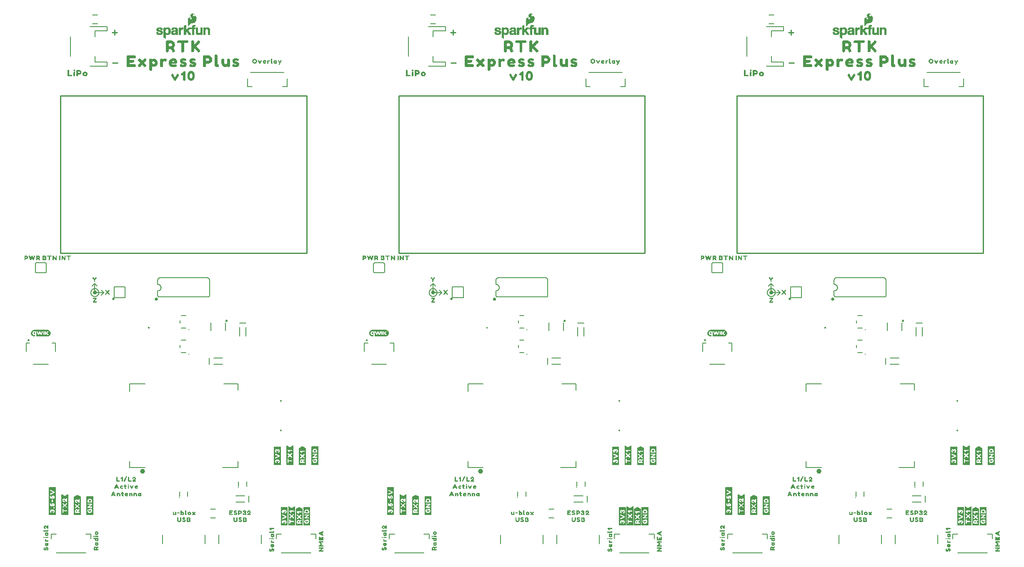
<source format=gto>
G04 EAGLE Gerber RS-274X export*
G75*
%MOMM*%
%FSLAX34Y34*%
%LPD*%
%INSilkscreen Top*%
%IPPOS*%
%AMOC8*
5,1,8,0,0,1.08239X$1,22.5*%
G01*
%ADD10C,0.279400*%
%ADD11C,0.254000*%
%ADD12C,0.203200*%
%ADD13C,0.508000*%
%ADD14C,0.254000*%
%ADD15C,0.300000*%
%ADD16C,0.152400*%
%ADD17C,0.177800*%
%ADD18C,0.508000*%
%ADD19C,0.357769*%
%ADD20C,1.000000*%

G36*
X1455696Y80353D02*
X1455696Y80353D01*
X1455704Y80355D01*
X1455904Y80855D01*
X1455900Y80868D01*
X1455907Y80873D01*
X1455907Y136373D01*
X1455871Y136421D01*
X1455868Y136418D01*
X1455866Y136422D01*
X1455266Y136522D01*
X1455261Y136519D01*
X1455258Y136522D01*
X1442358Y136522D01*
X1442311Y136487D01*
X1442312Y136484D01*
X1442310Y136482D01*
X1442309Y136481D01*
X1442209Y135881D01*
X1442212Y135876D01*
X1442209Y135873D01*
X1442209Y80573D01*
X1442238Y80535D01*
X1442240Y80527D01*
X1442740Y80327D01*
X1442753Y80331D01*
X1442758Y80324D01*
X1455658Y80324D01*
X1455696Y80353D01*
G37*
G36*
X768626Y80353D02*
X768626Y80353D01*
X768634Y80355D01*
X768834Y80855D01*
X768830Y80868D01*
X768837Y80873D01*
X768837Y136373D01*
X768801Y136421D01*
X768798Y136418D01*
X768796Y136422D01*
X768196Y136522D01*
X768191Y136519D01*
X768188Y136522D01*
X755288Y136522D01*
X755241Y136487D01*
X755242Y136484D01*
X755240Y136482D01*
X755239Y136481D01*
X755139Y135881D01*
X755142Y135876D01*
X755139Y135873D01*
X755139Y80573D01*
X755168Y80535D01*
X755170Y80527D01*
X755670Y80327D01*
X755683Y80331D01*
X755688Y80324D01*
X768588Y80324D01*
X768626Y80353D01*
G37*
G36*
X81556Y80353D02*
X81556Y80353D01*
X81564Y80355D01*
X81764Y80855D01*
X81760Y80868D01*
X81767Y80873D01*
X81767Y136373D01*
X81731Y136421D01*
X81728Y136418D01*
X81726Y136422D01*
X81126Y136522D01*
X81121Y136519D01*
X81118Y136522D01*
X68218Y136522D01*
X68171Y136487D01*
X68172Y136484D01*
X68170Y136482D01*
X68169Y136481D01*
X68069Y135881D01*
X68072Y135876D01*
X68069Y135873D01*
X68069Y80573D01*
X68098Y80535D01*
X68100Y80527D01*
X68600Y80327D01*
X68613Y80331D01*
X68618Y80324D01*
X81518Y80324D01*
X81556Y80353D01*
G37*
G36*
X793593Y80328D02*
X793593Y80328D01*
X793596Y80325D01*
X794196Y80425D01*
X794237Y80468D01*
X794234Y80471D01*
X794237Y80473D01*
X794237Y121773D01*
X794228Y121786D01*
X794232Y121795D01*
X794032Y122195D01*
X793979Y122222D01*
X793975Y122213D01*
X793966Y122217D01*
X787970Y119219D01*
X787293Y119026D01*
X780710Y122317D01*
X780709Y122317D01*
X780709Y122318D01*
X780707Y122317D01*
X780652Y122306D01*
X780655Y122289D01*
X780639Y122281D01*
X780539Y121681D01*
X780542Y121676D01*
X780539Y121673D01*
X780539Y80873D01*
X780543Y80867D01*
X780540Y80864D01*
X780640Y80364D01*
X780684Y80324D01*
X780686Y80326D01*
X780688Y80324D01*
X793588Y80324D01*
X793593Y80328D01*
G37*
G36*
X106523Y80328D02*
X106523Y80328D01*
X106526Y80325D01*
X107126Y80425D01*
X107167Y80468D01*
X107164Y80471D01*
X107167Y80473D01*
X107167Y121773D01*
X107158Y121786D01*
X107162Y121795D01*
X106962Y122195D01*
X106909Y122222D01*
X106905Y122213D01*
X106896Y122217D01*
X100900Y119219D01*
X100223Y119026D01*
X93640Y122317D01*
X93639Y122317D01*
X93639Y122318D01*
X93637Y122317D01*
X93582Y122306D01*
X93585Y122289D01*
X93569Y122281D01*
X93469Y121681D01*
X93472Y121676D01*
X93469Y121673D01*
X93469Y80873D01*
X93473Y80867D01*
X93470Y80864D01*
X93570Y80364D01*
X93614Y80324D01*
X93616Y80326D01*
X93618Y80324D01*
X106518Y80324D01*
X106523Y80328D01*
G37*
G36*
X1480663Y80328D02*
X1480663Y80328D01*
X1480666Y80325D01*
X1481266Y80425D01*
X1481307Y80468D01*
X1481304Y80471D01*
X1481307Y80473D01*
X1481307Y121773D01*
X1481298Y121786D01*
X1481302Y121795D01*
X1481102Y122195D01*
X1481049Y122222D01*
X1481045Y122213D01*
X1481036Y122217D01*
X1475040Y119219D01*
X1474363Y119026D01*
X1467780Y122317D01*
X1467779Y122317D01*
X1467779Y122318D01*
X1467777Y122317D01*
X1467722Y122306D01*
X1467725Y122289D01*
X1467709Y122281D01*
X1467609Y121681D01*
X1467612Y121676D01*
X1467609Y121673D01*
X1467609Y80873D01*
X1467613Y80867D01*
X1467610Y80864D01*
X1467710Y80364D01*
X1467754Y80324D01*
X1467756Y80326D01*
X1467758Y80324D01*
X1480658Y80324D01*
X1480663Y80328D01*
G37*
G36*
X1506169Y80332D02*
X1506169Y80332D01*
X1506176Y80327D01*
X1506676Y80527D01*
X1506691Y80551D01*
X1506698Y80557D01*
X1506696Y80560D01*
X1506701Y80568D01*
X1506707Y80573D01*
X1506707Y117173D01*
X1506688Y117198D01*
X1506689Y117212D01*
X1506189Y117612D01*
X1506181Y117612D01*
X1506180Y117617D01*
X1500080Y120617D01*
X1500059Y120613D01*
X1500050Y120622D01*
X1499450Y120522D01*
X1499443Y120514D01*
X1499436Y120517D01*
X1493336Y117517D01*
X1493327Y117500D01*
X1493316Y117499D01*
X1493016Y116999D01*
X1493017Y116984D01*
X1493011Y116979D01*
X1493013Y116976D01*
X1493009Y116973D01*
X1493009Y80873D01*
X1493017Y80863D01*
X1493012Y80855D01*
X1493212Y80355D01*
X1493253Y80330D01*
X1493258Y80324D01*
X1506158Y80324D01*
X1506169Y80332D01*
G37*
G36*
X132029Y80332D02*
X132029Y80332D01*
X132036Y80327D01*
X132536Y80527D01*
X132551Y80551D01*
X132558Y80557D01*
X132556Y80560D01*
X132561Y80568D01*
X132567Y80573D01*
X132567Y117173D01*
X132548Y117198D01*
X132549Y117212D01*
X132049Y117612D01*
X132041Y117612D01*
X132040Y117617D01*
X125940Y120617D01*
X125919Y120613D01*
X125910Y120622D01*
X125310Y120522D01*
X125303Y120514D01*
X125296Y120517D01*
X119196Y117517D01*
X119187Y117500D01*
X119176Y117499D01*
X118876Y116999D01*
X118877Y116984D01*
X118871Y116979D01*
X118873Y116976D01*
X118869Y116973D01*
X118869Y80873D01*
X118877Y80863D01*
X118872Y80855D01*
X119072Y80355D01*
X119113Y80330D01*
X119118Y80324D01*
X132018Y80324D01*
X132029Y80332D01*
G37*
G36*
X819099Y80332D02*
X819099Y80332D01*
X819106Y80327D01*
X819606Y80527D01*
X819621Y80551D01*
X819628Y80557D01*
X819626Y80560D01*
X819631Y80568D01*
X819637Y80573D01*
X819637Y117173D01*
X819618Y117198D01*
X819619Y117212D01*
X819119Y117612D01*
X819111Y117612D01*
X819110Y117617D01*
X813010Y120617D01*
X812989Y120613D01*
X812980Y120622D01*
X812380Y120522D01*
X812373Y120514D01*
X812366Y120517D01*
X806266Y117517D01*
X806257Y117500D01*
X806246Y117499D01*
X805946Y116999D01*
X805947Y116984D01*
X805941Y116979D01*
X805943Y116976D01*
X805939Y116973D01*
X805939Y80873D01*
X805947Y80863D01*
X805942Y80855D01*
X806142Y80355D01*
X806183Y80330D01*
X806188Y80324D01*
X819088Y80324D01*
X819099Y80332D01*
G37*
G36*
X1285625Y58450D02*
X1285625Y58450D01*
X1285623Y58453D01*
X1285627Y58455D01*
X1285727Y59055D01*
X1285724Y59061D01*
X1285727Y59063D01*
X1285727Y96263D01*
X1285691Y96311D01*
X1285684Y96305D01*
X1285678Y96312D01*
X1272178Y96312D01*
X1272131Y96277D01*
X1272133Y96273D01*
X1272129Y96271D01*
X1272029Y95671D01*
X1272032Y95666D01*
X1272029Y95663D01*
X1272029Y58463D01*
X1272065Y58416D01*
X1272072Y58422D01*
X1272078Y58414D01*
X1285578Y58414D01*
X1285625Y58450D01*
G37*
G36*
X1989205Y181960D02*
X1989205Y181960D01*
X1989203Y181963D01*
X1989207Y181965D01*
X1989307Y182565D01*
X1989304Y182571D01*
X1989307Y182573D01*
X1989307Y219773D01*
X1989271Y219821D01*
X1989264Y219815D01*
X1989258Y219822D01*
X1975758Y219822D01*
X1975711Y219787D01*
X1975713Y219783D01*
X1975709Y219781D01*
X1975609Y219181D01*
X1975612Y219176D01*
X1975609Y219173D01*
X1975609Y181973D01*
X1975645Y181926D01*
X1975652Y181932D01*
X1975658Y181924D01*
X1989158Y181924D01*
X1989205Y181960D01*
G37*
G36*
X615065Y181960D02*
X615065Y181960D01*
X615063Y181963D01*
X615067Y181965D01*
X615167Y182565D01*
X615164Y182571D01*
X615167Y182573D01*
X615167Y219773D01*
X615131Y219821D01*
X615124Y219815D01*
X615118Y219822D01*
X601618Y219822D01*
X601571Y219787D01*
X601573Y219783D01*
X601569Y219781D01*
X601469Y219181D01*
X601472Y219176D01*
X601469Y219173D01*
X601469Y181973D01*
X601505Y181926D01*
X601512Y181932D01*
X601518Y181924D01*
X615018Y181924D01*
X615065Y181960D01*
G37*
G36*
X1302135Y181960D02*
X1302135Y181960D01*
X1302133Y181963D01*
X1302137Y181965D01*
X1302237Y182565D01*
X1302234Y182571D01*
X1302237Y182573D01*
X1302237Y219773D01*
X1302201Y219821D01*
X1302194Y219815D01*
X1302188Y219822D01*
X1288688Y219822D01*
X1288641Y219787D01*
X1288643Y219783D01*
X1288639Y219781D01*
X1288539Y219181D01*
X1288542Y219176D01*
X1288539Y219173D01*
X1288539Y181973D01*
X1288575Y181926D01*
X1288582Y181932D01*
X1288588Y181924D01*
X1302088Y181924D01*
X1302135Y181960D01*
G37*
G36*
X1972695Y58450D02*
X1972695Y58450D01*
X1972693Y58453D01*
X1972697Y58455D01*
X1972797Y59055D01*
X1972794Y59061D01*
X1972797Y59063D01*
X1972797Y96263D01*
X1972761Y96311D01*
X1972754Y96305D01*
X1972748Y96312D01*
X1959248Y96312D01*
X1959201Y96277D01*
X1959203Y96273D01*
X1959199Y96271D01*
X1959099Y95671D01*
X1959102Y95666D01*
X1959099Y95663D01*
X1959099Y58463D01*
X1959135Y58416D01*
X1959142Y58422D01*
X1959148Y58414D01*
X1972648Y58414D01*
X1972695Y58450D01*
G37*
G36*
X157865Y80360D02*
X157865Y80360D01*
X157863Y80363D01*
X157867Y80365D01*
X157967Y80965D01*
X157964Y80971D01*
X157967Y80973D01*
X157967Y118173D01*
X157931Y118221D01*
X157924Y118215D01*
X157918Y118222D01*
X144418Y118222D01*
X144371Y118187D01*
X144373Y118183D01*
X144369Y118181D01*
X144269Y117581D01*
X144272Y117576D01*
X144269Y117573D01*
X144269Y80373D01*
X144305Y80326D01*
X144312Y80332D01*
X144318Y80324D01*
X157818Y80324D01*
X157865Y80360D01*
G37*
G36*
X844935Y80360D02*
X844935Y80360D01*
X844933Y80363D01*
X844937Y80365D01*
X845037Y80965D01*
X845034Y80971D01*
X845037Y80973D01*
X845037Y118173D01*
X845001Y118221D01*
X844994Y118215D01*
X844988Y118222D01*
X831488Y118222D01*
X831441Y118187D01*
X831443Y118183D01*
X831439Y118181D01*
X831339Y117581D01*
X831342Y117576D01*
X831339Y117573D01*
X831339Y80373D01*
X831375Y80326D01*
X831382Y80332D01*
X831388Y80324D01*
X844888Y80324D01*
X844935Y80360D01*
G37*
G36*
X1532005Y80360D02*
X1532005Y80360D01*
X1532003Y80363D01*
X1532007Y80365D01*
X1532107Y80965D01*
X1532104Y80971D01*
X1532107Y80973D01*
X1532107Y118173D01*
X1532071Y118221D01*
X1532064Y118215D01*
X1532058Y118222D01*
X1518558Y118222D01*
X1518511Y118187D01*
X1518513Y118183D01*
X1518509Y118181D01*
X1518409Y117581D01*
X1518412Y117576D01*
X1518409Y117573D01*
X1518409Y80373D01*
X1518445Y80326D01*
X1518452Y80332D01*
X1518458Y80324D01*
X1531958Y80324D01*
X1532005Y80360D01*
G37*
G36*
X598555Y58450D02*
X598555Y58450D01*
X598553Y58453D01*
X598557Y58455D01*
X598657Y59055D01*
X598654Y59061D01*
X598657Y59063D01*
X598657Y96263D01*
X598621Y96311D01*
X598614Y96305D01*
X598608Y96312D01*
X585108Y96312D01*
X585061Y96277D01*
X585063Y96273D01*
X585059Y96271D01*
X584959Y95671D01*
X584962Y95666D01*
X584959Y95663D01*
X584959Y58463D01*
X584995Y58416D01*
X585002Y58422D01*
X585008Y58414D01*
X598508Y58414D01*
X598555Y58450D01*
G37*
G36*
X1938405Y181960D02*
X1938405Y181960D01*
X1938403Y181963D01*
X1938407Y181965D01*
X1938507Y182565D01*
X1938504Y182571D01*
X1938507Y182573D01*
X1938507Y220473D01*
X1938503Y220479D01*
X1938506Y220483D01*
X1938406Y220983D01*
X1938362Y221022D01*
X1938351Y221010D01*
X1938336Y221017D01*
X1931658Y217728D01*
X1931080Y218017D01*
X1925080Y221017D01*
X1925022Y221006D01*
X1925023Y220997D01*
X1925014Y220995D01*
X1924814Y220595D01*
X1924817Y220579D01*
X1924809Y220573D01*
X1924809Y182073D01*
X1924845Y182026D01*
X1924848Y182028D01*
X1924850Y182025D01*
X1925450Y181925D01*
X1925455Y181927D01*
X1925458Y181924D01*
X1938358Y181924D01*
X1938405Y181960D01*
G37*
G36*
X1251335Y181960D02*
X1251335Y181960D01*
X1251333Y181963D01*
X1251337Y181965D01*
X1251437Y182565D01*
X1251434Y182571D01*
X1251437Y182573D01*
X1251437Y220473D01*
X1251433Y220479D01*
X1251436Y220483D01*
X1251336Y220983D01*
X1251292Y221022D01*
X1251281Y221010D01*
X1251266Y221017D01*
X1244588Y217728D01*
X1244010Y218017D01*
X1238010Y221017D01*
X1237952Y221006D01*
X1237953Y220997D01*
X1237944Y220995D01*
X1237744Y220595D01*
X1237747Y220579D01*
X1237739Y220573D01*
X1237739Y182073D01*
X1237775Y182026D01*
X1237778Y182028D01*
X1237780Y182025D01*
X1238380Y181925D01*
X1238385Y181927D01*
X1238388Y181924D01*
X1251288Y181924D01*
X1251335Y181960D01*
G37*
G36*
X564265Y181960D02*
X564265Y181960D01*
X564263Y181963D01*
X564267Y181965D01*
X564367Y182565D01*
X564364Y182571D01*
X564367Y182573D01*
X564367Y220473D01*
X564363Y220479D01*
X564366Y220483D01*
X564266Y220983D01*
X564222Y221022D01*
X564211Y221010D01*
X564196Y221017D01*
X557518Y217728D01*
X556940Y218017D01*
X550940Y221017D01*
X550882Y221006D01*
X550883Y220997D01*
X550874Y220995D01*
X550674Y220595D01*
X550677Y220579D01*
X550669Y220573D01*
X550669Y182073D01*
X550705Y182026D01*
X550708Y182028D01*
X550710Y182025D01*
X551310Y181925D01*
X551315Y181927D01*
X551318Y181924D01*
X564218Y181924D01*
X564265Y181960D01*
G37*
G36*
X1942215Y58450D02*
X1942215Y58450D01*
X1942213Y58453D01*
X1942217Y58455D01*
X1942317Y59055D01*
X1942314Y59061D01*
X1942317Y59063D01*
X1942317Y96963D01*
X1942313Y96969D01*
X1942316Y96973D01*
X1942216Y97473D01*
X1942172Y97512D01*
X1942161Y97500D01*
X1942146Y97507D01*
X1935468Y94218D01*
X1934890Y94507D01*
X1928890Y97507D01*
X1928832Y97496D01*
X1928833Y97487D01*
X1928824Y97485D01*
X1928624Y97085D01*
X1928627Y97069D01*
X1928619Y97063D01*
X1928619Y58563D01*
X1928655Y58516D01*
X1928658Y58518D01*
X1928660Y58515D01*
X1929260Y58415D01*
X1929265Y58417D01*
X1929268Y58414D01*
X1942168Y58414D01*
X1942215Y58450D01*
G37*
G36*
X568075Y58450D02*
X568075Y58450D01*
X568073Y58453D01*
X568077Y58455D01*
X568177Y59055D01*
X568174Y59061D01*
X568177Y59063D01*
X568177Y96963D01*
X568173Y96969D01*
X568176Y96973D01*
X568076Y97473D01*
X568032Y97512D01*
X568021Y97500D01*
X568006Y97507D01*
X561328Y94218D01*
X560750Y94507D01*
X554750Y97507D01*
X554692Y97496D01*
X554693Y97487D01*
X554684Y97485D01*
X554484Y97085D01*
X554487Y97069D01*
X554479Y97063D01*
X554479Y58563D01*
X554515Y58516D01*
X554518Y58518D01*
X554520Y58515D01*
X555120Y58415D01*
X555125Y58417D01*
X555128Y58414D01*
X568028Y58414D01*
X568075Y58450D01*
G37*
G36*
X1255145Y58450D02*
X1255145Y58450D01*
X1255143Y58453D01*
X1255147Y58455D01*
X1255247Y59055D01*
X1255244Y59061D01*
X1255247Y59063D01*
X1255247Y96963D01*
X1255243Y96969D01*
X1255246Y96973D01*
X1255146Y97473D01*
X1255102Y97512D01*
X1255091Y97500D01*
X1255076Y97507D01*
X1248398Y94218D01*
X1247820Y94507D01*
X1241820Y97507D01*
X1241762Y97496D01*
X1241763Y97487D01*
X1241754Y97485D01*
X1241554Y97085D01*
X1241557Y97069D01*
X1241549Y97063D01*
X1241549Y58563D01*
X1241585Y58516D01*
X1241588Y58518D01*
X1241590Y58515D01*
X1242190Y58415D01*
X1242195Y58417D01*
X1242198Y58414D01*
X1255098Y58414D01*
X1255145Y58450D01*
G37*
G36*
X1239796Y58443D02*
X1239796Y58443D01*
X1239804Y58445D01*
X1240004Y58945D01*
X1240000Y58958D01*
X1240007Y58963D01*
X1240007Y95463D01*
X1239971Y95511D01*
X1239968Y95508D01*
X1239966Y95512D01*
X1239366Y95612D01*
X1239361Y95609D01*
X1239358Y95612D01*
X1226458Y95612D01*
X1226411Y95577D01*
X1226413Y95573D01*
X1226409Y95571D01*
X1226309Y94971D01*
X1226312Y94966D01*
X1226309Y94963D01*
X1226309Y58663D01*
X1226338Y58625D01*
X1226340Y58617D01*
X1226840Y58417D01*
X1226853Y58421D01*
X1226858Y58414D01*
X1239758Y58414D01*
X1239796Y58443D01*
G37*
G36*
X552726Y58443D02*
X552726Y58443D01*
X552734Y58445D01*
X552934Y58945D01*
X552930Y58958D01*
X552937Y58963D01*
X552937Y95463D01*
X552901Y95511D01*
X552898Y95508D01*
X552896Y95512D01*
X552296Y95612D01*
X552291Y95609D01*
X552288Y95612D01*
X539388Y95612D01*
X539341Y95577D01*
X539343Y95573D01*
X539339Y95571D01*
X539239Y94971D01*
X539242Y94966D01*
X539239Y94963D01*
X539239Y58663D01*
X539268Y58625D01*
X539270Y58617D01*
X539770Y58417D01*
X539783Y58421D01*
X539788Y58414D01*
X552688Y58414D01*
X552726Y58443D01*
G37*
G36*
X1225826Y181953D02*
X1225826Y181953D01*
X1225834Y181955D01*
X1226034Y182455D01*
X1226030Y182468D01*
X1226037Y182473D01*
X1226037Y218973D01*
X1226001Y219021D01*
X1225998Y219018D01*
X1225996Y219022D01*
X1225396Y219122D01*
X1225391Y219119D01*
X1225388Y219122D01*
X1212488Y219122D01*
X1212441Y219087D01*
X1212443Y219083D01*
X1212439Y219081D01*
X1212339Y218481D01*
X1212342Y218476D01*
X1212339Y218473D01*
X1212339Y182173D01*
X1212368Y182135D01*
X1212370Y182127D01*
X1212870Y181927D01*
X1212883Y181931D01*
X1212888Y181924D01*
X1225788Y181924D01*
X1225826Y181953D01*
G37*
G36*
X1912896Y181953D02*
X1912896Y181953D01*
X1912904Y181955D01*
X1913104Y182455D01*
X1913100Y182468D01*
X1913107Y182473D01*
X1913107Y218973D01*
X1913071Y219021D01*
X1913068Y219018D01*
X1913066Y219022D01*
X1912466Y219122D01*
X1912461Y219119D01*
X1912458Y219122D01*
X1899558Y219122D01*
X1899511Y219087D01*
X1899513Y219083D01*
X1899509Y219081D01*
X1899409Y218481D01*
X1899412Y218476D01*
X1899409Y218473D01*
X1899409Y182173D01*
X1899438Y182135D01*
X1899440Y182127D01*
X1899940Y181927D01*
X1899953Y181931D01*
X1899958Y181924D01*
X1912858Y181924D01*
X1912896Y181953D01*
G37*
G36*
X538756Y181953D02*
X538756Y181953D01*
X538764Y181955D01*
X538964Y182455D01*
X538960Y182468D01*
X538967Y182473D01*
X538967Y218973D01*
X538931Y219021D01*
X538928Y219018D01*
X538926Y219022D01*
X538326Y219122D01*
X538321Y219119D01*
X538318Y219122D01*
X525418Y219122D01*
X525371Y219087D01*
X525373Y219083D01*
X525369Y219081D01*
X525269Y218481D01*
X525272Y218476D01*
X525269Y218473D01*
X525269Y182173D01*
X525298Y182135D01*
X525300Y182127D01*
X525800Y181927D01*
X525813Y181931D01*
X525818Y181924D01*
X538718Y181924D01*
X538756Y181953D01*
G37*
G36*
X1926866Y58443D02*
X1926866Y58443D01*
X1926874Y58445D01*
X1927074Y58945D01*
X1927070Y58958D01*
X1927077Y58963D01*
X1927077Y95463D01*
X1927041Y95511D01*
X1927038Y95508D01*
X1927036Y95512D01*
X1926436Y95612D01*
X1926431Y95609D01*
X1926428Y95612D01*
X1913528Y95612D01*
X1913481Y95577D01*
X1913483Y95573D01*
X1913479Y95571D01*
X1913379Y94971D01*
X1913382Y94966D01*
X1913379Y94963D01*
X1913379Y58663D01*
X1913408Y58625D01*
X1913410Y58617D01*
X1913910Y58417D01*
X1913923Y58421D01*
X1913928Y58414D01*
X1926828Y58414D01*
X1926866Y58443D01*
G37*
G36*
X589765Y181960D02*
X589765Y181960D01*
X589760Y181967D01*
X589767Y181973D01*
X589767Y215773D01*
X589753Y215792D01*
X589756Y215804D01*
X589356Y216304D01*
X589342Y216308D01*
X589340Y216317D01*
X583240Y219317D01*
X583224Y219314D01*
X583218Y219322D01*
X582618Y219322D01*
X582605Y219313D01*
X582596Y219317D01*
X576496Y216317D01*
X576489Y216304D01*
X576480Y216304D01*
X576080Y215804D01*
X576079Y215781D01*
X576069Y215773D01*
X576069Y181973D01*
X576105Y181926D01*
X576112Y181932D01*
X576118Y181924D01*
X589718Y181924D01*
X589765Y181960D01*
G37*
G36*
X1276835Y181960D02*
X1276835Y181960D01*
X1276830Y181967D01*
X1276837Y181973D01*
X1276837Y215773D01*
X1276823Y215792D01*
X1276826Y215804D01*
X1276426Y216304D01*
X1276412Y216308D01*
X1276410Y216317D01*
X1270310Y219317D01*
X1270294Y219314D01*
X1270288Y219322D01*
X1269688Y219322D01*
X1269675Y219313D01*
X1269666Y219317D01*
X1263566Y216317D01*
X1263559Y216304D01*
X1263550Y216304D01*
X1263150Y215804D01*
X1263149Y215781D01*
X1263139Y215773D01*
X1263139Y181973D01*
X1263175Y181926D01*
X1263182Y181932D01*
X1263188Y181924D01*
X1276788Y181924D01*
X1276835Y181960D01*
G37*
G36*
X1963905Y181960D02*
X1963905Y181960D01*
X1963900Y181967D01*
X1963907Y181973D01*
X1963907Y215773D01*
X1963893Y215792D01*
X1963896Y215804D01*
X1963496Y216304D01*
X1963482Y216308D01*
X1963480Y216317D01*
X1957380Y219317D01*
X1957364Y219314D01*
X1957358Y219322D01*
X1956758Y219322D01*
X1956745Y219313D01*
X1956736Y219317D01*
X1950636Y216317D01*
X1950629Y216304D01*
X1950620Y216304D01*
X1950220Y215804D01*
X1950219Y215781D01*
X1950209Y215773D01*
X1950209Y181973D01*
X1950245Y181926D01*
X1950252Y181932D01*
X1950258Y181924D01*
X1963858Y181924D01*
X1963905Y181960D01*
G37*
G36*
X583415Y58450D02*
X583415Y58450D01*
X583410Y58457D01*
X583417Y58463D01*
X583417Y92263D01*
X583403Y92282D01*
X583406Y92294D01*
X583006Y92794D01*
X582992Y92798D01*
X582990Y92807D01*
X576890Y95807D01*
X576874Y95804D01*
X576868Y95812D01*
X576268Y95812D01*
X576255Y95803D01*
X576246Y95807D01*
X570146Y92807D01*
X570139Y92794D01*
X570130Y92794D01*
X569730Y92294D01*
X569729Y92271D01*
X569719Y92263D01*
X569719Y58463D01*
X569755Y58416D01*
X569762Y58422D01*
X569768Y58414D01*
X583368Y58414D01*
X583415Y58450D01*
G37*
G36*
X1270485Y58450D02*
X1270485Y58450D01*
X1270480Y58457D01*
X1270487Y58463D01*
X1270487Y92263D01*
X1270473Y92282D01*
X1270476Y92294D01*
X1270076Y92794D01*
X1270062Y92798D01*
X1270060Y92807D01*
X1263960Y95807D01*
X1263944Y95804D01*
X1263938Y95812D01*
X1263338Y95812D01*
X1263325Y95803D01*
X1263316Y95807D01*
X1257216Y92807D01*
X1257209Y92794D01*
X1257200Y92794D01*
X1256800Y92294D01*
X1256799Y92271D01*
X1256789Y92263D01*
X1256789Y58463D01*
X1256825Y58416D01*
X1256832Y58422D01*
X1256838Y58414D01*
X1270438Y58414D01*
X1270485Y58450D01*
G37*
G36*
X1957555Y58450D02*
X1957555Y58450D01*
X1957550Y58457D01*
X1957557Y58463D01*
X1957557Y92263D01*
X1957543Y92282D01*
X1957546Y92294D01*
X1957146Y92794D01*
X1957132Y92798D01*
X1957130Y92807D01*
X1951030Y95807D01*
X1951014Y95804D01*
X1951008Y95812D01*
X1950408Y95812D01*
X1950395Y95803D01*
X1950386Y95807D01*
X1944286Y92807D01*
X1944279Y92794D01*
X1944270Y92794D01*
X1943870Y92294D01*
X1943869Y92271D01*
X1943859Y92263D01*
X1943859Y58463D01*
X1943895Y58416D01*
X1943902Y58422D01*
X1943908Y58414D01*
X1957508Y58414D01*
X1957555Y58450D01*
G37*
G36*
X1414198Y443332D02*
X1414198Y443332D01*
X1414220Y443334D01*
X1414228Y443351D01*
X1414237Y443357D01*
X1414235Y443366D01*
X1414242Y443381D01*
X1414254Y443797D01*
X1414254Y443798D01*
X1414254Y443799D01*
X1414254Y446977D01*
X1414248Y446986D01*
X1414251Y446997D01*
X1414231Y447013D01*
X1414218Y447034D01*
X1414207Y447032D01*
X1414198Y447039D01*
X1414155Y447025D01*
X1414150Y447024D01*
X1414150Y447023D01*
X1414149Y447023D01*
X1413832Y446725D01*
X1413421Y446410D01*
X1412956Y446188D01*
X1412453Y446068D01*
X1411936Y446034D01*
X1411418Y446083D01*
X1410913Y446200D01*
X1410429Y446385D01*
X1409980Y446642D01*
X1409594Y446988D01*
X1409269Y447391D01*
X1409004Y447837D01*
X1408797Y448313D01*
X1408672Y448820D01*
X1408599Y449337D01*
X1408563Y449858D01*
X1408603Y450380D01*
X1408686Y450895D01*
X1408818Y451399D01*
X1409034Y451872D01*
X1409316Y452307D01*
X1409658Y452694D01*
X1410058Y453021D01*
X1410511Y453273D01*
X1411004Y453432D01*
X1411516Y453520D01*
X1412035Y453553D01*
X1412550Y453497D01*
X1413045Y453349D01*
X1413503Y453111D01*
X1413908Y452782D01*
X1413909Y452782D01*
X1413910Y452780D01*
X1414154Y452596D01*
X1414162Y452595D01*
X1414166Y452588D01*
X1414194Y452593D01*
X1414222Y452590D01*
X1414225Y452597D01*
X1414233Y452598D01*
X1414254Y452646D01*
X1414254Y453250D01*
X1414265Y453476D01*
X1416565Y453476D01*
X1416561Y453231D01*
X1416569Y453218D01*
X1416589Y443573D01*
X1416589Y443571D01*
X1416589Y443570D01*
X1416598Y443380D01*
X1416610Y443362D01*
X1416613Y443341D01*
X1416631Y443333D01*
X1416638Y443324D01*
X1416647Y443326D01*
X1416661Y443320D01*
X1439239Y443322D01*
X1439241Y443324D01*
X1439245Y443322D01*
X1440299Y443429D01*
X1440302Y443431D01*
X1440306Y443430D01*
X1440821Y443541D01*
X1440824Y443543D01*
X1440828Y443543D01*
X1441833Y443871D01*
X1441837Y443875D01*
X1441844Y443876D01*
X1442775Y444381D01*
X1442777Y444385D01*
X1442784Y444387D01*
X1443613Y445043D01*
X1443614Y445046D01*
X1443618Y445048D01*
X1443995Y445416D01*
X1443996Y445420D01*
X1444000Y445422D01*
X1444667Y446244D01*
X1444667Y446249D01*
X1444673Y446253D01*
X1445179Y447185D01*
X1445178Y447189D01*
X1445182Y447193D01*
X1445366Y447688D01*
X1445365Y447689D01*
X1445367Y447691D01*
X1445524Y448197D01*
X1445523Y448198D01*
X1445525Y448200D01*
X1445649Y448713D01*
X1445647Y448717D01*
X1445650Y448722D01*
X1445757Y449776D01*
X1445754Y449780D01*
X1445757Y449787D01*
X1445667Y450841D01*
X1445666Y450843D01*
X1445667Y450847D01*
X1445576Y451366D01*
X1445574Y451369D01*
X1445574Y451374D01*
X1445260Y452386D01*
X1445256Y452389D01*
X1445256Y452397D01*
X1444755Y453330D01*
X1444752Y453332D01*
X1444751Y453336D01*
X1444448Y453768D01*
X1444446Y453769D01*
X1444445Y453772D01*
X1444108Y454181D01*
X1444107Y454181D01*
X1444106Y454183D01*
X1444076Y454217D01*
X1444019Y454280D01*
X1443962Y454342D01*
X1443905Y454405D01*
X1443792Y454531D01*
X1443752Y454574D01*
X1443748Y454576D01*
X1443745Y454581D01*
X1442928Y455255D01*
X1442923Y455256D01*
X1442919Y455261D01*
X1441994Y455776D01*
X1441991Y455776D01*
X1441987Y455779D01*
X1441501Y455981D01*
X1441498Y455981D01*
X1441494Y455984D01*
X1440480Y456285D01*
X1440475Y456284D01*
X1440469Y456288D01*
X1439414Y456394D01*
X1439225Y456413D01*
X1439222Y456412D01*
X1439219Y456413D01*
X1412203Y456413D01*
X1412201Y456412D01*
X1412197Y456413D01*
X1411143Y456308D01*
X1411140Y456307D01*
X1411137Y456307D01*
X1410620Y456203D01*
X1410618Y456201D01*
X1410613Y456202D01*
X1409605Y455880D01*
X1409601Y455876D01*
X1409594Y455875D01*
X1408663Y455370D01*
X1408661Y455366D01*
X1408655Y455365D01*
X1408231Y455052D01*
X1408230Y455050D01*
X1408228Y455050D01*
X1407819Y454712D01*
X1407819Y454710D01*
X1407816Y454710D01*
X1407434Y454346D01*
X1407433Y454343D01*
X1407429Y454340D01*
X1406756Y453522D01*
X1406756Y453517D01*
X1406750Y453512D01*
X1406244Y452581D01*
X1406244Y452577D01*
X1406241Y452574D01*
X1406051Y452082D01*
X1406051Y452080D01*
X1406049Y452078D01*
X1405892Y451572D01*
X1405893Y451570D01*
X1405891Y451569D01*
X1405760Y451058D01*
X1405762Y451054D01*
X1405759Y451048D01*
X1405652Y449994D01*
X1405654Y449990D01*
X1405652Y449985D01*
X1405681Y449457D01*
X1405682Y449456D01*
X1405681Y449455D01*
X1405734Y448928D01*
X1405735Y448926D01*
X1405735Y448924D01*
X1405818Y448403D01*
X1405821Y448400D01*
X1405820Y448394D01*
X1406134Y447383D01*
X1406138Y447379D01*
X1406139Y447372D01*
X1406633Y446436D01*
X1406636Y446434D01*
X1406636Y446430D01*
X1406933Y445994D01*
X1406936Y445993D01*
X1406937Y445989D01*
X1407054Y445851D01*
X1407108Y445789D01*
X1407161Y445726D01*
X1407322Y445538D01*
X1407375Y445475D01*
X1407429Y445412D01*
X1407482Y445349D01*
X1407624Y445184D01*
X1407628Y445182D01*
X1407631Y445176D01*
X1408449Y444502D01*
X1408453Y444501D01*
X1408458Y444495D01*
X1409379Y443975D01*
X1409382Y443975D01*
X1409385Y443972D01*
X1409869Y443763D01*
X1409872Y443763D01*
X1409875Y443761D01*
X1410888Y443452D01*
X1410893Y443453D01*
X1410900Y443449D01*
X1411954Y443343D01*
X1411956Y443344D01*
X1411958Y443343D01*
X1412486Y443320D01*
X1412487Y443321D01*
X1412489Y443320D01*
X1414180Y443320D01*
X1414198Y443332D01*
G37*
G36*
X727128Y443332D02*
X727128Y443332D01*
X727150Y443334D01*
X727158Y443351D01*
X727167Y443357D01*
X727165Y443366D01*
X727172Y443381D01*
X727184Y443797D01*
X727184Y443798D01*
X727184Y443799D01*
X727184Y446977D01*
X727178Y446986D01*
X727181Y446997D01*
X727161Y447013D01*
X727148Y447034D01*
X727137Y447032D01*
X727128Y447039D01*
X727085Y447025D01*
X727080Y447024D01*
X727080Y447023D01*
X727079Y447023D01*
X726762Y446725D01*
X726351Y446410D01*
X725886Y446188D01*
X725383Y446068D01*
X724866Y446034D01*
X724348Y446083D01*
X723843Y446200D01*
X723359Y446385D01*
X722910Y446642D01*
X722524Y446988D01*
X722199Y447391D01*
X721934Y447837D01*
X721727Y448313D01*
X721602Y448820D01*
X721529Y449337D01*
X721493Y449858D01*
X721533Y450380D01*
X721616Y450895D01*
X721748Y451399D01*
X721964Y451872D01*
X722246Y452307D01*
X722588Y452694D01*
X722988Y453021D01*
X723441Y453273D01*
X723934Y453432D01*
X724446Y453520D01*
X724965Y453553D01*
X725480Y453497D01*
X725975Y453349D01*
X726433Y453111D01*
X726838Y452782D01*
X726839Y452782D01*
X726840Y452780D01*
X727084Y452596D01*
X727092Y452595D01*
X727096Y452588D01*
X727124Y452593D01*
X727152Y452590D01*
X727155Y452597D01*
X727163Y452598D01*
X727184Y452646D01*
X727184Y453250D01*
X727195Y453476D01*
X729495Y453476D01*
X729491Y453231D01*
X729499Y453218D01*
X729519Y443573D01*
X729519Y443571D01*
X729519Y443570D01*
X729528Y443380D01*
X729540Y443362D01*
X729543Y443341D01*
X729561Y443333D01*
X729568Y443324D01*
X729577Y443326D01*
X729591Y443320D01*
X752169Y443322D01*
X752171Y443324D01*
X752175Y443322D01*
X753229Y443429D01*
X753232Y443431D01*
X753236Y443430D01*
X753751Y443541D01*
X753754Y443543D01*
X753758Y443543D01*
X754763Y443871D01*
X754767Y443875D01*
X754774Y443876D01*
X755705Y444381D01*
X755707Y444385D01*
X755714Y444387D01*
X756543Y445043D01*
X756544Y445046D01*
X756548Y445048D01*
X756925Y445416D01*
X756926Y445420D01*
X756930Y445422D01*
X757597Y446244D01*
X757597Y446249D01*
X757603Y446253D01*
X758109Y447185D01*
X758108Y447189D01*
X758112Y447193D01*
X758296Y447688D01*
X758295Y447689D01*
X758297Y447691D01*
X758454Y448197D01*
X758453Y448198D01*
X758455Y448200D01*
X758579Y448713D01*
X758577Y448717D01*
X758580Y448722D01*
X758687Y449776D01*
X758684Y449780D01*
X758687Y449787D01*
X758597Y450841D01*
X758596Y450843D01*
X758597Y450847D01*
X758506Y451366D01*
X758504Y451369D01*
X758504Y451374D01*
X758190Y452386D01*
X758186Y452389D01*
X758186Y452397D01*
X757685Y453330D01*
X757682Y453332D01*
X757681Y453336D01*
X757378Y453768D01*
X757376Y453769D01*
X757375Y453772D01*
X757038Y454181D01*
X757037Y454181D01*
X757036Y454183D01*
X757006Y454217D01*
X756949Y454280D01*
X756892Y454342D01*
X756835Y454405D01*
X756722Y454531D01*
X756682Y454574D01*
X756678Y454576D01*
X756675Y454581D01*
X755858Y455255D01*
X755853Y455256D01*
X755849Y455261D01*
X754924Y455776D01*
X754921Y455776D01*
X754917Y455779D01*
X754431Y455981D01*
X754428Y455981D01*
X754424Y455984D01*
X753410Y456285D01*
X753405Y456284D01*
X753399Y456288D01*
X752344Y456394D01*
X752155Y456413D01*
X752152Y456412D01*
X752149Y456413D01*
X725133Y456413D01*
X725131Y456412D01*
X725127Y456413D01*
X724073Y456308D01*
X724070Y456307D01*
X724067Y456307D01*
X723550Y456203D01*
X723548Y456201D01*
X723543Y456202D01*
X722535Y455880D01*
X722531Y455876D01*
X722524Y455875D01*
X721593Y455370D01*
X721591Y455366D01*
X721585Y455365D01*
X721161Y455052D01*
X721160Y455050D01*
X721158Y455050D01*
X720749Y454712D01*
X720749Y454710D01*
X720746Y454710D01*
X720364Y454346D01*
X720363Y454343D01*
X720359Y454340D01*
X719686Y453522D01*
X719686Y453517D01*
X719680Y453512D01*
X719174Y452581D01*
X719174Y452577D01*
X719171Y452574D01*
X718981Y452082D01*
X718981Y452080D01*
X718979Y452078D01*
X718822Y451572D01*
X718823Y451570D01*
X718821Y451569D01*
X718690Y451058D01*
X718692Y451054D01*
X718689Y451048D01*
X718582Y449994D01*
X718584Y449990D01*
X718582Y449985D01*
X718611Y449457D01*
X718612Y449456D01*
X718611Y449455D01*
X718664Y448928D01*
X718665Y448926D01*
X718665Y448924D01*
X718748Y448403D01*
X718751Y448400D01*
X718750Y448394D01*
X719064Y447383D01*
X719068Y447379D01*
X719069Y447372D01*
X719563Y446436D01*
X719566Y446434D01*
X719566Y446430D01*
X719863Y445994D01*
X719866Y445993D01*
X719867Y445989D01*
X719984Y445851D01*
X720038Y445789D01*
X720091Y445726D01*
X720252Y445538D01*
X720305Y445475D01*
X720359Y445412D01*
X720412Y445349D01*
X720554Y445184D01*
X720558Y445182D01*
X720561Y445176D01*
X721379Y444502D01*
X721383Y444501D01*
X721388Y444495D01*
X722309Y443975D01*
X722312Y443975D01*
X722315Y443972D01*
X722799Y443763D01*
X722802Y443763D01*
X722805Y443761D01*
X723818Y443452D01*
X723823Y443453D01*
X723830Y443449D01*
X724884Y443343D01*
X724886Y443344D01*
X724888Y443343D01*
X725416Y443320D01*
X725417Y443321D01*
X725419Y443320D01*
X727110Y443320D01*
X727128Y443332D01*
G37*
G36*
X40058Y443332D02*
X40058Y443332D01*
X40080Y443334D01*
X40088Y443351D01*
X40097Y443357D01*
X40095Y443366D01*
X40102Y443381D01*
X40114Y443797D01*
X40114Y443798D01*
X40114Y443799D01*
X40114Y446977D01*
X40108Y446986D01*
X40111Y446997D01*
X40091Y447013D01*
X40078Y447034D01*
X40067Y447032D01*
X40058Y447039D01*
X40015Y447025D01*
X40010Y447024D01*
X40010Y447023D01*
X40009Y447023D01*
X39692Y446725D01*
X39281Y446410D01*
X38816Y446188D01*
X38313Y446068D01*
X37796Y446034D01*
X37278Y446083D01*
X36773Y446200D01*
X36289Y446385D01*
X35840Y446642D01*
X35454Y446988D01*
X35129Y447391D01*
X34864Y447837D01*
X34657Y448313D01*
X34532Y448820D01*
X34459Y449337D01*
X34423Y449858D01*
X34463Y450380D01*
X34546Y450895D01*
X34678Y451399D01*
X34894Y451872D01*
X35176Y452307D01*
X35518Y452694D01*
X35918Y453021D01*
X36371Y453273D01*
X36864Y453432D01*
X37376Y453520D01*
X37895Y453553D01*
X38410Y453497D01*
X38905Y453349D01*
X39363Y453111D01*
X39768Y452782D01*
X39769Y452782D01*
X39770Y452780D01*
X40014Y452596D01*
X40022Y452595D01*
X40026Y452588D01*
X40054Y452593D01*
X40082Y452590D01*
X40085Y452597D01*
X40093Y452598D01*
X40114Y452646D01*
X40114Y453250D01*
X40125Y453476D01*
X42425Y453476D01*
X42421Y453231D01*
X42429Y453218D01*
X42449Y443573D01*
X42449Y443571D01*
X42449Y443570D01*
X42458Y443380D01*
X42470Y443362D01*
X42473Y443341D01*
X42491Y443333D01*
X42498Y443324D01*
X42507Y443326D01*
X42521Y443320D01*
X65099Y443322D01*
X65101Y443324D01*
X65105Y443322D01*
X66159Y443429D01*
X66162Y443431D01*
X66166Y443430D01*
X66681Y443541D01*
X66684Y443543D01*
X66688Y443543D01*
X67693Y443871D01*
X67697Y443875D01*
X67704Y443876D01*
X68635Y444381D01*
X68637Y444385D01*
X68644Y444387D01*
X69473Y445043D01*
X69474Y445046D01*
X69478Y445048D01*
X69855Y445416D01*
X69856Y445420D01*
X69860Y445422D01*
X70527Y446244D01*
X70527Y446249D01*
X70533Y446253D01*
X71039Y447185D01*
X71038Y447189D01*
X71042Y447193D01*
X71226Y447688D01*
X71225Y447689D01*
X71227Y447691D01*
X71384Y448197D01*
X71383Y448198D01*
X71385Y448200D01*
X71509Y448713D01*
X71507Y448717D01*
X71510Y448722D01*
X71617Y449776D01*
X71614Y449780D01*
X71617Y449787D01*
X71527Y450841D01*
X71526Y450843D01*
X71527Y450847D01*
X71436Y451366D01*
X71434Y451369D01*
X71434Y451374D01*
X71120Y452386D01*
X71116Y452389D01*
X71116Y452397D01*
X70615Y453330D01*
X70612Y453332D01*
X70611Y453336D01*
X70308Y453768D01*
X70306Y453769D01*
X70305Y453772D01*
X69968Y454181D01*
X69967Y454181D01*
X69966Y454183D01*
X69936Y454217D01*
X69879Y454280D01*
X69822Y454342D01*
X69765Y454405D01*
X69652Y454531D01*
X69612Y454574D01*
X69608Y454576D01*
X69605Y454581D01*
X68788Y455255D01*
X68783Y455256D01*
X68779Y455261D01*
X67854Y455776D01*
X67851Y455776D01*
X67847Y455779D01*
X67361Y455981D01*
X67358Y455981D01*
X67354Y455984D01*
X66340Y456285D01*
X66335Y456284D01*
X66329Y456288D01*
X65274Y456394D01*
X65085Y456413D01*
X65082Y456412D01*
X65079Y456413D01*
X38063Y456413D01*
X38061Y456412D01*
X38057Y456413D01*
X37003Y456308D01*
X37000Y456307D01*
X36997Y456307D01*
X36480Y456203D01*
X36478Y456201D01*
X36473Y456202D01*
X35465Y455880D01*
X35461Y455876D01*
X35454Y455875D01*
X34523Y455370D01*
X34521Y455366D01*
X34515Y455365D01*
X34091Y455052D01*
X34090Y455050D01*
X34088Y455050D01*
X33679Y454712D01*
X33679Y454710D01*
X33676Y454710D01*
X33294Y454346D01*
X33293Y454343D01*
X33289Y454340D01*
X32616Y453522D01*
X32616Y453517D01*
X32610Y453512D01*
X32104Y452581D01*
X32104Y452577D01*
X32101Y452574D01*
X31911Y452082D01*
X31911Y452080D01*
X31909Y452078D01*
X31752Y451572D01*
X31753Y451570D01*
X31751Y451569D01*
X31620Y451058D01*
X31622Y451054D01*
X31619Y451048D01*
X31512Y449994D01*
X31514Y449990D01*
X31512Y449985D01*
X31541Y449457D01*
X31542Y449456D01*
X31541Y449455D01*
X31594Y448928D01*
X31595Y448926D01*
X31595Y448924D01*
X31678Y448403D01*
X31681Y448400D01*
X31680Y448394D01*
X31994Y447383D01*
X31998Y447379D01*
X31999Y447372D01*
X32493Y446436D01*
X32496Y446434D01*
X32496Y446430D01*
X32793Y445994D01*
X32796Y445993D01*
X32797Y445989D01*
X32914Y445851D01*
X32968Y445789D01*
X33021Y445726D01*
X33182Y445538D01*
X33235Y445475D01*
X33289Y445412D01*
X33342Y445349D01*
X33484Y445184D01*
X33488Y445182D01*
X33491Y445176D01*
X34309Y444502D01*
X34313Y444501D01*
X34318Y444495D01*
X35239Y443975D01*
X35242Y443975D01*
X35245Y443972D01*
X35729Y443763D01*
X35732Y443763D01*
X35735Y443761D01*
X36748Y443452D01*
X36753Y443453D01*
X36760Y443449D01*
X37814Y443343D01*
X37816Y443344D01*
X37818Y443343D01*
X38346Y443320D01*
X38347Y443321D01*
X38349Y443320D01*
X40040Y443320D01*
X40058Y443332D01*
G37*
G36*
X1695967Y1021195D02*
X1695967Y1021195D01*
X1695975Y1021203D01*
X1695982Y1021200D01*
X1697782Y1022200D01*
X1697790Y1022219D01*
X1697802Y1022221D01*
X1698402Y1023421D01*
X1698399Y1023439D01*
X1698402Y1023442D01*
X1698398Y1023447D01*
X1698405Y1023457D01*
X1697905Y1025157D01*
X1697901Y1025160D01*
X1697903Y1025163D01*
X1697503Y1026063D01*
X1696703Y1027863D01*
X1696106Y1029357D01*
X1695911Y1030429D01*
X1696996Y1031711D01*
X1696996Y1031721D01*
X1697003Y1031722D01*
X1697703Y1033222D01*
X1697701Y1033230D01*
X1697706Y1033232D01*
X1698106Y1034932D01*
X1698103Y1034938D01*
X1698107Y1034940D01*
X1698207Y1036640D01*
X1698202Y1036647D01*
X1698207Y1036652D01*
X1697907Y1038352D01*
X1697903Y1038355D01*
X1697905Y1038358D01*
X1697405Y1039958D01*
X1697398Y1039963D01*
X1697400Y1039969D01*
X1696500Y1041469D01*
X1696492Y1041472D01*
X1696493Y1041478D01*
X1695293Y1042678D01*
X1695286Y1042679D01*
X1695285Y1042684D01*
X1693785Y1043684D01*
X1693782Y1043684D01*
X1693781Y1043687D01*
X1692281Y1044487D01*
X1692272Y1044485D01*
X1692270Y1044491D01*
X1690670Y1044891D01*
X1690664Y1044888D01*
X1690661Y1044892D01*
X1689061Y1044992D01*
X1689059Y1044991D01*
X1689058Y1044992D01*
X1682058Y1044992D01*
X1682051Y1044987D01*
X1682047Y1044991D01*
X1680347Y1044591D01*
X1680328Y1044569D01*
X1680315Y1044567D01*
X1679615Y1043267D01*
X1679617Y1043250D01*
X1679609Y1043243D01*
X1679609Y1024543D01*
X1679610Y1024542D01*
X1679609Y1024540D01*
X1679709Y1022740D01*
X1679718Y1022730D01*
X1679714Y1022721D01*
X1680314Y1021521D01*
X1680339Y1021509D01*
X1680344Y1021496D01*
X1682044Y1020996D01*
X1682057Y1021001D01*
X1682063Y1020994D01*
X1684163Y1021194D01*
X1684179Y1021209D01*
X1684191Y1021207D01*
X1685191Y1022107D01*
X1685195Y1022129D01*
X1685206Y1022134D01*
X1685506Y1023734D01*
X1685505Y1023737D01*
X1685504Y1023739D01*
X1685503Y1023740D01*
X1685507Y1023743D01*
X1685507Y1027208D01*
X1686666Y1027594D01*
X1690032Y1027594D01*
X1691315Y1025719D01*
X1692113Y1023824D01*
X1693013Y1021724D01*
X1693031Y1021713D01*
X1693032Y1021701D01*
X1694332Y1020901D01*
X1694357Y1020904D01*
X1694367Y1020895D01*
X1695967Y1021195D01*
G37*
G36*
X1008897Y1021195D02*
X1008897Y1021195D01*
X1008905Y1021203D01*
X1008912Y1021200D01*
X1010712Y1022200D01*
X1010720Y1022219D01*
X1010732Y1022221D01*
X1011332Y1023421D01*
X1011329Y1023439D01*
X1011332Y1023442D01*
X1011328Y1023447D01*
X1011335Y1023457D01*
X1010835Y1025157D01*
X1010831Y1025160D01*
X1010833Y1025163D01*
X1010433Y1026063D01*
X1009633Y1027863D01*
X1009036Y1029357D01*
X1008841Y1030429D01*
X1009926Y1031711D01*
X1009926Y1031721D01*
X1009933Y1031722D01*
X1010633Y1033222D01*
X1010631Y1033230D01*
X1010636Y1033232D01*
X1011036Y1034932D01*
X1011033Y1034938D01*
X1011037Y1034940D01*
X1011137Y1036640D01*
X1011132Y1036647D01*
X1011137Y1036652D01*
X1010837Y1038352D01*
X1010833Y1038355D01*
X1010835Y1038358D01*
X1010335Y1039958D01*
X1010328Y1039963D01*
X1010330Y1039969D01*
X1009430Y1041469D01*
X1009422Y1041472D01*
X1009423Y1041478D01*
X1008223Y1042678D01*
X1008216Y1042679D01*
X1008215Y1042684D01*
X1006715Y1043684D01*
X1006712Y1043684D01*
X1006711Y1043687D01*
X1005211Y1044487D01*
X1005202Y1044485D01*
X1005200Y1044491D01*
X1003600Y1044891D01*
X1003594Y1044888D01*
X1003591Y1044892D01*
X1001991Y1044992D01*
X1001989Y1044991D01*
X1001988Y1044992D01*
X994988Y1044992D01*
X994981Y1044987D01*
X994977Y1044991D01*
X993277Y1044591D01*
X993258Y1044569D01*
X993245Y1044567D01*
X992545Y1043267D01*
X992547Y1043250D01*
X992539Y1043243D01*
X992539Y1024543D01*
X992540Y1024542D01*
X992539Y1024540D01*
X992639Y1022740D01*
X992648Y1022730D01*
X992644Y1022721D01*
X993244Y1021521D01*
X993269Y1021509D01*
X993274Y1021496D01*
X994974Y1020996D01*
X994987Y1021001D01*
X994993Y1020994D01*
X997093Y1021194D01*
X997109Y1021209D01*
X997121Y1021207D01*
X998121Y1022107D01*
X998125Y1022129D01*
X998136Y1022134D01*
X998436Y1023734D01*
X998435Y1023737D01*
X998434Y1023739D01*
X998433Y1023740D01*
X998437Y1023743D01*
X998437Y1027208D01*
X999596Y1027594D01*
X1002962Y1027594D01*
X1004245Y1025719D01*
X1005043Y1023824D01*
X1005943Y1021724D01*
X1005961Y1021713D01*
X1005962Y1021701D01*
X1007262Y1020901D01*
X1007287Y1020904D01*
X1007297Y1020895D01*
X1008897Y1021195D01*
G37*
G36*
X321827Y1021195D02*
X321827Y1021195D01*
X321835Y1021203D01*
X321842Y1021200D01*
X323642Y1022200D01*
X323650Y1022219D01*
X323662Y1022221D01*
X324262Y1023421D01*
X324259Y1023439D01*
X324262Y1023442D01*
X324258Y1023447D01*
X324265Y1023457D01*
X323765Y1025157D01*
X323761Y1025160D01*
X323763Y1025163D01*
X323363Y1026063D01*
X322563Y1027862D01*
X321966Y1029357D01*
X321771Y1030429D01*
X322856Y1031711D01*
X322856Y1031721D01*
X322863Y1031722D01*
X323563Y1033222D01*
X323561Y1033230D01*
X323566Y1033232D01*
X323966Y1034932D01*
X323963Y1034938D01*
X323967Y1034940D01*
X324067Y1036640D01*
X324062Y1036647D01*
X324067Y1036652D01*
X323767Y1038352D01*
X323763Y1038355D01*
X323765Y1038358D01*
X323265Y1039958D01*
X323258Y1039963D01*
X323260Y1039969D01*
X322360Y1041469D01*
X322352Y1041472D01*
X322353Y1041478D01*
X321153Y1042678D01*
X321146Y1042679D01*
X321145Y1042684D01*
X319645Y1043684D01*
X319642Y1043684D01*
X319641Y1043687D01*
X318141Y1044487D01*
X318132Y1044485D01*
X318130Y1044491D01*
X316530Y1044891D01*
X316524Y1044888D01*
X316521Y1044892D01*
X314921Y1044992D01*
X314919Y1044991D01*
X314918Y1044992D01*
X307918Y1044992D01*
X307911Y1044987D01*
X307907Y1044991D01*
X306207Y1044591D01*
X306188Y1044569D01*
X306175Y1044567D01*
X305475Y1043267D01*
X305477Y1043250D01*
X305469Y1043243D01*
X305469Y1024543D01*
X305470Y1024542D01*
X305469Y1024540D01*
X305569Y1022740D01*
X305578Y1022730D01*
X305574Y1022721D01*
X306174Y1021521D01*
X306199Y1021509D01*
X306204Y1021496D01*
X307904Y1020996D01*
X307917Y1021001D01*
X307923Y1020994D01*
X310023Y1021194D01*
X310039Y1021209D01*
X310051Y1021207D01*
X311051Y1022107D01*
X311055Y1022129D01*
X311066Y1022134D01*
X311366Y1023734D01*
X311365Y1023737D01*
X311364Y1023739D01*
X311363Y1023740D01*
X311367Y1023743D01*
X311367Y1027208D01*
X312526Y1027594D01*
X315892Y1027594D01*
X317175Y1025719D01*
X317973Y1023824D01*
X318873Y1021724D01*
X318891Y1021713D01*
X318892Y1021701D01*
X320192Y1020901D01*
X320217Y1020904D01*
X320227Y1020895D01*
X321827Y1021195D01*
G37*
G36*
X1615160Y990795D02*
X1615160Y990795D01*
X1615161Y990794D01*
X1616961Y990894D01*
X1616972Y990903D01*
X1616980Y990899D01*
X1618180Y991499D01*
X1618192Y991524D01*
X1618205Y991529D01*
X1618705Y993129D01*
X1618700Y993142D01*
X1618702Y993143D01*
X1618704Y993145D01*
X1618707Y993148D01*
X1618507Y995348D01*
X1618492Y995364D01*
X1618495Y995376D01*
X1617595Y996376D01*
X1617573Y996380D01*
X1617567Y996392D01*
X1615967Y996692D01*
X1615961Y996689D01*
X1615958Y996692D01*
X1605807Y996692D01*
X1605807Y998340D01*
X1606001Y999794D01*
X1611058Y999794D01*
X1611060Y999795D01*
X1611061Y999794D01*
X1612861Y999894D01*
X1612869Y999901D01*
X1612875Y999897D01*
X1614275Y1000397D01*
X1614288Y1000418D01*
X1614301Y1000420D01*
X1615001Y1001720D01*
X1614999Y1001737D01*
X1615007Y1001743D01*
X1615007Y1003943D01*
X1614996Y1003958D01*
X1615001Y1003968D01*
X1614301Y1005168D01*
X1614278Y1005177D01*
X1614275Y1005190D01*
X1612875Y1005690D01*
X1612863Y1005686D01*
X1612858Y1005692D01*
X1606001Y1005692D01*
X1605807Y1007047D01*
X1605807Y1008703D01*
X1607263Y1008994D01*
X1615758Y1008994D01*
X1615760Y1008995D01*
X1615761Y1008994D01*
X1617461Y1009094D01*
X1617480Y1009110D01*
X1617493Y1009108D01*
X1618393Y1010008D01*
X1618396Y1010029D01*
X1618400Y1010032D01*
X1618407Y1010036D01*
X1618707Y1012136D01*
X1618701Y1012147D01*
X1618706Y1012154D01*
X1618306Y1013954D01*
X1618284Y1013972D01*
X1618283Y1013986D01*
X1617083Y1014686D01*
X1617067Y1014684D01*
X1617061Y1014692D01*
X1615361Y1014792D01*
X1615359Y1014791D01*
X1615358Y1014792D01*
X1603458Y1014792D01*
X1603456Y1014791D01*
X1603455Y1014792D01*
X1601555Y1014692D01*
X1601542Y1014681D01*
X1601532Y1014685D01*
X1600432Y1013985D01*
X1600424Y1013966D01*
X1600411Y1013956D01*
X1600410Y1013955D01*
X1600010Y1012355D01*
X1600014Y1012347D01*
X1600009Y1012343D01*
X1600009Y993543D01*
X1600012Y993539D01*
X1600009Y993537D01*
X1600209Y991937D01*
X1600226Y991920D01*
X1600225Y991907D01*
X1601225Y991007D01*
X1601247Y991005D01*
X1601253Y990994D01*
X1603253Y990794D01*
X1603256Y990796D01*
X1603258Y990794D01*
X1615158Y990794D01*
X1615160Y990795D01*
G37*
G36*
X928090Y990795D02*
X928090Y990795D01*
X928091Y990794D01*
X929891Y990894D01*
X929902Y990903D01*
X929910Y990899D01*
X931110Y991499D01*
X931122Y991524D01*
X931135Y991529D01*
X931635Y993129D01*
X931630Y993142D01*
X931632Y993143D01*
X931634Y993145D01*
X931637Y993148D01*
X931437Y995348D01*
X931422Y995364D01*
X931425Y995376D01*
X930525Y996376D01*
X930503Y996380D01*
X930497Y996392D01*
X928897Y996692D01*
X928891Y996689D01*
X928888Y996692D01*
X918737Y996692D01*
X918737Y998340D01*
X918931Y999794D01*
X923988Y999794D01*
X923990Y999795D01*
X923991Y999794D01*
X925791Y999894D01*
X925799Y999901D01*
X925805Y999897D01*
X927205Y1000397D01*
X927218Y1000418D01*
X927231Y1000420D01*
X927931Y1001720D01*
X927929Y1001737D01*
X927937Y1001743D01*
X927937Y1003943D01*
X927926Y1003958D01*
X927931Y1003968D01*
X927231Y1005168D01*
X927208Y1005177D01*
X927205Y1005190D01*
X925805Y1005690D01*
X925793Y1005686D01*
X925788Y1005692D01*
X918931Y1005692D01*
X918737Y1007047D01*
X918737Y1008703D01*
X920193Y1008994D01*
X928688Y1008994D01*
X928690Y1008995D01*
X928691Y1008994D01*
X930391Y1009094D01*
X930410Y1009110D01*
X930423Y1009108D01*
X931323Y1010008D01*
X931326Y1010029D01*
X931330Y1010032D01*
X931337Y1010036D01*
X931637Y1012136D01*
X931631Y1012147D01*
X931636Y1012154D01*
X931236Y1013954D01*
X931214Y1013972D01*
X931213Y1013986D01*
X930013Y1014686D01*
X929997Y1014684D01*
X929991Y1014692D01*
X928291Y1014792D01*
X928289Y1014791D01*
X928288Y1014792D01*
X916388Y1014792D01*
X916386Y1014791D01*
X916385Y1014792D01*
X914485Y1014692D01*
X914472Y1014681D01*
X914462Y1014685D01*
X913362Y1013985D01*
X913354Y1013966D01*
X913341Y1013956D01*
X913340Y1013955D01*
X912940Y1012355D01*
X912944Y1012347D01*
X912939Y1012343D01*
X912939Y993543D01*
X912942Y993539D01*
X912939Y993537D01*
X913139Y991937D01*
X913156Y991920D01*
X913155Y991907D01*
X914155Y991007D01*
X914177Y991005D01*
X914183Y990994D01*
X916183Y990794D01*
X916186Y990796D01*
X916188Y990794D01*
X928088Y990794D01*
X928090Y990795D01*
G37*
G36*
X241020Y990795D02*
X241020Y990795D01*
X241021Y990794D01*
X242821Y990894D01*
X242832Y990903D01*
X242840Y990899D01*
X244040Y991499D01*
X244052Y991524D01*
X244065Y991529D01*
X244565Y993129D01*
X244560Y993142D01*
X244562Y993143D01*
X244564Y993145D01*
X244567Y993148D01*
X244367Y995348D01*
X244352Y995364D01*
X244355Y995376D01*
X243455Y996376D01*
X243433Y996380D01*
X243427Y996392D01*
X241827Y996692D01*
X241821Y996689D01*
X241818Y996692D01*
X231667Y996692D01*
X231667Y998340D01*
X231861Y999794D01*
X236918Y999794D01*
X236920Y999795D01*
X236921Y999794D01*
X238721Y999894D01*
X238729Y999901D01*
X238735Y999897D01*
X240135Y1000397D01*
X240148Y1000418D01*
X240161Y1000420D01*
X240861Y1001720D01*
X240859Y1001737D01*
X240867Y1001743D01*
X240867Y1003943D01*
X240856Y1003958D01*
X240861Y1003968D01*
X240161Y1005168D01*
X240138Y1005177D01*
X240135Y1005190D01*
X238735Y1005690D01*
X238723Y1005686D01*
X238718Y1005692D01*
X231861Y1005692D01*
X231667Y1007047D01*
X231667Y1008703D01*
X233123Y1008994D01*
X241618Y1008994D01*
X241620Y1008995D01*
X241621Y1008994D01*
X243321Y1009094D01*
X243340Y1009110D01*
X243353Y1009108D01*
X244253Y1010008D01*
X244256Y1010029D01*
X244260Y1010032D01*
X244267Y1010036D01*
X244567Y1012136D01*
X244561Y1012147D01*
X244566Y1012154D01*
X244166Y1013954D01*
X244144Y1013972D01*
X244143Y1013986D01*
X242943Y1014686D01*
X242927Y1014684D01*
X242921Y1014692D01*
X241221Y1014792D01*
X241219Y1014791D01*
X241218Y1014792D01*
X229318Y1014792D01*
X229316Y1014791D01*
X229315Y1014792D01*
X227415Y1014692D01*
X227402Y1014681D01*
X227392Y1014685D01*
X226292Y1013985D01*
X226284Y1013966D01*
X226271Y1013956D01*
X226270Y1013955D01*
X225870Y1012355D01*
X225874Y1012347D01*
X225869Y1012343D01*
X225869Y993543D01*
X225872Y993539D01*
X225869Y993537D01*
X226069Y991937D01*
X226086Y991920D01*
X226085Y991907D01*
X227085Y991007D01*
X227107Y991005D01*
X227113Y990994D01*
X229113Y990794D01*
X229116Y990796D01*
X229118Y990794D01*
X241018Y990794D01*
X241020Y990795D01*
G37*
G36*
X1072690Y990994D02*
X1072690Y990994D01*
X1072708Y991009D01*
X1072721Y991007D01*
X1073721Y991907D01*
X1073725Y991929D01*
X1073736Y991934D01*
X1074036Y993534D01*
X1074034Y993539D01*
X1074035Y993540D01*
X1074035Y993541D01*
X1074037Y993543D01*
X1074037Y996913D01*
X1075200Y997494D01*
X1078488Y997494D01*
X1078492Y997497D01*
X1078494Y997494D01*
X1080094Y997694D01*
X1080101Y997701D01*
X1080106Y997697D01*
X1081606Y998297D01*
X1081633Y998342D01*
X1081645Y998320D01*
X1081698Y998295D01*
X1081703Y998304D01*
X1081711Y998300D01*
X1083211Y999100D01*
X1083214Y999107D01*
X1083220Y999106D01*
X1084520Y1000206D01*
X1084522Y1000214D01*
X1084528Y1000215D01*
X1085528Y1001615D01*
X1085528Y1001621D01*
X1085533Y1001622D01*
X1086233Y1003122D01*
X1086231Y1003129D01*
X1086236Y1003131D01*
X1086636Y1004731D01*
X1086633Y1004738D01*
X1086637Y1004740D01*
X1086737Y1006440D01*
X1086736Y1006442D01*
X1086737Y1006443D01*
X1086737Y1008143D01*
X1086729Y1008154D01*
X1086734Y1008161D01*
X1086534Y1008661D01*
X1086530Y1008664D01*
X1086531Y1008666D01*
X1085731Y1010166D01*
X1085727Y1010168D01*
X1085728Y1010172D01*
X1084728Y1011572D01*
X1084721Y1011574D01*
X1084721Y1011580D01*
X1083521Y1012680D01*
X1083517Y1012680D01*
X1083517Y1012683D01*
X1082017Y1013783D01*
X1082008Y1013783D01*
X1082006Y1013789D01*
X1080506Y1014389D01*
X1080501Y1014388D01*
X1080500Y1014391D01*
X1078900Y1014791D01*
X1078892Y1014787D01*
X1078888Y1014792D01*
X1070288Y1014792D01*
X1070279Y1014786D01*
X1070272Y1014790D01*
X1068772Y1014290D01*
X1068756Y1014266D01*
X1068743Y1014263D01*
X1068143Y1012863D01*
X1068146Y1012849D01*
X1068139Y1012843D01*
X1068139Y994343D01*
X1068140Y994342D01*
X1068139Y994340D01*
X1068239Y992540D01*
X1068248Y992530D01*
X1068244Y992521D01*
X1068844Y991321D01*
X1068871Y991308D01*
X1068877Y991295D01*
X1070577Y990895D01*
X1070586Y990899D01*
X1070590Y990894D01*
X1072690Y990994D01*
G37*
G36*
X1759760Y990994D02*
X1759760Y990994D01*
X1759778Y991009D01*
X1759791Y991007D01*
X1760791Y991907D01*
X1760795Y991929D01*
X1760806Y991934D01*
X1761106Y993534D01*
X1761104Y993539D01*
X1761105Y993540D01*
X1761105Y993541D01*
X1761107Y993543D01*
X1761107Y996913D01*
X1762270Y997494D01*
X1765558Y997494D01*
X1765562Y997497D01*
X1765564Y997494D01*
X1767164Y997694D01*
X1767171Y997701D01*
X1767176Y997697D01*
X1768676Y998297D01*
X1768703Y998342D01*
X1768715Y998320D01*
X1768768Y998295D01*
X1768773Y998304D01*
X1768781Y998300D01*
X1770281Y999100D01*
X1770284Y999107D01*
X1770290Y999106D01*
X1771590Y1000206D01*
X1771592Y1000214D01*
X1771598Y1000215D01*
X1772598Y1001615D01*
X1772598Y1001621D01*
X1772603Y1001622D01*
X1773303Y1003122D01*
X1773301Y1003129D01*
X1773306Y1003131D01*
X1773706Y1004731D01*
X1773703Y1004738D01*
X1773707Y1004740D01*
X1773807Y1006440D01*
X1773806Y1006442D01*
X1773807Y1006443D01*
X1773807Y1008143D01*
X1773799Y1008154D01*
X1773804Y1008161D01*
X1773604Y1008661D01*
X1773600Y1008664D01*
X1773601Y1008666D01*
X1772801Y1010166D01*
X1772797Y1010168D01*
X1772798Y1010172D01*
X1771798Y1011572D01*
X1771791Y1011574D01*
X1771791Y1011580D01*
X1770591Y1012680D01*
X1770587Y1012680D01*
X1770587Y1012683D01*
X1769087Y1013783D01*
X1769078Y1013783D01*
X1769076Y1013789D01*
X1767576Y1014389D01*
X1767571Y1014388D01*
X1767570Y1014391D01*
X1765970Y1014791D01*
X1765962Y1014787D01*
X1765958Y1014792D01*
X1757358Y1014792D01*
X1757349Y1014786D01*
X1757342Y1014790D01*
X1755842Y1014290D01*
X1755826Y1014266D01*
X1755813Y1014263D01*
X1755213Y1012863D01*
X1755216Y1012849D01*
X1755209Y1012843D01*
X1755209Y994343D01*
X1755210Y994342D01*
X1755209Y994340D01*
X1755309Y992540D01*
X1755318Y992530D01*
X1755314Y992521D01*
X1755914Y991321D01*
X1755941Y991308D01*
X1755947Y991295D01*
X1757647Y990895D01*
X1757656Y990899D01*
X1757660Y990894D01*
X1759760Y990994D01*
G37*
G36*
X385620Y990994D02*
X385620Y990994D01*
X385638Y991009D01*
X385651Y991007D01*
X386651Y991907D01*
X386655Y991929D01*
X386666Y991934D01*
X386966Y993534D01*
X386964Y993539D01*
X386965Y993540D01*
X386965Y993541D01*
X386967Y993543D01*
X386967Y996913D01*
X388130Y997494D01*
X391418Y997494D01*
X391422Y997497D01*
X391424Y997494D01*
X393024Y997694D01*
X393031Y997701D01*
X393036Y997697D01*
X394536Y998297D01*
X394563Y998342D01*
X394575Y998320D01*
X394628Y998295D01*
X394633Y998304D01*
X394641Y998300D01*
X396141Y999100D01*
X396144Y999107D01*
X396150Y999106D01*
X397450Y1000206D01*
X397452Y1000214D01*
X397458Y1000215D01*
X398458Y1001615D01*
X398458Y1001621D01*
X398463Y1001622D01*
X399163Y1003122D01*
X399161Y1003129D01*
X399166Y1003131D01*
X399566Y1004731D01*
X399563Y1004738D01*
X399567Y1004740D01*
X399667Y1006440D01*
X399666Y1006442D01*
X399667Y1006443D01*
X399667Y1008143D01*
X399659Y1008154D01*
X399664Y1008161D01*
X399464Y1008661D01*
X399460Y1008664D01*
X399461Y1008666D01*
X398661Y1010166D01*
X398657Y1010168D01*
X398658Y1010172D01*
X397658Y1011572D01*
X397651Y1011574D01*
X397651Y1011580D01*
X396451Y1012680D01*
X396447Y1012680D01*
X396447Y1012683D01*
X394947Y1013783D01*
X394938Y1013783D01*
X394936Y1013789D01*
X393436Y1014389D01*
X393431Y1014388D01*
X393430Y1014391D01*
X391830Y1014791D01*
X391822Y1014787D01*
X391818Y1014792D01*
X383218Y1014792D01*
X383209Y1014786D01*
X383202Y1014790D01*
X381702Y1014290D01*
X381686Y1014266D01*
X381673Y1014263D01*
X381073Y1012863D01*
X381076Y1012849D01*
X381069Y1012843D01*
X381069Y994343D01*
X381070Y994342D01*
X381069Y994340D01*
X381169Y992540D01*
X381178Y992530D01*
X381174Y992521D01*
X381774Y991321D01*
X381801Y991308D01*
X381807Y991295D01*
X383507Y990895D01*
X383516Y990899D01*
X383520Y990894D01*
X385620Y990994D01*
G37*
G36*
X1059299Y1020905D02*
X1059299Y1020905D01*
X1059311Y1020900D01*
X1060811Y1021700D01*
X1060816Y1021709D01*
X1060823Y1021708D01*
X1062223Y1023108D01*
X1062226Y1023132D01*
X1062237Y1023139D01*
X1062337Y1024439D01*
X1062326Y1024456D01*
X1062331Y1024467D01*
X1061431Y1026067D01*
X1061422Y1026071D01*
X1061423Y1026077D01*
X1058523Y1029077D01*
X1058523Y1029078D01*
X1054359Y1033242D01*
X1055521Y1034307D01*
X1055522Y1034309D01*
X1055523Y1034308D01*
X1057022Y1035808D01*
X1058422Y1037107D01*
X1058422Y1037109D01*
X1058423Y1037108D01*
X1059623Y1038308D01*
X1059623Y1038310D01*
X1059624Y1038310D01*
X1060624Y1039410D01*
X1060625Y1039412D01*
X1060626Y1039412D01*
X1061426Y1040412D01*
X1061427Y1040417D01*
X1061430Y1040418D01*
X1062330Y1041918D01*
X1062328Y1041941D01*
X1062337Y1041951D01*
X1062137Y1043251D01*
X1062121Y1043266D01*
X1062123Y1043278D01*
X1060723Y1044678D01*
X1060713Y1044679D01*
X1060712Y1044686D01*
X1059312Y1045486D01*
X1059285Y1045482D01*
X1059274Y1045490D01*
X1057974Y1045090D01*
X1057964Y1045077D01*
X1057953Y1045078D01*
X1056653Y1043778D01*
X1056653Y1043776D01*
X1056651Y1043776D01*
X1053651Y1040376D01*
X1050028Y1036263D01*
X1049937Y1037445D01*
X1049937Y1042643D01*
X1049933Y1042649D01*
X1049936Y1042653D01*
X1049636Y1044153D01*
X1049616Y1044171D01*
X1049615Y1044184D01*
X1048415Y1044984D01*
X1048397Y1044983D01*
X1048390Y1044992D01*
X1046190Y1045092D01*
X1046180Y1045085D01*
X1046172Y1045090D01*
X1044672Y1044590D01*
X1044657Y1044567D01*
X1044643Y1044564D01*
X1044043Y1043264D01*
X1044047Y1043249D01*
X1044039Y1043243D01*
X1044039Y1024643D01*
X1044040Y1024642D01*
X1044039Y1024640D01*
X1044139Y1022840D01*
X1044147Y1022830D01*
X1044143Y1022823D01*
X1044643Y1021723D01*
X1044669Y1021709D01*
X1044674Y1021696D01*
X1046374Y1021196D01*
X1046387Y1021201D01*
X1046393Y1021194D01*
X1048493Y1021394D01*
X1048506Y1021407D01*
X1048517Y1021403D01*
X1049617Y1022203D01*
X1049624Y1022228D01*
X1049636Y1022234D01*
X1049936Y1023834D01*
X1049933Y1023840D01*
X1049937Y1023843D01*
X1049937Y1028941D01*
X1050028Y1030024D01*
X1056651Y1022511D01*
X1056655Y1022510D01*
X1056655Y1022507D01*
X1058055Y1021207D01*
X1058072Y1021205D01*
X1058076Y1021195D01*
X1059276Y1020895D01*
X1059299Y1020905D01*
G37*
G36*
X1746369Y1020905D02*
X1746369Y1020905D01*
X1746381Y1020900D01*
X1747881Y1021700D01*
X1747886Y1021709D01*
X1747893Y1021708D01*
X1749293Y1023108D01*
X1749296Y1023132D01*
X1749307Y1023139D01*
X1749407Y1024439D01*
X1749396Y1024456D01*
X1749401Y1024467D01*
X1748501Y1026067D01*
X1748492Y1026071D01*
X1748493Y1026077D01*
X1745593Y1029077D01*
X1745593Y1029078D01*
X1741429Y1033242D01*
X1742591Y1034307D01*
X1742592Y1034309D01*
X1742593Y1034308D01*
X1744092Y1035808D01*
X1745492Y1037107D01*
X1745492Y1037109D01*
X1745493Y1037108D01*
X1746693Y1038308D01*
X1746693Y1038310D01*
X1746694Y1038310D01*
X1747694Y1039410D01*
X1747695Y1039412D01*
X1747696Y1039412D01*
X1748496Y1040412D01*
X1748497Y1040417D01*
X1748500Y1040418D01*
X1749400Y1041918D01*
X1749398Y1041941D01*
X1749407Y1041951D01*
X1749207Y1043251D01*
X1749191Y1043266D01*
X1749193Y1043278D01*
X1747793Y1044678D01*
X1747783Y1044679D01*
X1747782Y1044686D01*
X1746382Y1045486D01*
X1746355Y1045482D01*
X1746344Y1045490D01*
X1745044Y1045090D01*
X1745034Y1045077D01*
X1745023Y1045078D01*
X1743723Y1043778D01*
X1743723Y1043776D01*
X1743721Y1043776D01*
X1740721Y1040376D01*
X1737098Y1036263D01*
X1737007Y1037445D01*
X1737007Y1042643D01*
X1737003Y1042649D01*
X1737006Y1042653D01*
X1736706Y1044153D01*
X1736686Y1044171D01*
X1736685Y1044184D01*
X1735485Y1044984D01*
X1735467Y1044983D01*
X1735460Y1044992D01*
X1733260Y1045092D01*
X1733250Y1045085D01*
X1733242Y1045090D01*
X1731742Y1044590D01*
X1731727Y1044567D01*
X1731713Y1044564D01*
X1731113Y1043264D01*
X1731117Y1043249D01*
X1731109Y1043243D01*
X1731109Y1024643D01*
X1731110Y1024642D01*
X1731109Y1024640D01*
X1731209Y1022840D01*
X1731217Y1022830D01*
X1731213Y1022823D01*
X1731713Y1021723D01*
X1731739Y1021709D01*
X1731744Y1021696D01*
X1733444Y1021196D01*
X1733457Y1021201D01*
X1733463Y1021194D01*
X1735563Y1021394D01*
X1735576Y1021407D01*
X1735587Y1021403D01*
X1736687Y1022203D01*
X1736694Y1022228D01*
X1736706Y1022234D01*
X1737006Y1023834D01*
X1737003Y1023840D01*
X1737007Y1023843D01*
X1737007Y1028941D01*
X1737098Y1030024D01*
X1743721Y1022511D01*
X1743725Y1022510D01*
X1743725Y1022507D01*
X1745125Y1021207D01*
X1745142Y1021205D01*
X1745146Y1021195D01*
X1746346Y1020895D01*
X1746369Y1020905D01*
G37*
G36*
X372229Y1020905D02*
X372229Y1020905D01*
X372241Y1020900D01*
X373741Y1021700D01*
X373746Y1021709D01*
X373753Y1021708D01*
X375153Y1023108D01*
X375156Y1023132D01*
X375167Y1023139D01*
X375267Y1024439D01*
X375256Y1024456D01*
X375261Y1024467D01*
X374361Y1026067D01*
X374352Y1026071D01*
X374353Y1026077D01*
X371453Y1029077D01*
X371453Y1029078D01*
X367289Y1033242D01*
X368451Y1034307D01*
X368452Y1034309D01*
X368453Y1034308D01*
X369952Y1035808D01*
X371352Y1037107D01*
X371352Y1037109D01*
X371353Y1037108D01*
X372553Y1038308D01*
X372553Y1038310D01*
X372554Y1038310D01*
X373554Y1039410D01*
X373555Y1039412D01*
X373556Y1039412D01*
X374356Y1040412D01*
X374357Y1040417D01*
X374360Y1040418D01*
X375260Y1041918D01*
X375258Y1041941D01*
X375267Y1041951D01*
X375067Y1043251D01*
X375051Y1043266D01*
X375053Y1043278D01*
X373653Y1044678D01*
X373643Y1044679D01*
X373642Y1044686D01*
X372242Y1045486D01*
X372215Y1045482D01*
X372204Y1045490D01*
X370904Y1045090D01*
X370894Y1045077D01*
X370883Y1045078D01*
X369583Y1043778D01*
X369583Y1043776D01*
X369581Y1043776D01*
X366581Y1040376D01*
X362958Y1036263D01*
X362867Y1037445D01*
X362867Y1042643D01*
X362863Y1042649D01*
X362866Y1042653D01*
X362566Y1044153D01*
X362546Y1044171D01*
X362545Y1044184D01*
X361345Y1044984D01*
X361327Y1044983D01*
X361320Y1044992D01*
X359120Y1045092D01*
X359110Y1045085D01*
X359102Y1045090D01*
X357602Y1044590D01*
X357587Y1044567D01*
X357573Y1044564D01*
X356973Y1043264D01*
X356977Y1043249D01*
X356969Y1043243D01*
X356969Y1024643D01*
X356970Y1024642D01*
X356969Y1024640D01*
X357069Y1022840D01*
X357077Y1022830D01*
X357073Y1022823D01*
X357573Y1021723D01*
X357599Y1021709D01*
X357604Y1021696D01*
X359304Y1021196D01*
X359317Y1021201D01*
X359323Y1021194D01*
X361423Y1021394D01*
X361436Y1021407D01*
X361447Y1021403D01*
X362547Y1022203D01*
X362554Y1022228D01*
X362566Y1022234D01*
X362866Y1023834D01*
X362863Y1023840D01*
X362867Y1023843D01*
X362867Y1028941D01*
X362958Y1030024D01*
X369581Y1022511D01*
X369585Y1022510D01*
X369585Y1022507D01*
X370985Y1021207D01*
X371002Y1021205D01*
X371006Y1021195D01*
X372206Y1020895D01*
X372229Y1020905D01*
G37*
G36*
X963091Y983694D02*
X963091Y983694D01*
X963105Y983706D01*
X963116Y983703D01*
X964416Y984603D01*
X964424Y984626D01*
X964436Y984631D01*
X964836Y986131D01*
X964832Y986139D01*
X964835Y986142D01*
X964837Y986143D01*
X964837Y992849D01*
X965760Y992203D01*
X965769Y992203D01*
X965771Y992197D01*
X967371Y991597D01*
X967383Y991601D01*
X967388Y991594D01*
X969088Y991594D01*
X969094Y991598D01*
X969098Y991595D01*
X970598Y991895D01*
X970605Y991903D01*
X970611Y991900D01*
X972111Y992700D01*
X972115Y992707D01*
X972120Y992706D01*
X973520Y993906D01*
X973522Y993913D01*
X973527Y993913D01*
X974627Y995313D01*
X974627Y995318D01*
X974631Y995319D01*
X975431Y996719D01*
X975430Y996726D01*
X975436Y996730D01*
X975435Y996731D01*
X975436Y996731D01*
X975836Y998331D01*
X975833Y998338D01*
X975837Y998340D01*
X975937Y1000040D01*
X975933Y1000046D01*
X975937Y1000049D01*
X975737Y1001649D01*
X975732Y1001654D01*
X975735Y1001658D01*
X975235Y1003258D01*
X975229Y1003262D01*
X975231Y1003268D01*
X974431Y1004668D01*
X974424Y1004670D01*
X974425Y1004675D01*
X973225Y1006075D01*
X973217Y1006077D01*
X973217Y1006083D01*
X971717Y1007183D01*
X971711Y1007183D01*
X971710Y1007187D01*
X970310Y1007887D01*
X970301Y1007885D01*
X970298Y1007891D01*
X968798Y1008191D01*
X968788Y1008187D01*
X968783Y1008192D01*
X966983Y1007992D01*
X966976Y1007985D01*
X966970Y1007989D01*
X965470Y1007389D01*
X965467Y1007385D01*
X965464Y1007386D01*
X964600Y1006906D01*
X963726Y1007974D01*
X963700Y1007981D01*
X963693Y1007992D01*
X961893Y1008192D01*
X961885Y1008187D01*
X961880Y1008192D01*
X959980Y1007892D01*
X959961Y1007871D01*
X959947Y1007871D01*
X959147Y1006671D01*
X959148Y1006662D01*
X959141Y1006656D01*
X959146Y1006649D01*
X959139Y1006643D01*
X959139Y985543D01*
X959146Y985533D01*
X959142Y985527D01*
X959642Y984127D01*
X959669Y984109D01*
X959673Y984096D01*
X961273Y983596D01*
X961285Y983600D01*
X961291Y983594D01*
X963091Y983694D01*
G37*
G36*
X276021Y983694D02*
X276021Y983694D01*
X276035Y983706D01*
X276046Y983703D01*
X277346Y984603D01*
X277354Y984626D01*
X277366Y984631D01*
X277766Y986131D01*
X277762Y986139D01*
X277765Y986142D01*
X277767Y986143D01*
X277767Y992849D01*
X278690Y992203D01*
X278699Y992203D01*
X278701Y992197D01*
X280301Y991597D01*
X280313Y991601D01*
X280318Y991594D01*
X282018Y991594D01*
X282024Y991598D01*
X282028Y991595D01*
X283528Y991895D01*
X283535Y991903D01*
X283541Y991900D01*
X285041Y992700D01*
X285045Y992707D01*
X285050Y992706D01*
X286450Y993906D01*
X286452Y993913D01*
X286457Y993913D01*
X287557Y995313D01*
X287557Y995318D01*
X287561Y995319D01*
X288361Y996719D01*
X288360Y996726D01*
X288366Y996730D01*
X288365Y996731D01*
X288366Y996731D01*
X288766Y998331D01*
X288763Y998338D01*
X288767Y998340D01*
X288867Y1000040D01*
X288863Y1000046D01*
X288867Y1000049D01*
X288667Y1001649D01*
X288662Y1001654D01*
X288665Y1001658D01*
X288165Y1003258D01*
X288159Y1003262D01*
X288161Y1003268D01*
X287361Y1004668D01*
X287354Y1004670D01*
X287355Y1004675D01*
X286155Y1006075D01*
X286147Y1006077D01*
X286147Y1006083D01*
X284647Y1007183D01*
X284641Y1007183D01*
X284640Y1007187D01*
X283240Y1007887D01*
X283231Y1007885D01*
X283228Y1007891D01*
X281728Y1008191D01*
X281718Y1008187D01*
X281713Y1008192D01*
X279913Y1007992D01*
X279906Y1007985D01*
X279900Y1007989D01*
X278400Y1007389D01*
X278397Y1007385D01*
X278394Y1007386D01*
X277530Y1006906D01*
X276656Y1007974D01*
X276630Y1007981D01*
X276623Y1007992D01*
X274823Y1008192D01*
X274815Y1008187D01*
X274810Y1008192D01*
X272910Y1007892D01*
X272891Y1007871D01*
X272877Y1007871D01*
X272077Y1006671D01*
X272078Y1006662D01*
X272071Y1006656D01*
X272076Y1006649D01*
X272069Y1006643D01*
X272069Y985543D01*
X272076Y985533D01*
X272072Y985527D01*
X272572Y984127D01*
X272599Y984109D01*
X272603Y984096D01*
X274203Y983596D01*
X274215Y983600D01*
X274221Y983594D01*
X276021Y983694D01*
G37*
G36*
X1650161Y983694D02*
X1650161Y983694D01*
X1650175Y983706D01*
X1650186Y983703D01*
X1651486Y984603D01*
X1651494Y984626D01*
X1651506Y984631D01*
X1651906Y986131D01*
X1651902Y986139D01*
X1651905Y986142D01*
X1651907Y986143D01*
X1651907Y992849D01*
X1652830Y992203D01*
X1652839Y992203D01*
X1652841Y992197D01*
X1654441Y991597D01*
X1654453Y991601D01*
X1654458Y991594D01*
X1656158Y991594D01*
X1656164Y991598D01*
X1656168Y991595D01*
X1657668Y991895D01*
X1657675Y991903D01*
X1657681Y991900D01*
X1659181Y992700D01*
X1659185Y992707D01*
X1659190Y992706D01*
X1660590Y993906D01*
X1660592Y993913D01*
X1660597Y993913D01*
X1661697Y995313D01*
X1661697Y995318D01*
X1661701Y995319D01*
X1662501Y996719D01*
X1662500Y996726D01*
X1662506Y996730D01*
X1662505Y996731D01*
X1662506Y996731D01*
X1662906Y998331D01*
X1662903Y998338D01*
X1662907Y998340D01*
X1663007Y1000040D01*
X1663003Y1000046D01*
X1663007Y1000049D01*
X1662807Y1001649D01*
X1662802Y1001654D01*
X1662805Y1001658D01*
X1662305Y1003258D01*
X1662299Y1003262D01*
X1662301Y1003268D01*
X1661501Y1004668D01*
X1661494Y1004670D01*
X1661495Y1004675D01*
X1660295Y1006075D01*
X1660287Y1006077D01*
X1660287Y1006083D01*
X1658787Y1007183D01*
X1658781Y1007183D01*
X1658780Y1007187D01*
X1657380Y1007887D01*
X1657371Y1007885D01*
X1657368Y1007891D01*
X1655868Y1008191D01*
X1655858Y1008187D01*
X1655853Y1008192D01*
X1654053Y1007992D01*
X1654046Y1007985D01*
X1654040Y1007989D01*
X1652540Y1007389D01*
X1652537Y1007385D01*
X1652534Y1007386D01*
X1651670Y1006906D01*
X1650796Y1007974D01*
X1650770Y1007981D01*
X1650763Y1007992D01*
X1648963Y1008192D01*
X1648955Y1008187D01*
X1648950Y1008192D01*
X1647050Y1007892D01*
X1647031Y1007871D01*
X1647017Y1007871D01*
X1646217Y1006671D01*
X1646218Y1006662D01*
X1646211Y1006656D01*
X1646216Y1006649D01*
X1646209Y1006643D01*
X1646209Y985543D01*
X1646216Y985533D01*
X1646212Y985527D01*
X1646712Y984127D01*
X1646739Y984109D01*
X1646743Y984096D01*
X1648343Y983596D01*
X1648355Y983600D01*
X1648361Y983594D01*
X1650161Y983694D01*
G37*
G36*
X1724794Y1073629D02*
X1724794Y1073629D01*
X1724821Y1073627D01*
X1724878Y1073649D01*
X1724937Y1073662D01*
X1724957Y1073680D01*
X1724983Y1073689D01*
X1725041Y1073748D01*
X1725070Y1073773D01*
X1725075Y1073783D01*
X1725084Y1073792D01*
X1725264Y1074061D01*
X1725537Y1074334D01*
X1725549Y1074354D01*
X1725572Y1074375D01*
X1725856Y1074753D01*
X1726337Y1075234D01*
X1726345Y1075247D01*
X1726360Y1075260D01*
X1726849Y1075847D01*
X1727437Y1076434D01*
X1727451Y1076457D01*
X1727477Y1076482D01*
X1727959Y1077157D01*
X1729237Y1078434D01*
X1729245Y1078447D01*
X1729260Y1078460D01*
X1729736Y1079030D01*
X1730686Y1079790D01*
X1731102Y1080040D01*
X1731599Y1080123D01*
X1733468Y1080123D01*
X1733494Y1080129D01*
X1733531Y1080128D01*
X1734731Y1080328D01*
X1734746Y1080335D01*
X1734768Y1080336D01*
X1735868Y1080636D01*
X1735885Y1080646D01*
X1735909Y1080650D01*
X1736909Y1081050D01*
X1736931Y1081065D01*
X1736964Y1081077D01*
X1737964Y1081677D01*
X1737984Y1081697D01*
X1738018Y1081717D01*
X1738818Y1082417D01*
X1738825Y1082426D01*
X1738837Y1082434D01*
X1739637Y1083234D01*
X1739648Y1083252D01*
X1739668Y1083270D01*
X1740368Y1084170D01*
X1740379Y1084193D01*
X1740400Y1084219D01*
X1741400Y1086019D01*
X1741410Y1086053D01*
X1741434Y1086101D01*
X1741934Y1087901D01*
X1741936Y1087935D01*
X1741948Y1087982D01*
X1742048Y1089782D01*
X1742041Y1089818D01*
X1742042Y1089873D01*
X1741742Y1091473D01*
X1741731Y1091497D01*
X1741726Y1091531D01*
X1741226Y1092931D01*
X1741210Y1092956D01*
X1741196Y1092995D01*
X1740496Y1094195D01*
X1740475Y1094218D01*
X1740452Y1094256D01*
X1739652Y1095156D01*
X1739648Y1095159D01*
X1739538Y1095243D01*
X1738738Y1095643D01*
X1738728Y1095646D01*
X1738722Y1095650D01*
X1738683Y1095657D01*
X1738640Y1095676D01*
X1738605Y1095675D01*
X1738570Y1095683D01*
X1738519Y1095672D01*
X1738467Y1095670D01*
X1738436Y1095653D01*
X1738401Y1095645D01*
X1738361Y1095612D01*
X1738315Y1095587D01*
X1738294Y1095558D01*
X1738267Y1095535D01*
X1738245Y1095488D01*
X1738215Y1095445D01*
X1738207Y1095405D01*
X1738195Y1095377D01*
X1738195Y1095371D01*
X1738195Y1095370D01*
X1738196Y1095344D01*
X1738188Y1095303D01*
X1738188Y1094565D01*
X1738049Y1094147D01*
X1737900Y1094048D01*
X1737706Y1093983D01*
X1737158Y1093983D01*
X1736459Y1094333D01*
X1736188Y1094514D01*
X1735796Y1094807D01*
X1735787Y1094811D01*
X1735779Y1094820D01*
X1735510Y1094999D01*
X1735281Y1095228D01*
X1735108Y1095573D01*
X1735095Y1095589D01*
X1735084Y1095614D01*
X1734921Y1095859D01*
X1734837Y1096195D01*
X1734831Y1096207D01*
X1734829Y1096223D01*
X1734769Y1096403D01*
X1734820Y1096557D01*
X1734908Y1096733D01*
X1734914Y1096756D01*
X1734929Y1096783D01*
X1735013Y1097035D01*
X1735148Y1097238D01*
X1735469Y1097478D01*
X1735748Y1097618D01*
X1735792Y1097640D01*
X1736243Y1097730D01*
X1736250Y1097734D01*
X1736260Y1097734D01*
X1736615Y1097823D01*
X1736806Y1097823D01*
X1737048Y1097742D01*
X1737085Y1097739D01*
X1737168Y1097723D01*
X1737468Y1097723D01*
X1737493Y1097729D01*
X1737519Y1097726D01*
X1737577Y1097748D01*
X1737637Y1097762D01*
X1737657Y1097779D01*
X1737681Y1097788D01*
X1737723Y1097833D01*
X1737770Y1097873D01*
X1737781Y1097896D01*
X1737798Y1097915D01*
X1737816Y1097974D01*
X1737841Y1098031D01*
X1737840Y1098057D01*
X1737848Y1098081D01*
X1737837Y1098142D01*
X1737835Y1098204D01*
X1737822Y1098227D01*
X1737818Y1098252D01*
X1737770Y1098323D01*
X1737752Y1098356D01*
X1737744Y1098362D01*
X1737737Y1098372D01*
X1737637Y1098472D01*
X1737617Y1098484D01*
X1737596Y1098507D01*
X1737196Y1098807D01*
X1737170Y1098819D01*
X1737138Y1098843D01*
X1736538Y1099143D01*
X1736521Y1099147D01*
X1736502Y1099159D01*
X1735702Y1099459D01*
X1735695Y1099460D01*
X1735688Y1099464D01*
X1734788Y1099764D01*
X1734751Y1099767D01*
X1734668Y1099783D01*
X1733668Y1099783D01*
X1733640Y1099777D01*
X1733600Y1099777D01*
X1732500Y1099577D01*
X1732465Y1099562D01*
X1732386Y1099537D01*
X1731286Y1098937D01*
X1731260Y1098914D01*
X1731215Y1098887D01*
X1730315Y1098087D01*
X1730296Y1098059D01*
X1730259Y1098024D01*
X1729759Y1097324D01*
X1729744Y1097288D01*
X1729707Y1097223D01*
X1729407Y1096323D01*
X1729404Y1096286D01*
X1729388Y1096203D01*
X1729388Y1095403D01*
X1729395Y1095370D01*
X1729397Y1095321D01*
X1729597Y1094421D01*
X1729614Y1094385D01*
X1729636Y1094319D01*
X1730136Y1093419D01*
X1730158Y1093394D01*
X1730182Y1093353D01*
X1730882Y1092553D01*
X1730883Y1092552D01*
X1730884Y1092551D01*
X1731033Y1092383D01*
X1731371Y1092002D01*
X1731682Y1091653D01*
X1732342Y1090898D01*
X1732588Y1090325D01*
X1732588Y1089765D01*
X1732429Y1089288D01*
X1732108Y1088887D01*
X1731612Y1088556D01*
X1730921Y1088383D01*
X1730206Y1088383D01*
X1729777Y1088469D01*
X1729346Y1088642D01*
X1729110Y1088799D01*
X1728881Y1089028D01*
X1728720Y1089349D01*
X1728648Y1089565D01*
X1728648Y1089741D01*
X1728713Y1089935D01*
X1728864Y1090161D01*
X1729173Y1090471D01*
X1729388Y1090542D01*
X1729408Y1090555D01*
X1729438Y1090563D01*
X1729838Y1090763D01*
X1729867Y1090787D01*
X1729937Y1090834D01*
X1730037Y1090934D01*
X1730050Y1090956D01*
X1730069Y1090971D01*
X1730095Y1091029D01*
X1730128Y1091082D01*
X1730131Y1091106D01*
X1730141Y1091129D01*
X1730139Y1091192D01*
X1730145Y1091254D01*
X1730136Y1091277D01*
X1730135Y1091302D01*
X1730105Y1091357D01*
X1730083Y1091416D01*
X1730065Y1091433D01*
X1730053Y1091455D01*
X1729983Y1091509D01*
X1729956Y1091534D01*
X1729947Y1091536D01*
X1729938Y1091543D01*
X1729738Y1091643D01*
X1729723Y1091647D01*
X1729710Y1091656D01*
X1729576Y1091682D01*
X1729570Y1091683D01*
X1729569Y1091683D01*
X1729568Y1091683D01*
X1729415Y1091683D01*
X1729060Y1091772D01*
X1729024Y1091773D01*
X1728968Y1091783D01*
X1728168Y1091783D01*
X1728142Y1091777D01*
X1728106Y1091778D01*
X1727506Y1091678D01*
X1727475Y1091665D01*
X1727427Y1091656D01*
X1726427Y1091256D01*
X1726396Y1091234D01*
X1726340Y1091207D01*
X1725956Y1090919D01*
X1725472Y1090629D01*
X1725458Y1090615D01*
X1725439Y1090607D01*
X1725369Y1090529D01*
X1725348Y1090509D01*
X1725346Y1090504D01*
X1725342Y1090499D01*
X1725042Y1089999D01*
X1725038Y1089986D01*
X1725028Y1089973D01*
X1724728Y1089373D01*
X1724722Y1089350D01*
X1724707Y1089323D01*
X1724507Y1088723D01*
X1724504Y1088691D01*
X1724490Y1088645D01*
X1724290Y1086845D01*
X1724292Y1086827D01*
X1724288Y1086803D01*
X1724288Y1074003D01*
X1724299Y1073954D01*
X1724301Y1073903D01*
X1724319Y1073870D01*
X1724327Y1073834D01*
X1724360Y1073795D01*
X1724384Y1073750D01*
X1724414Y1073729D01*
X1724437Y1073701D01*
X1724484Y1073680D01*
X1724526Y1073651D01*
X1724568Y1073642D01*
X1724596Y1073630D01*
X1724626Y1073631D01*
X1724668Y1073623D01*
X1724768Y1073623D01*
X1724794Y1073629D01*
G37*
G36*
X350654Y1073629D02*
X350654Y1073629D01*
X350681Y1073627D01*
X350738Y1073649D01*
X350797Y1073662D01*
X350817Y1073680D01*
X350843Y1073689D01*
X350901Y1073748D01*
X350930Y1073773D01*
X350935Y1073783D01*
X350944Y1073792D01*
X351124Y1074061D01*
X351397Y1074334D01*
X351409Y1074354D01*
X351432Y1074375D01*
X351716Y1074753D01*
X352197Y1075234D01*
X352205Y1075247D01*
X352220Y1075260D01*
X352709Y1075847D01*
X353297Y1076434D01*
X353311Y1076457D01*
X353337Y1076482D01*
X353819Y1077157D01*
X355097Y1078434D01*
X355105Y1078447D01*
X355120Y1078460D01*
X355596Y1079030D01*
X356546Y1079790D01*
X356962Y1080040D01*
X357459Y1080123D01*
X359328Y1080123D01*
X359354Y1080129D01*
X359391Y1080128D01*
X360591Y1080328D01*
X360606Y1080335D01*
X360628Y1080336D01*
X361728Y1080636D01*
X361745Y1080646D01*
X361769Y1080650D01*
X362769Y1081050D01*
X362791Y1081065D01*
X362824Y1081077D01*
X363824Y1081677D01*
X363844Y1081697D01*
X363878Y1081717D01*
X364678Y1082417D01*
X364685Y1082426D01*
X364697Y1082434D01*
X365497Y1083234D01*
X365508Y1083252D01*
X365528Y1083270D01*
X366228Y1084170D01*
X366239Y1084193D01*
X366260Y1084219D01*
X367260Y1086019D01*
X367270Y1086053D01*
X367294Y1086101D01*
X367794Y1087901D01*
X367796Y1087935D01*
X367808Y1087982D01*
X367908Y1089782D01*
X367901Y1089818D01*
X367902Y1089873D01*
X367602Y1091473D01*
X367591Y1091497D01*
X367586Y1091531D01*
X367086Y1092931D01*
X367070Y1092956D01*
X367056Y1092995D01*
X366356Y1094195D01*
X366335Y1094218D01*
X366312Y1094256D01*
X365512Y1095156D01*
X365508Y1095159D01*
X365398Y1095243D01*
X364598Y1095643D01*
X364588Y1095646D01*
X364582Y1095650D01*
X364543Y1095657D01*
X364500Y1095676D01*
X364465Y1095675D01*
X364430Y1095683D01*
X364379Y1095672D01*
X364327Y1095670D01*
X364296Y1095653D01*
X364261Y1095645D01*
X364221Y1095612D01*
X364175Y1095587D01*
X364154Y1095558D01*
X364127Y1095535D01*
X364105Y1095488D01*
X364075Y1095445D01*
X364067Y1095405D01*
X364055Y1095377D01*
X364055Y1095371D01*
X364055Y1095370D01*
X364056Y1095344D01*
X364048Y1095303D01*
X364048Y1094565D01*
X363909Y1094147D01*
X363760Y1094048D01*
X363566Y1093983D01*
X363018Y1093983D01*
X362319Y1094333D01*
X362048Y1094514D01*
X361656Y1094807D01*
X361647Y1094811D01*
X361639Y1094820D01*
X361370Y1094999D01*
X361141Y1095228D01*
X360968Y1095573D01*
X360955Y1095589D01*
X360944Y1095614D01*
X360781Y1095859D01*
X360697Y1096195D01*
X360691Y1096207D01*
X360689Y1096223D01*
X360629Y1096403D01*
X360680Y1096557D01*
X360768Y1096733D01*
X360774Y1096756D01*
X360789Y1096783D01*
X360873Y1097035D01*
X361008Y1097238D01*
X361329Y1097478D01*
X361608Y1097618D01*
X361652Y1097640D01*
X362103Y1097730D01*
X362110Y1097734D01*
X362120Y1097734D01*
X362475Y1097823D01*
X362666Y1097823D01*
X362908Y1097742D01*
X362945Y1097739D01*
X363028Y1097723D01*
X363328Y1097723D01*
X363353Y1097729D01*
X363379Y1097726D01*
X363437Y1097748D01*
X363497Y1097762D01*
X363517Y1097779D01*
X363541Y1097788D01*
X363583Y1097833D01*
X363630Y1097873D01*
X363641Y1097896D01*
X363658Y1097915D01*
X363676Y1097974D01*
X363701Y1098031D01*
X363700Y1098057D01*
X363708Y1098081D01*
X363697Y1098142D01*
X363695Y1098204D01*
X363682Y1098227D01*
X363678Y1098252D01*
X363630Y1098323D01*
X363612Y1098356D01*
X363604Y1098362D01*
X363597Y1098372D01*
X363497Y1098472D01*
X363477Y1098484D01*
X363456Y1098507D01*
X363056Y1098807D01*
X363030Y1098819D01*
X362998Y1098843D01*
X362398Y1099143D01*
X362381Y1099147D01*
X362362Y1099159D01*
X361562Y1099459D01*
X361555Y1099460D01*
X361548Y1099464D01*
X360648Y1099764D01*
X360611Y1099767D01*
X360528Y1099783D01*
X359528Y1099783D01*
X359500Y1099777D01*
X359460Y1099777D01*
X358360Y1099577D01*
X358325Y1099562D01*
X358246Y1099537D01*
X357146Y1098937D01*
X357120Y1098914D01*
X357075Y1098887D01*
X356175Y1098087D01*
X356156Y1098059D01*
X356119Y1098024D01*
X355619Y1097324D01*
X355604Y1097288D01*
X355567Y1097223D01*
X355267Y1096323D01*
X355264Y1096286D01*
X355248Y1096203D01*
X355248Y1095403D01*
X355255Y1095370D01*
X355257Y1095321D01*
X355457Y1094421D01*
X355474Y1094385D01*
X355496Y1094319D01*
X355996Y1093419D01*
X356018Y1093394D01*
X356042Y1093353D01*
X356742Y1092553D01*
X356743Y1092552D01*
X356744Y1092551D01*
X356893Y1092383D01*
X357231Y1092002D01*
X357542Y1091653D01*
X358202Y1090898D01*
X358448Y1090325D01*
X358448Y1089765D01*
X358289Y1089288D01*
X357968Y1088887D01*
X357472Y1088556D01*
X356781Y1088383D01*
X356066Y1088383D01*
X355637Y1088469D01*
X355206Y1088642D01*
X354970Y1088799D01*
X354741Y1089028D01*
X354580Y1089349D01*
X354508Y1089565D01*
X354508Y1089741D01*
X354573Y1089935D01*
X354724Y1090161D01*
X355033Y1090471D01*
X355248Y1090542D01*
X355268Y1090555D01*
X355298Y1090563D01*
X355698Y1090763D01*
X355727Y1090787D01*
X355797Y1090834D01*
X355897Y1090934D01*
X355910Y1090956D01*
X355929Y1090971D01*
X355955Y1091029D01*
X355988Y1091082D01*
X355991Y1091106D01*
X356001Y1091129D01*
X355999Y1091192D01*
X356005Y1091254D01*
X355996Y1091277D01*
X355995Y1091302D01*
X355965Y1091357D01*
X355943Y1091416D01*
X355925Y1091433D01*
X355913Y1091455D01*
X355843Y1091509D01*
X355816Y1091534D01*
X355807Y1091536D01*
X355798Y1091543D01*
X355598Y1091643D01*
X355583Y1091647D01*
X355570Y1091656D01*
X355436Y1091682D01*
X355430Y1091683D01*
X355429Y1091683D01*
X355428Y1091683D01*
X355275Y1091683D01*
X354920Y1091772D01*
X354884Y1091773D01*
X354828Y1091783D01*
X354028Y1091783D01*
X354002Y1091777D01*
X353966Y1091778D01*
X353366Y1091678D01*
X353335Y1091665D01*
X353287Y1091656D01*
X352287Y1091256D01*
X352256Y1091234D01*
X352200Y1091207D01*
X351816Y1090919D01*
X351332Y1090629D01*
X351318Y1090615D01*
X351299Y1090607D01*
X351229Y1090529D01*
X351208Y1090509D01*
X351206Y1090504D01*
X351202Y1090499D01*
X350902Y1089999D01*
X350898Y1089986D01*
X350888Y1089973D01*
X350588Y1089373D01*
X350582Y1089350D01*
X350567Y1089323D01*
X350367Y1088723D01*
X350364Y1088691D01*
X350350Y1088645D01*
X350150Y1086845D01*
X350152Y1086827D01*
X350148Y1086803D01*
X350148Y1074003D01*
X350159Y1073954D01*
X350161Y1073903D01*
X350179Y1073870D01*
X350187Y1073834D01*
X350220Y1073795D01*
X350244Y1073750D01*
X350274Y1073729D01*
X350297Y1073701D01*
X350344Y1073680D01*
X350386Y1073651D01*
X350428Y1073642D01*
X350456Y1073630D01*
X350486Y1073631D01*
X350528Y1073623D01*
X350628Y1073623D01*
X350654Y1073629D01*
G37*
G36*
X1037724Y1073629D02*
X1037724Y1073629D01*
X1037751Y1073627D01*
X1037808Y1073649D01*
X1037867Y1073662D01*
X1037887Y1073680D01*
X1037913Y1073689D01*
X1037971Y1073748D01*
X1038000Y1073773D01*
X1038005Y1073783D01*
X1038014Y1073792D01*
X1038194Y1074061D01*
X1038467Y1074334D01*
X1038479Y1074354D01*
X1038502Y1074375D01*
X1038786Y1074753D01*
X1039267Y1075234D01*
X1039275Y1075247D01*
X1039290Y1075260D01*
X1039779Y1075847D01*
X1040367Y1076434D01*
X1040381Y1076457D01*
X1040407Y1076482D01*
X1040889Y1077157D01*
X1042167Y1078434D01*
X1042175Y1078447D01*
X1042190Y1078460D01*
X1042666Y1079030D01*
X1043616Y1079790D01*
X1044032Y1080040D01*
X1044529Y1080123D01*
X1046398Y1080123D01*
X1046424Y1080129D01*
X1046461Y1080128D01*
X1047661Y1080328D01*
X1047676Y1080335D01*
X1047698Y1080336D01*
X1048798Y1080636D01*
X1048815Y1080646D01*
X1048839Y1080650D01*
X1049839Y1081050D01*
X1049861Y1081065D01*
X1049894Y1081077D01*
X1050894Y1081677D01*
X1050914Y1081697D01*
X1050948Y1081717D01*
X1051748Y1082417D01*
X1051755Y1082426D01*
X1051767Y1082434D01*
X1052567Y1083234D01*
X1052578Y1083252D01*
X1052598Y1083270D01*
X1053298Y1084170D01*
X1053309Y1084193D01*
X1053330Y1084219D01*
X1054330Y1086019D01*
X1054340Y1086053D01*
X1054364Y1086101D01*
X1054864Y1087901D01*
X1054866Y1087935D01*
X1054878Y1087982D01*
X1054978Y1089782D01*
X1054971Y1089818D01*
X1054972Y1089873D01*
X1054672Y1091473D01*
X1054661Y1091497D01*
X1054656Y1091531D01*
X1054156Y1092931D01*
X1054140Y1092956D01*
X1054126Y1092995D01*
X1053426Y1094195D01*
X1053405Y1094218D01*
X1053382Y1094256D01*
X1052582Y1095156D01*
X1052578Y1095159D01*
X1052468Y1095243D01*
X1051668Y1095643D01*
X1051658Y1095646D01*
X1051652Y1095650D01*
X1051613Y1095657D01*
X1051570Y1095676D01*
X1051535Y1095675D01*
X1051500Y1095683D01*
X1051449Y1095672D01*
X1051397Y1095670D01*
X1051366Y1095653D01*
X1051331Y1095645D01*
X1051291Y1095612D01*
X1051245Y1095587D01*
X1051224Y1095558D01*
X1051197Y1095535D01*
X1051175Y1095488D01*
X1051145Y1095445D01*
X1051137Y1095405D01*
X1051125Y1095377D01*
X1051125Y1095371D01*
X1051125Y1095370D01*
X1051126Y1095344D01*
X1051118Y1095303D01*
X1051118Y1094565D01*
X1050979Y1094147D01*
X1050830Y1094048D01*
X1050636Y1093983D01*
X1050088Y1093983D01*
X1049389Y1094333D01*
X1049118Y1094514D01*
X1048726Y1094807D01*
X1048717Y1094811D01*
X1048709Y1094820D01*
X1048440Y1094999D01*
X1048211Y1095228D01*
X1048038Y1095573D01*
X1048025Y1095589D01*
X1048014Y1095614D01*
X1047851Y1095859D01*
X1047767Y1096195D01*
X1047761Y1096207D01*
X1047759Y1096223D01*
X1047699Y1096403D01*
X1047750Y1096557D01*
X1047838Y1096733D01*
X1047844Y1096756D01*
X1047859Y1096783D01*
X1047943Y1097035D01*
X1048078Y1097238D01*
X1048399Y1097478D01*
X1048678Y1097618D01*
X1048722Y1097640D01*
X1049173Y1097730D01*
X1049180Y1097734D01*
X1049190Y1097734D01*
X1049545Y1097823D01*
X1049736Y1097823D01*
X1049978Y1097742D01*
X1050015Y1097739D01*
X1050098Y1097723D01*
X1050398Y1097723D01*
X1050423Y1097729D01*
X1050449Y1097726D01*
X1050507Y1097748D01*
X1050567Y1097762D01*
X1050587Y1097779D01*
X1050611Y1097788D01*
X1050653Y1097833D01*
X1050700Y1097873D01*
X1050711Y1097896D01*
X1050728Y1097915D01*
X1050746Y1097974D01*
X1050771Y1098031D01*
X1050770Y1098057D01*
X1050778Y1098081D01*
X1050767Y1098142D01*
X1050765Y1098204D01*
X1050752Y1098227D01*
X1050748Y1098252D01*
X1050700Y1098323D01*
X1050682Y1098356D01*
X1050674Y1098362D01*
X1050667Y1098372D01*
X1050567Y1098472D01*
X1050547Y1098484D01*
X1050526Y1098507D01*
X1050126Y1098807D01*
X1050100Y1098819D01*
X1050068Y1098843D01*
X1049468Y1099143D01*
X1049451Y1099147D01*
X1049432Y1099159D01*
X1048632Y1099459D01*
X1048625Y1099460D01*
X1048618Y1099464D01*
X1047718Y1099764D01*
X1047681Y1099767D01*
X1047598Y1099783D01*
X1046598Y1099783D01*
X1046570Y1099777D01*
X1046530Y1099777D01*
X1045430Y1099577D01*
X1045395Y1099562D01*
X1045316Y1099537D01*
X1044216Y1098937D01*
X1044190Y1098914D01*
X1044145Y1098887D01*
X1043245Y1098087D01*
X1043226Y1098059D01*
X1043189Y1098024D01*
X1042689Y1097324D01*
X1042674Y1097288D01*
X1042637Y1097223D01*
X1042337Y1096323D01*
X1042334Y1096286D01*
X1042318Y1096203D01*
X1042318Y1095403D01*
X1042325Y1095370D01*
X1042327Y1095321D01*
X1042527Y1094421D01*
X1042544Y1094385D01*
X1042566Y1094319D01*
X1043066Y1093419D01*
X1043088Y1093394D01*
X1043112Y1093353D01*
X1043812Y1092553D01*
X1043813Y1092552D01*
X1043814Y1092551D01*
X1043963Y1092383D01*
X1044301Y1092002D01*
X1044612Y1091653D01*
X1045272Y1090898D01*
X1045518Y1090325D01*
X1045518Y1089765D01*
X1045359Y1089288D01*
X1045038Y1088887D01*
X1044542Y1088556D01*
X1043851Y1088383D01*
X1043136Y1088383D01*
X1042707Y1088469D01*
X1042276Y1088642D01*
X1042040Y1088799D01*
X1041811Y1089028D01*
X1041650Y1089349D01*
X1041578Y1089565D01*
X1041578Y1089741D01*
X1041643Y1089935D01*
X1041794Y1090161D01*
X1042103Y1090471D01*
X1042318Y1090542D01*
X1042338Y1090555D01*
X1042368Y1090563D01*
X1042768Y1090763D01*
X1042797Y1090787D01*
X1042867Y1090834D01*
X1042967Y1090934D01*
X1042980Y1090956D01*
X1042999Y1090971D01*
X1043025Y1091029D01*
X1043058Y1091082D01*
X1043061Y1091106D01*
X1043071Y1091129D01*
X1043069Y1091192D01*
X1043075Y1091254D01*
X1043066Y1091277D01*
X1043065Y1091302D01*
X1043035Y1091357D01*
X1043013Y1091416D01*
X1042995Y1091433D01*
X1042983Y1091455D01*
X1042913Y1091509D01*
X1042886Y1091534D01*
X1042877Y1091536D01*
X1042868Y1091543D01*
X1042668Y1091643D01*
X1042653Y1091647D01*
X1042640Y1091656D01*
X1042506Y1091682D01*
X1042500Y1091683D01*
X1042499Y1091683D01*
X1042498Y1091683D01*
X1042345Y1091683D01*
X1041990Y1091772D01*
X1041954Y1091773D01*
X1041898Y1091783D01*
X1041098Y1091783D01*
X1041072Y1091777D01*
X1041036Y1091778D01*
X1040436Y1091678D01*
X1040405Y1091665D01*
X1040357Y1091656D01*
X1039357Y1091256D01*
X1039326Y1091234D01*
X1039270Y1091207D01*
X1038886Y1090919D01*
X1038402Y1090629D01*
X1038388Y1090615D01*
X1038369Y1090607D01*
X1038299Y1090529D01*
X1038278Y1090509D01*
X1038276Y1090504D01*
X1038272Y1090499D01*
X1037972Y1089999D01*
X1037968Y1089986D01*
X1037958Y1089973D01*
X1037658Y1089373D01*
X1037652Y1089350D01*
X1037637Y1089323D01*
X1037437Y1088723D01*
X1037434Y1088691D01*
X1037420Y1088645D01*
X1037220Y1086845D01*
X1037222Y1086827D01*
X1037218Y1086803D01*
X1037218Y1074003D01*
X1037229Y1073954D01*
X1037231Y1073903D01*
X1037249Y1073870D01*
X1037257Y1073834D01*
X1037290Y1073795D01*
X1037314Y1073750D01*
X1037344Y1073729D01*
X1037367Y1073701D01*
X1037414Y1073680D01*
X1037456Y1073651D01*
X1037498Y1073642D01*
X1037526Y1073630D01*
X1037556Y1073631D01*
X1037598Y1073623D01*
X1037698Y1073623D01*
X1037724Y1073629D01*
G37*
G36*
X1679043Y1048136D02*
X1679043Y1048136D01*
X1679069Y1048137D01*
X1679123Y1048166D01*
X1679181Y1048188D01*
X1679198Y1048207D01*
X1679221Y1048219D01*
X1679256Y1048270D01*
X1679298Y1048315D01*
X1679306Y1048340D01*
X1679321Y1048361D01*
X1679337Y1048446D01*
X1679348Y1048481D01*
X1679346Y1048491D01*
X1679348Y1048503D01*
X1679348Y1057744D01*
X1679571Y1057466D01*
X1679594Y1057448D01*
X1679672Y1057377D01*
X1680672Y1056777D01*
X1680685Y1056773D01*
X1680698Y1056763D01*
X1681298Y1056463D01*
X1681336Y1056454D01*
X1681406Y1056428D01*
X1683206Y1056128D01*
X1683244Y1056131D01*
X1683318Y1056126D01*
X1684818Y1056326D01*
X1684846Y1056337D01*
X1684888Y1056342D01*
X1686088Y1056742D01*
X1686121Y1056763D01*
X1686192Y1056796D01*
X1687292Y1057596D01*
X1687309Y1057615D01*
X1687337Y1057634D01*
X1688237Y1058534D01*
X1688257Y1058567D01*
X1688302Y1058621D01*
X1688902Y1059721D01*
X1688907Y1059738D01*
X1688919Y1059757D01*
X1689419Y1060957D01*
X1689424Y1060984D01*
X1689439Y1061018D01*
X1689739Y1062318D01*
X1689738Y1062343D01*
X1689747Y1062376D01*
X1689847Y1063776D01*
X1689844Y1063799D01*
X1689847Y1063828D01*
X1689747Y1065328D01*
X1689740Y1065351D01*
X1689740Y1065383D01*
X1689440Y1066783D01*
X1689433Y1066796D01*
X1689431Y1066815D01*
X1689031Y1068115D01*
X1689012Y1068148D01*
X1688989Y1068207D01*
X1688289Y1069307D01*
X1688269Y1069326D01*
X1688251Y1069358D01*
X1687351Y1070358D01*
X1687319Y1070380D01*
X1687272Y1070424D01*
X1686172Y1071124D01*
X1686140Y1071135D01*
X1686096Y1071161D01*
X1684696Y1071661D01*
X1684657Y1071666D01*
X1684593Y1071683D01*
X1683093Y1071783D01*
X1683082Y1071781D01*
X1683068Y1071783D01*
X1682368Y1071783D01*
X1682342Y1071777D01*
X1682306Y1071778D01*
X1681106Y1071578D01*
X1681094Y1071573D01*
X1680972Y1071529D01*
X1679972Y1070929D01*
X1679956Y1070914D01*
X1679930Y1070900D01*
X1679430Y1070500D01*
X1679419Y1070485D01*
X1679399Y1070472D01*
X1679248Y1070321D01*
X1679248Y1071103D01*
X1679248Y1071104D01*
X1679248Y1071105D01*
X1679228Y1071188D01*
X1679209Y1071272D01*
X1679208Y1071273D01*
X1679208Y1071274D01*
X1679154Y1071339D01*
X1679099Y1071406D01*
X1679098Y1071406D01*
X1679097Y1071407D01*
X1679018Y1071442D01*
X1678940Y1071476D01*
X1678939Y1071476D01*
X1678938Y1071477D01*
X1678793Y1071476D01*
X1677793Y1071276D01*
X1677786Y1071273D01*
X1677776Y1071272D01*
X1677385Y1071174D01*
X1676893Y1071076D01*
X1676886Y1071073D01*
X1676876Y1071072D01*
X1676521Y1070983D01*
X1676068Y1070983D01*
X1676038Y1070976D01*
X1675993Y1070976D01*
X1675493Y1070876D01*
X1675486Y1070873D01*
X1675476Y1070872D01*
X1675076Y1070772D01*
X1675072Y1070770D01*
X1675067Y1070770D01*
X1674995Y1070731D01*
X1674922Y1070693D01*
X1674919Y1070689D01*
X1674915Y1070687D01*
X1674868Y1070620D01*
X1674819Y1070554D01*
X1674818Y1070549D01*
X1674815Y1070545D01*
X1674788Y1070403D01*
X1674788Y1051903D01*
X1674790Y1051893D01*
X1674788Y1051883D01*
X1674801Y1051840D01*
X1674801Y1051825D01*
X1674810Y1051809D01*
X1674827Y1051734D01*
X1674834Y1051727D01*
X1674837Y1051717D01*
X1674930Y1051606D01*
X1675414Y1051219D01*
X1676299Y1050334D01*
X1676315Y1050324D01*
X1676330Y1050306D01*
X1677814Y1049119D01*
X1678699Y1048234D01*
X1678721Y1048221D01*
X1678737Y1048201D01*
X1678794Y1048176D01*
X1678846Y1048143D01*
X1678872Y1048140D01*
X1678896Y1048130D01*
X1678957Y1048132D01*
X1679019Y1048126D01*
X1679043Y1048136D01*
G37*
G36*
X304903Y1048136D02*
X304903Y1048136D01*
X304929Y1048137D01*
X304983Y1048166D01*
X305041Y1048188D01*
X305058Y1048207D01*
X305081Y1048219D01*
X305116Y1048270D01*
X305158Y1048315D01*
X305166Y1048340D01*
X305181Y1048361D01*
X305197Y1048446D01*
X305208Y1048481D01*
X305206Y1048491D01*
X305208Y1048503D01*
X305208Y1057744D01*
X305431Y1057466D01*
X305454Y1057448D01*
X305532Y1057377D01*
X306532Y1056777D01*
X306545Y1056773D01*
X306558Y1056763D01*
X307158Y1056463D01*
X307196Y1056454D01*
X307266Y1056428D01*
X309066Y1056128D01*
X309104Y1056131D01*
X309178Y1056126D01*
X310678Y1056326D01*
X310706Y1056337D01*
X310748Y1056342D01*
X311948Y1056742D01*
X311981Y1056763D01*
X312052Y1056796D01*
X313152Y1057596D01*
X313169Y1057615D01*
X313197Y1057634D01*
X314097Y1058534D01*
X314117Y1058567D01*
X314162Y1058621D01*
X314762Y1059721D01*
X314767Y1059738D01*
X314779Y1059757D01*
X315279Y1060957D01*
X315284Y1060984D01*
X315299Y1061018D01*
X315599Y1062318D01*
X315598Y1062343D01*
X315607Y1062376D01*
X315707Y1063776D01*
X315704Y1063799D01*
X315707Y1063828D01*
X315607Y1065328D01*
X315600Y1065351D01*
X315600Y1065383D01*
X315300Y1066783D01*
X315293Y1066796D01*
X315291Y1066815D01*
X314891Y1068115D01*
X314872Y1068148D01*
X314849Y1068207D01*
X314149Y1069307D01*
X314129Y1069326D01*
X314111Y1069358D01*
X313211Y1070358D01*
X313179Y1070380D01*
X313132Y1070424D01*
X312032Y1071124D01*
X312000Y1071135D01*
X311956Y1071161D01*
X310556Y1071661D01*
X310517Y1071666D01*
X310453Y1071683D01*
X308953Y1071783D01*
X308942Y1071781D01*
X308928Y1071783D01*
X308228Y1071783D01*
X308202Y1071777D01*
X308166Y1071778D01*
X306966Y1071578D01*
X306954Y1071573D01*
X306832Y1071529D01*
X305832Y1070929D01*
X305816Y1070914D01*
X305790Y1070900D01*
X305290Y1070500D01*
X305279Y1070485D01*
X305259Y1070472D01*
X305108Y1070321D01*
X305108Y1071103D01*
X305108Y1071104D01*
X305108Y1071105D01*
X305088Y1071188D01*
X305069Y1071272D01*
X305068Y1071273D01*
X305068Y1071274D01*
X305014Y1071339D01*
X304959Y1071406D01*
X304958Y1071406D01*
X304957Y1071407D01*
X304878Y1071442D01*
X304800Y1071476D01*
X304799Y1071476D01*
X304798Y1071477D01*
X304653Y1071476D01*
X303653Y1071276D01*
X303646Y1071273D01*
X303636Y1071272D01*
X303245Y1071174D01*
X302753Y1071076D01*
X302746Y1071073D01*
X302736Y1071072D01*
X302381Y1070983D01*
X301928Y1070983D01*
X301898Y1070976D01*
X301853Y1070976D01*
X301353Y1070876D01*
X301346Y1070873D01*
X301336Y1070872D01*
X300936Y1070772D01*
X300932Y1070770D01*
X300927Y1070770D01*
X300855Y1070731D01*
X300782Y1070693D01*
X300779Y1070689D01*
X300775Y1070687D01*
X300728Y1070620D01*
X300679Y1070554D01*
X300678Y1070549D01*
X300675Y1070545D01*
X300648Y1070403D01*
X300648Y1051903D01*
X300650Y1051893D01*
X300648Y1051883D01*
X300661Y1051840D01*
X300661Y1051825D01*
X300670Y1051809D01*
X300687Y1051734D01*
X300694Y1051727D01*
X300697Y1051717D01*
X300790Y1051606D01*
X301274Y1051219D01*
X302159Y1050334D01*
X302175Y1050324D01*
X302190Y1050306D01*
X303674Y1049119D01*
X304559Y1048234D01*
X304581Y1048221D01*
X304597Y1048201D01*
X304654Y1048176D01*
X304706Y1048143D01*
X304732Y1048140D01*
X304756Y1048130D01*
X304817Y1048132D01*
X304879Y1048126D01*
X304903Y1048136D01*
G37*
G36*
X991973Y1048136D02*
X991973Y1048136D01*
X991999Y1048137D01*
X992053Y1048166D01*
X992111Y1048188D01*
X992128Y1048207D01*
X992151Y1048219D01*
X992186Y1048270D01*
X992228Y1048315D01*
X992236Y1048340D01*
X992251Y1048361D01*
X992267Y1048446D01*
X992278Y1048481D01*
X992276Y1048491D01*
X992278Y1048503D01*
X992278Y1057744D01*
X992501Y1057466D01*
X992524Y1057448D01*
X992602Y1057377D01*
X993602Y1056777D01*
X993615Y1056773D01*
X993628Y1056763D01*
X994228Y1056463D01*
X994266Y1056454D01*
X994336Y1056428D01*
X996136Y1056128D01*
X996174Y1056131D01*
X996248Y1056126D01*
X997748Y1056326D01*
X997776Y1056337D01*
X997818Y1056342D01*
X999018Y1056742D01*
X999051Y1056763D01*
X999122Y1056796D01*
X1000222Y1057596D01*
X1000239Y1057615D01*
X1000267Y1057634D01*
X1001167Y1058534D01*
X1001187Y1058567D01*
X1001232Y1058621D01*
X1001832Y1059721D01*
X1001837Y1059738D01*
X1001849Y1059757D01*
X1002349Y1060957D01*
X1002354Y1060984D01*
X1002369Y1061018D01*
X1002669Y1062318D01*
X1002668Y1062343D01*
X1002677Y1062376D01*
X1002777Y1063776D01*
X1002774Y1063799D01*
X1002777Y1063828D01*
X1002677Y1065328D01*
X1002670Y1065351D01*
X1002670Y1065383D01*
X1002370Y1066783D01*
X1002363Y1066796D01*
X1002361Y1066815D01*
X1001961Y1068115D01*
X1001942Y1068148D01*
X1001919Y1068207D01*
X1001219Y1069307D01*
X1001199Y1069326D01*
X1001181Y1069358D01*
X1000281Y1070358D01*
X1000249Y1070380D01*
X1000202Y1070424D01*
X999102Y1071124D01*
X999070Y1071135D01*
X999026Y1071161D01*
X997626Y1071661D01*
X997587Y1071666D01*
X997523Y1071683D01*
X996023Y1071783D01*
X996012Y1071781D01*
X995998Y1071783D01*
X995298Y1071783D01*
X995272Y1071777D01*
X995236Y1071778D01*
X994036Y1071578D01*
X994024Y1071573D01*
X993902Y1071529D01*
X992902Y1070929D01*
X992886Y1070914D01*
X992860Y1070900D01*
X992360Y1070500D01*
X992349Y1070485D01*
X992329Y1070472D01*
X992178Y1070321D01*
X992178Y1071103D01*
X992178Y1071104D01*
X992178Y1071105D01*
X992158Y1071188D01*
X992139Y1071272D01*
X992138Y1071273D01*
X992138Y1071274D01*
X992084Y1071339D01*
X992029Y1071406D01*
X992028Y1071406D01*
X992027Y1071407D01*
X991948Y1071442D01*
X991870Y1071476D01*
X991869Y1071476D01*
X991868Y1071477D01*
X991723Y1071476D01*
X990723Y1071276D01*
X990716Y1071273D01*
X990706Y1071272D01*
X990315Y1071174D01*
X989823Y1071076D01*
X989816Y1071073D01*
X989806Y1071072D01*
X989451Y1070983D01*
X988998Y1070983D01*
X988968Y1070976D01*
X988923Y1070976D01*
X988423Y1070876D01*
X988416Y1070873D01*
X988406Y1070872D01*
X988006Y1070772D01*
X988002Y1070770D01*
X987997Y1070770D01*
X987925Y1070731D01*
X987852Y1070693D01*
X987849Y1070689D01*
X987845Y1070687D01*
X987798Y1070620D01*
X987749Y1070554D01*
X987748Y1070549D01*
X987745Y1070545D01*
X987718Y1070403D01*
X987718Y1051903D01*
X987720Y1051893D01*
X987718Y1051883D01*
X987731Y1051840D01*
X987731Y1051825D01*
X987740Y1051809D01*
X987757Y1051734D01*
X987764Y1051727D01*
X987767Y1051717D01*
X987860Y1051606D01*
X988344Y1051219D01*
X989229Y1050334D01*
X989245Y1050324D01*
X989260Y1050306D01*
X990744Y1049119D01*
X991629Y1048234D01*
X991651Y1048221D01*
X991667Y1048201D01*
X991724Y1048176D01*
X991776Y1048143D01*
X991802Y1048140D01*
X991826Y1048130D01*
X991887Y1048132D01*
X991949Y1048126D01*
X991973Y1048136D01*
G37*
G36*
X1732161Y963294D02*
X1732161Y963294D01*
X1732166Y963298D01*
X1732169Y963295D01*
X1733469Y963595D01*
X1733475Y963602D01*
X1733480Y963599D01*
X1734680Y964199D01*
X1734684Y964208D01*
X1734691Y964207D01*
X1735691Y965107D01*
X1735692Y965113D01*
X1735696Y965112D01*
X1736496Y966112D01*
X1736497Y966119D01*
X1736501Y966120D01*
X1737101Y967220D01*
X1737100Y967225D01*
X1737104Y967226D01*
X1737504Y968326D01*
X1737504Y968328D01*
X1737505Y968329D01*
X1737905Y969629D01*
X1737904Y969631D01*
X1737906Y969632D01*
X1737904Y969635D01*
X1737907Y969636D01*
X1738107Y971036D01*
X1738105Y971039D01*
X1738107Y971040D01*
X1738207Y972640D01*
X1738206Y972642D01*
X1738207Y972643D01*
X1738207Y974043D01*
X1738206Y974045D01*
X1738207Y974047D01*
X1738107Y975447D01*
X1738103Y975451D01*
X1738106Y975454D01*
X1737806Y976754D01*
X1737804Y976756D01*
X1737805Y976758D01*
X1737405Y978058D01*
X1737403Y978059D01*
X1737404Y978061D01*
X1736904Y979361D01*
X1736899Y979364D01*
X1736901Y979368D01*
X1736201Y980568D01*
X1736192Y980572D01*
X1736193Y980578D01*
X1735293Y981478D01*
X1735287Y981479D01*
X1735287Y981483D01*
X1734187Y982283D01*
X1734178Y982283D01*
X1734177Y982289D01*
X1732977Y982789D01*
X1732970Y982787D01*
X1732968Y982791D01*
X1731568Y983091D01*
X1731566Y983090D01*
X1731565Y983091D01*
X1731559Y983091D01*
X1731558Y983092D01*
X1730058Y983092D01*
X1730056Y983091D01*
X1730052Y983091D01*
X1730049Y983089D01*
X1730047Y983091D01*
X1728747Y982791D01*
X1728743Y982786D01*
X1728739Y982789D01*
X1727539Y982289D01*
X1727537Y982284D01*
X1727533Y982286D01*
X1726333Y981586D01*
X1726328Y981572D01*
X1726318Y981572D01*
X1725818Y980872D01*
X1725818Y980871D01*
X1725118Y979871D01*
X1725118Y979863D01*
X1725112Y979861D01*
X1724612Y978561D01*
X1724612Y978560D01*
X1724112Y977160D01*
X1724113Y977156D01*
X1724110Y977155D01*
X1723810Y975955D01*
X1723813Y975949D01*
X1723809Y975947D01*
X1723709Y974547D01*
X1723709Y974546D01*
X1723609Y973046D01*
X1723612Y973042D01*
X1723609Y973040D01*
X1723709Y971540D01*
X1723709Y971539D01*
X1723809Y970239D01*
X1723813Y970235D01*
X1723810Y970232D01*
X1724110Y968932D01*
X1724112Y968930D01*
X1724111Y968929D01*
X1724511Y967629D01*
X1724516Y967625D01*
X1724514Y967621D01*
X1725114Y966421D01*
X1725117Y966419D01*
X1725116Y966417D01*
X1725816Y965317D01*
X1725827Y965313D01*
X1725827Y965305D01*
X1726827Y964505D01*
X1726833Y964505D01*
X1726833Y964501D01*
X1728033Y963801D01*
X1728042Y963802D01*
X1728044Y963796D01*
X1729344Y963396D01*
X1729349Y963398D01*
X1729351Y963395D01*
X1730651Y963195D01*
X1730658Y963198D01*
X1730661Y963194D01*
X1732161Y963294D01*
G37*
G36*
X358021Y963294D02*
X358021Y963294D01*
X358026Y963298D01*
X358029Y963295D01*
X359329Y963595D01*
X359335Y963602D01*
X359340Y963599D01*
X360540Y964199D01*
X360544Y964208D01*
X360551Y964207D01*
X361551Y965107D01*
X361552Y965113D01*
X361556Y965112D01*
X362356Y966112D01*
X362357Y966119D01*
X362361Y966120D01*
X362961Y967220D01*
X362960Y967225D01*
X362964Y967226D01*
X363364Y968326D01*
X363364Y968328D01*
X363365Y968329D01*
X363765Y969629D01*
X363764Y969631D01*
X363766Y969632D01*
X363764Y969635D01*
X363767Y969636D01*
X363967Y971036D01*
X363965Y971039D01*
X363967Y971040D01*
X364067Y972640D01*
X364066Y972642D01*
X364067Y972643D01*
X364067Y974043D01*
X364066Y974045D01*
X364067Y974047D01*
X363967Y975447D01*
X363963Y975451D01*
X363966Y975454D01*
X363666Y976754D01*
X363664Y976756D01*
X363665Y976758D01*
X363265Y978058D01*
X363263Y978059D01*
X363264Y978061D01*
X362764Y979361D01*
X362759Y979364D01*
X362761Y979368D01*
X362061Y980568D01*
X362052Y980572D01*
X362053Y980578D01*
X361153Y981478D01*
X361147Y981479D01*
X361147Y981483D01*
X360047Y982283D01*
X360038Y982283D01*
X360037Y982289D01*
X358837Y982789D01*
X358830Y982787D01*
X358828Y982791D01*
X357428Y983091D01*
X357426Y983090D01*
X357425Y983091D01*
X357419Y983091D01*
X357418Y983092D01*
X355918Y983092D01*
X355916Y983091D01*
X355912Y983091D01*
X355909Y983089D01*
X355907Y983091D01*
X354607Y982791D01*
X354603Y982786D01*
X354599Y982789D01*
X353399Y982289D01*
X353397Y982284D01*
X353393Y982286D01*
X352193Y981586D01*
X352188Y981572D01*
X352178Y981572D01*
X351678Y980872D01*
X351678Y980871D01*
X350978Y979871D01*
X350978Y979863D01*
X350972Y979861D01*
X350472Y978561D01*
X350472Y978560D01*
X349972Y977160D01*
X349973Y977156D01*
X349970Y977155D01*
X349670Y975955D01*
X349673Y975949D01*
X349669Y975947D01*
X349569Y974547D01*
X349569Y974546D01*
X349469Y973046D01*
X349472Y973042D01*
X349469Y973040D01*
X349569Y971540D01*
X349569Y971539D01*
X349669Y970239D01*
X349673Y970235D01*
X349670Y970232D01*
X349970Y968932D01*
X349972Y968930D01*
X349971Y968929D01*
X350371Y967629D01*
X350376Y967625D01*
X350374Y967621D01*
X350974Y966421D01*
X350977Y966419D01*
X350976Y966417D01*
X351676Y965317D01*
X351687Y965313D01*
X351687Y965305D01*
X352687Y964505D01*
X352693Y964505D01*
X352693Y964501D01*
X353893Y963801D01*
X353902Y963802D01*
X353904Y963796D01*
X355204Y963396D01*
X355209Y963398D01*
X355211Y963395D01*
X356511Y963195D01*
X356518Y963198D01*
X356521Y963194D01*
X358021Y963294D01*
G37*
G36*
X1045091Y963294D02*
X1045091Y963294D01*
X1045096Y963298D01*
X1045099Y963295D01*
X1046399Y963595D01*
X1046405Y963602D01*
X1046410Y963599D01*
X1047610Y964199D01*
X1047614Y964208D01*
X1047621Y964207D01*
X1048621Y965107D01*
X1048622Y965113D01*
X1048626Y965112D01*
X1049426Y966112D01*
X1049427Y966119D01*
X1049431Y966120D01*
X1050031Y967220D01*
X1050030Y967225D01*
X1050034Y967226D01*
X1050434Y968326D01*
X1050434Y968328D01*
X1050435Y968329D01*
X1050835Y969629D01*
X1050834Y969631D01*
X1050836Y969632D01*
X1050834Y969635D01*
X1050837Y969636D01*
X1051037Y971036D01*
X1051035Y971039D01*
X1051037Y971040D01*
X1051137Y972640D01*
X1051136Y972642D01*
X1051137Y972643D01*
X1051137Y974043D01*
X1051136Y974045D01*
X1051137Y974047D01*
X1051037Y975447D01*
X1051033Y975451D01*
X1051036Y975454D01*
X1050736Y976754D01*
X1050734Y976756D01*
X1050735Y976758D01*
X1050335Y978058D01*
X1050333Y978059D01*
X1050334Y978061D01*
X1049834Y979361D01*
X1049829Y979364D01*
X1049831Y979368D01*
X1049131Y980568D01*
X1049122Y980572D01*
X1049123Y980578D01*
X1048223Y981478D01*
X1048217Y981479D01*
X1048217Y981483D01*
X1047117Y982283D01*
X1047108Y982283D01*
X1047107Y982289D01*
X1045907Y982789D01*
X1045900Y982787D01*
X1045898Y982791D01*
X1044498Y983091D01*
X1044496Y983090D01*
X1044495Y983091D01*
X1044489Y983091D01*
X1044488Y983092D01*
X1042988Y983092D01*
X1042986Y983091D01*
X1042982Y983091D01*
X1042979Y983089D01*
X1042977Y983091D01*
X1041677Y982791D01*
X1041673Y982786D01*
X1041669Y982789D01*
X1040469Y982289D01*
X1040467Y982284D01*
X1040463Y982286D01*
X1039263Y981586D01*
X1039258Y981572D01*
X1039248Y981572D01*
X1038748Y980872D01*
X1038748Y980871D01*
X1038048Y979871D01*
X1038048Y979863D01*
X1038042Y979861D01*
X1037542Y978561D01*
X1037542Y978560D01*
X1037042Y977160D01*
X1037043Y977156D01*
X1037040Y977155D01*
X1036740Y975955D01*
X1036743Y975949D01*
X1036739Y975947D01*
X1036639Y974547D01*
X1036639Y974546D01*
X1036539Y973046D01*
X1036542Y973042D01*
X1036539Y973040D01*
X1036639Y971540D01*
X1036639Y971539D01*
X1036739Y970239D01*
X1036743Y970235D01*
X1036740Y970232D01*
X1037040Y968932D01*
X1037042Y968930D01*
X1037041Y968929D01*
X1037441Y967629D01*
X1037446Y967625D01*
X1037444Y967621D01*
X1038044Y966421D01*
X1038047Y966419D01*
X1038046Y966417D01*
X1038746Y965317D01*
X1038757Y965313D01*
X1038757Y965305D01*
X1039757Y964505D01*
X1039763Y964505D01*
X1039763Y964501D01*
X1040963Y963801D01*
X1040972Y963802D01*
X1040974Y963796D01*
X1042274Y963396D01*
X1042279Y963398D01*
X1042281Y963395D01*
X1043581Y963195D01*
X1043588Y963198D01*
X1043591Y963194D01*
X1045091Y963294D01*
G37*
G36*
X1008289Y990895D02*
X1008289Y990895D01*
X1008290Y990894D01*
X1010790Y990994D01*
X1010795Y990998D01*
X1010799Y990995D01*
X1012599Y991395D01*
X1012605Y991403D01*
X1012611Y991400D01*
X1013911Y992100D01*
X1013917Y992113D01*
X1013927Y992113D01*
X1014627Y993013D01*
X1014627Y993033D01*
X1014637Y993039D01*
X1014737Y994239D01*
X1014727Y994255D01*
X1014732Y994265D01*
X1013832Y996065D01*
X1013811Y996075D01*
X1013809Y996088D01*
X1012509Y996688D01*
X1012484Y996683D01*
X1012473Y996690D01*
X1010876Y996191D01*
X1009383Y995892D01*
X1007496Y995892D01*
X1005916Y996386D01*
X1004873Y997619D01*
X1005996Y997994D01*
X1012788Y997994D01*
X1012798Y998002D01*
X1012805Y997997D01*
X1014405Y998597D01*
X1014413Y998610D01*
X1014423Y998608D01*
X1015623Y999808D01*
X1015627Y999835D01*
X1015637Y999843D01*
X1015637Y1001743D01*
X1015635Y1001747D01*
X1015637Y1001749D01*
X1015437Y1003449D01*
X1015430Y1003456D01*
X1015434Y1003461D01*
X1014834Y1004961D01*
X1014826Y1004966D01*
X1014828Y1004972D01*
X1013828Y1006372D01*
X1013821Y1006374D01*
X1013821Y1006380D01*
X1012621Y1007480D01*
X1012611Y1007480D01*
X1012610Y1007487D01*
X1011210Y1008187D01*
X1011202Y1008186D01*
X1011199Y1008191D01*
X1009499Y1008591D01*
X1009493Y1008588D01*
X1009491Y1008592D01*
X1007591Y1008692D01*
X1007586Y1008689D01*
X1007583Y1008692D01*
X1005783Y1008492D01*
X1005779Y1008489D01*
X1005776Y1008491D01*
X1004176Y1008091D01*
X1004172Y1008085D01*
X1004167Y1008088D01*
X1002667Y1007388D01*
X1002663Y1007381D01*
X1002658Y1007382D01*
X1001358Y1006382D01*
X1001356Y1006376D01*
X1001352Y1006376D01*
X1000252Y1005176D01*
X1000251Y1005168D01*
X1000245Y1005168D01*
X999445Y1003768D01*
X999446Y1003763D01*
X999443Y1003762D01*
X999444Y1003761D01*
X999442Y1003760D01*
X998842Y1002160D01*
X998844Y1002152D01*
X998839Y1002149D01*
X998639Y1000449D01*
X998641Y1000445D01*
X998639Y1000443D01*
X998639Y998643D01*
X998643Y998638D01*
X998640Y998634D01*
X998940Y997034D01*
X998944Y997030D01*
X998942Y997026D01*
X999542Y995426D01*
X999548Y995422D01*
X999546Y995418D01*
X1000446Y993918D01*
X1000453Y993915D01*
X1000452Y993910D01*
X1001552Y992710D01*
X1001562Y992708D01*
X1001563Y992701D01*
X1003063Y991801D01*
X1003069Y991802D01*
X1003071Y991797D01*
X1004671Y991197D01*
X1004677Y991199D01*
X1004679Y991195D01*
X1006279Y990895D01*
X1006285Y990898D01*
X1006288Y990894D01*
X1008288Y990894D01*
X1008289Y990895D01*
G37*
G36*
X1695359Y990895D02*
X1695359Y990895D01*
X1695360Y990894D01*
X1697860Y990994D01*
X1697865Y990998D01*
X1697869Y990995D01*
X1699669Y991395D01*
X1699675Y991403D01*
X1699681Y991400D01*
X1700981Y992100D01*
X1700987Y992113D01*
X1700997Y992113D01*
X1701697Y993013D01*
X1701697Y993033D01*
X1701707Y993039D01*
X1701807Y994239D01*
X1701797Y994255D01*
X1701802Y994265D01*
X1700902Y996065D01*
X1700881Y996075D01*
X1700879Y996088D01*
X1699579Y996688D01*
X1699554Y996683D01*
X1699543Y996690D01*
X1697946Y996191D01*
X1696453Y995892D01*
X1694566Y995892D01*
X1692986Y996386D01*
X1691943Y997619D01*
X1693066Y997994D01*
X1699858Y997994D01*
X1699868Y998002D01*
X1699875Y997997D01*
X1701475Y998597D01*
X1701483Y998610D01*
X1701493Y998608D01*
X1702693Y999808D01*
X1702697Y999835D01*
X1702707Y999843D01*
X1702707Y1001743D01*
X1702705Y1001747D01*
X1702707Y1001749D01*
X1702507Y1003449D01*
X1702500Y1003456D01*
X1702504Y1003461D01*
X1701904Y1004961D01*
X1701896Y1004966D01*
X1701898Y1004972D01*
X1700898Y1006372D01*
X1700891Y1006374D01*
X1700891Y1006380D01*
X1699691Y1007480D01*
X1699681Y1007480D01*
X1699680Y1007487D01*
X1698280Y1008187D01*
X1698272Y1008186D01*
X1698269Y1008191D01*
X1696569Y1008591D01*
X1696563Y1008588D01*
X1696561Y1008592D01*
X1694661Y1008692D01*
X1694656Y1008689D01*
X1694653Y1008692D01*
X1692853Y1008492D01*
X1692849Y1008489D01*
X1692846Y1008491D01*
X1691246Y1008091D01*
X1691242Y1008085D01*
X1691237Y1008088D01*
X1689737Y1007388D01*
X1689733Y1007381D01*
X1689728Y1007382D01*
X1688428Y1006382D01*
X1688426Y1006376D01*
X1688422Y1006376D01*
X1687322Y1005176D01*
X1687321Y1005168D01*
X1687315Y1005168D01*
X1686515Y1003768D01*
X1686516Y1003763D01*
X1686513Y1003762D01*
X1686514Y1003761D01*
X1686512Y1003760D01*
X1685912Y1002160D01*
X1685914Y1002152D01*
X1685909Y1002149D01*
X1685709Y1000449D01*
X1685711Y1000445D01*
X1685709Y1000443D01*
X1685709Y998643D01*
X1685713Y998638D01*
X1685710Y998634D01*
X1686010Y997034D01*
X1686014Y997030D01*
X1686012Y997026D01*
X1686612Y995426D01*
X1686618Y995422D01*
X1686616Y995418D01*
X1687516Y993918D01*
X1687523Y993915D01*
X1687522Y993910D01*
X1688622Y992710D01*
X1688632Y992708D01*
X1688633Y992701D01*
X1690133Y991801D01*
X1690139Y991802D01*
X1690141Y991797D01*
X1691741Y991197D01*
X1691747Y991199D01*
X1691749Y991195D01*
X1693349Y990895D01*
X1693355Y990898D01*
X1693358Y990894D01*
X1695358Y990894D01*
X1695359Y990895D01*
G37*
G36*
X321219Y990895D02*
X321219Y990895D01*
X321220Y990894D01*
X323720Y990994D01*
X323725Y990998D01*
X323729Y990995D01*
X325529Y991395D01*
X325535Y991403D01*
X325541Y991400D01*
X326841Y992100D01*
X326847Y992113D01*
X326857Y992113D01*
X327557Y993013D01*
X327557Y993033D01*
X327567Y993039D01*
X327667Y994239D01*
X327657Y994255D01*
X327662Y994265D01*
X326762Y996065D01*
X326741Y996075D01*
X326739Y996088D01*
X325439Y996688D01*
X325414Y996683D01*
X325403Y996690D01*
X323806Y996191D01*
X322313Y995892D01*
X320426Y995892D01*
X318846Y996386D01*
X317803Y997619D01*
X318926Y997994D01*
X325718Y997994D01*
X325728Y998002D01*
X325735Y997997D01*
X327335Y998597D01*
X327343Y998610D01*
X327353Y998608D01*
X328553Y999808D01*
X328557Y999835D01*
X328567Y999843D01*
X328567Y1001743D01*
X328565Y1001747D01*
X328567Y1001749D01*
X328367Y1003449D01*
X328360Y1003456D01*
X328364Y1003461D01*
X327764Y1004961D01*
X327756Y1004966D01*
X327758Y1004972D01*
X326758Y1006372D01*
X326751Y1006374D01*
X326751Y1006380D01*
X325551Y1007480D01*
X325541Y1007480D01*
X325540Y1007487D01*
X324140Y1008187D01*
X324132Y1008186D01*
X324129Y1008191D01*
X322429Y1008591D01*
X322423Y1008588D01*
X322421Y1008592D01*
X320521Y1008692D01*
X320516Y1008689D01*
X320513Y1008692D01*
X318713Y1008492D01*
X318709Y1008489D01*
X318706Y1008491D01*
X317106Y1008091D01*
X317102Y1008085D01*
X317097Y1008088D01*
X315597Y1007388D01*
X315593Y1007381D01*
X315588Y1007382D01*
X314288Y1006382D01*
X314286Y1006376D01*
X314282Y1006376D01*
X313182Y1005176D01*
X313181Y1005168D01*
X313175Y1005168D01*
X312375Y1003768D01*
X312376Y1003763D01*
X312373Y1003762D01*
X312374Y1003761D01*
X312372Y1003760D01*
X311772Y1002160D01*
X311774Y1002152D01*
X311769Y1002149D01*
X311569Y1000449D01*
X311571Y1000445D01*
X311569Y1000443D01*
X311569Y998643D01*
X311573Y998638D01*
X311570Y998634D01*
X311870Y997034D01*
X311874Y997030D01*
X311872Y997026D01*
X312472Y995426D01*
X312478Y995422D01*
X312476Y995418D01*
X313376Y993918D01*
X313383Y993915D01*
X313382Y993910D01*
X314482Y992710D01*
X314492Y992708D01*
X314493Y992701D01*
X315993Y991801D01*
X315999Y991802D01*
X316001Y991797D01*
X317601Y991197D01*
X317607Y991199D01*
X317609Y991195D01*
X319209Y990895D01*
X319215Y990898D01*
X319218Y990894D01*
X321218Y990894D01*
X321219Y990895D01*
G37*
G36*
X1714465Y1020899D02*
X1714465Y1020899D01*
X1714470Y1020895D01*
X1716070Y1021295D01*
X1716089Y1021319D01*
X1716102Y1021321D01*
X1716802Y1022721D01*
X1716799Y1022737D01*
X1716807Y1022743D01*
X1716807Y1039800D01*
X1718261Y1039994D01*
X1723558Y1039994D01*
X1723569Y1040003D01*
X1723577Y1039998D01*
X1724977Y1040598D01*
X1724988Y1040617D01*
X1725005Y1040630D01*
X1725003Y1040633D01*
X1725006Y1040634D01*
X1725306Y1042234D01*
X1725302Y1042244D01*
X1725307Y1042249D01*
X1725107Y1043949D01*
X1725085Y1043972D01*
X1725084Y1043985D01*
X1723784Y1044785D01*
X1723765Y1044783D01*
X1723758Y1044792D01*
X1704958Y1044792D01*
X1704953Y1044789D01*
X1704949Y1044792D01*
X1703249Y1044492D01*
X1703227Y1044468D01*
X1703214Y1044465D01*
X1702514Y1043065D01*
X1702517Y1043048D01*
X1702509Y1043040D01*
X1702609Y1041240D01*
X1702624Y1041223D01*
X1702622Y1041210D01*
X1703622Y1040110D01*
X1703648Y1040105D01*
X1703655Y1040094D01*
X1705455Y1039994D01*
X1705457Y1039995D01*
X1705458Y1039994D01*
X1710529Y1039994D01*
X1711109Y1038931D01*
X1711109Y1023543D01*
X1711112Y1023539D01*
X1711109Y1023537D01*
X1711309Y1021937D01*
X1711327Y1021919D01*
X1711326Y1021905D01*
X1712526Y1020905D01*
X1712550Y1020904D01*
X1712558Y1020894D01*
X1714458Y1020894D01*
X1714465Y1020899D01*
G37*
G36*
X1027395Y1020899D02*
X1027395Y1020899D01*
X1027400Y1020895D01*
X1029000Y1021295D01*
X1029019Y1021319D01*
X1029032Y1021321D01*
X1029732Y1022721D01*
X1029729Y1022737D01*
X1029737Y1022743D01*
X1029737Y1039800D01*
X1031191Y1039994D01*
X1036488Y1039994D01*
X1036499Y1040003D01*
X1036507Y1039998D01*
X1037907Y1040598D01*
X1037918Y1040617D01*
X1037935Y1040630D01*
X1037933Y1040633D01*
X1037936Y1040634D01*
X1038236Y1042234D01*
X1038232Y1042244D01*
X1038237Y1042249D01*
X1038037Y1043949D01*
X1038015Y1043972D01*
X1038014Y1043985D01*
X1036714Y1044785D01*
X1036695Y1044783D01*
X1036688Y1044792D01*
X1017888Y1044792D01*
X1017883Y1044789D01*
X1017879Y1044792D01*
X1016179Y1044492D01*
X1016157Y1044468D01*
X1016144Y1044465D01*
X1015444Y1043065D01*
X1015447Y1043048D01*
X1015439Y1043040D01*
X1015539Y1041240D01*
X1015554Y1041223D01*
X1015552Y1041210D01*
X1016552Y1040110D01*
X1016578Y1040105D01*
X1016585Y1040094D01*
X1018385Y1039994D01*
X1018387Y1039995D01*
X1018388Y1039994D01*
X1023459Y1039994D01*
X1024039Y1038931D01*
X1024039Y1023543D01*
X1024042Y1023539D01*
X1024039Y1023537D01*
X1024239Y1021937D01*
X1024257Y1021919D01*
X1024256Y1021905D01*
X1025456Y1020905D01*
X1025480Y1020904D01*
X1025488Y1020894D01*
X1027388Y1020894D01*
X1027395Y1020899D01*
G37*
G36*
X340325Y1020899D02*
X340325Y1020899D01*
X340330Y1020895D01*
X341930Y1021295D01*
X341949Y1021319D01*
X341962Y1021321D01*
X342662Y1022721D01*
X342659Y1022737D01*
X342667Y1022743D01*
X342667Y1039800D01*
X344121Y1039994D01*
X349418Y1039994D01*
X349429Y1040003D01*
X349437Y1039998D01*
X350837Y1040598D01*
X350848Y1040617D01*
X350865Y1040630D01*
X350863Y1040633D01*
X350866Y1040634D01*
X351166Y1042234D01*
X351162Y1042244D01*
X351167Y1042249D01*
X350967Y1043949D01*
X350945Y1043972D01*
X350944Y1043985D01*
X349644Y1044785D01*
X349625Y1044783D01*
X349618Y1044792D01*
X330818Y1044792D01*
X330813Y1044789D01*
X330809Y1044792D01*
X329109Y1044492D01*
X329087Y1044468D01*
X329074Y1044465D01*
X328374Y1043065D01*
X328377Y1043048D01*
X328369Y1043040D01*
X328469Y1041240D01*
X328484Y1041223D01*
X328482Y1041210D01*
X329482Y1040110D01*
X329508Y1040105D01*
X329515Y1040094D01*
X331315Y1039994D01*
X331317Y1039995D01*
X331318Y1039994D01*
X336389Y1039994D01*
X336969Y1038931D01*
X336969Y1023543D01*
X336972Y1023539D01*
X336969Y1023537D01*
X337169Y1021937D01*
X337187Y1021919D01*
X337186Y1021905D01*
X338386Y1020905D01*
X338410Y1020904D01*
X338418Y1020894D01*
X340318Y1020894D01*
X340325Y1020899D01*
G37*
G36*
X1800363Y990801D02*
X1800363Y990801D01*
X1800370Y990795D01*
X1801970Y991195D01*
X1801977Y991204D01*
X1801985Y991202D01*
X1803380Y992099D01*
X1804138Y992383D01*
X1804816Y991317D01*
X1804841Y991308D01*
X1804847Y991295D01*
X1806547Y990895D01*
X1806557Y990900D01*
X1806563Y990894D01*
X1808663Y991094D01*
X1808681Y991111D01*
X1808695Y991110D01*
X1809595Y992110D01*
X1809596Y992129D01*
X1809606Y992134D01*
X1809906Y993734D01*
X1809903Y993740D01*
X1809907Y993743D01*
X1809907Y1003943D01*
X1809906Y1003945D01*
X1809907Y1003946D01*
X1809807Y1005746D01*
X1809804Y1005750D01*
X1809806Y1005753D01*
X1809506Y1007253D01*
X1809483Y1007273D01*
X1809481Y1007287D01*
X1808181Y1007987D01*
X1808164Y1007984D01*
X1808158Y1007992D01*
X1805958Y1007992D01*
X1805947Y1007984D01*
X1805939Y1007988D01*
X1804539Y1007388D01*
X1804527Y1007368D01*
X1804519Y1007362D01*
X1804512Y1007360D01*
X1804012Y1005960D01*
X1804015Y1005948D01*
X1804009Y1005943D01*
X1804009Y998955D01*
X1803321Y997579D01*
X1801945Y996792D01*
X1800173Y996792D01*
X1798900Y997674D01*
X1798407Y999251D01*
X1798407Y1004343D01*
X1798406Y1004345D01*
X1798407Y1004346D01*
X1798307Y1006246D01*
X1798299Y1006255D01*
X1798303Y1006262D01*
X1797803Y1007462D01*
X1797777Y1007477D01*
X1797773Y1007490D01*
X1796173Y1007990D01*
X1796161Y1007986D01*
X1796156Y1007992D01*
X1793956Y1007892D01*
X1793938Y1007877D01*
X1793925Y1007880D01*
X1792925Y1006980D01*
X1792922Y1006966D01*
X1792916Y1006961D01*
X1792920Y1006956D01*
X1792909Y1006950D01*
X1792709Y1005450D01*
X1792712Y1005445D01*
X1792709Y1005443D01*
X1792709Y998443D01*
X1792713Y998438D01*
X1792710Y998434D01*
X1793010Y996834D01*
X1793014Y996830D01*
X1793012Y996826D01*
X1793612Y995226D01*
X1793618Y995222D01*
X1793617Y995217D01*
X1794517Y993817D01*
X1794521Y993815D01*
X1794520Y993811D01*
X1795620Y992511D01*
X1795631Y992509D01*
X1795631Y992502D01*
X1797031Y991602D01*
X1797038Y991602D01*
X1797040Y991597D01*
X1798540Y990997D01*
X1798549Y991000D01*
X1798553Y990994D01*
X1800353Y990794D01*
X1800363Y990801D01*
G37*
G36*
X426223Y990801D02*
X426223Y990801D01*
X426230Y990795D01*
X427830Y991195D01*
X427837Y991204D01*
X427845Y991202D01*
X429240Y992099D01*
X429998Y992383D01*
X430676Y991317D01*
X430701Y991308D01*
X430707Y991295D01*
X432407Y990895D01*
X432417Y990900D01*
X432423Y990894D01*
X434523Y991094D01*
X434541Y991111D01*
X434555Y991110D01*
X435455Y992110D01*
X435456Y992129D01*
X435466Y992134D01*
X435766Y993734D01*
X435763Y993740D01*
X435767Y993743D01*
X435767Y1003943D01*
X435766Y1003945D01*
X435767Y1003946D01*
X435667Y1005746D01*
X435664Y1005750D01*
X435666Y1005753D01*
X435366Y1007253D01*
X435343Y1007273D01*
X435341Y1007287D01*
X434041Y1007987D01*
X434024Y1007984D01*
X434018Y1007992D01*
X431818Y1007992D01*
X431807Y1007984D01*
X431799Y1007988D01*
X430399Y1007388D01*
X430387Y1007368D01*
X430379Y1007362D01*
X430372Y1007360D01*
X429872Y1005960D01*
X429875Y1005948D01*
X429869Y1005943D01*
X429869Y998955D01*
X429181Y997579D01*
X427805Y996792D01*
X426033Y996792D01*
X424760Y997674D01*
X424267Y999251D01*
X424267Y1004343D01*
X424266Y1004345D01*
X424267Y1004346D01*
X424167Y1006246D01*
X424159Y1006255D01*
X424163Y1006262D01*
X423663Y1007462D01*
X423637Y1007477D01*
X423633Y1007490D01*
X422033Y1007990D01*
X422021Y1007986D01*
X422016Y1007992D01*
X419816Y1007892D01*
X419798Y1007877D01*
X419785Y1007880D01*
X418785Y1006980D01*
X418782Y1006966D01*
X418776Y1006961D01*
X418780Y1006956D01*
X418769Y1006950D01*
X418569Y1005450D01*
X418572Y1005445D01*
X418569Y1005443D01*
X418569Y998443D01*
X418573Y998438D01*
X418570Y998434D01*
X418870Y996834D01*
X418874Y996830D01*
X418872Y996826D01*
X419472Y995226D01*
X419478Y995222D01*
X419477Y995217D01*
X420377Y993817D01*
X420381Y993815D01*
X420380Y993811D01*
X421480Y992511D01*
X421491Y992509D01*
X421491Y992502D01*
X422891Y991602D01*
X422898Y991602D01*
X422900Y991597D01*
X424400Y990997D01*
X424409Y991000D01*
X424413Y990994D01*
X426213Y990794D01*
X426223Y990801D01*
G37*
G36*
X1113293Y990801D02*
X1113293Y990801D01*
X1113300Y990795D01*
X1114900Y991195D01*
X1114907Y991204D01*
X1114915Y991202D01*
X1116310Y992099D01*
X1117068Y992383D01*
X1117746Y991317D01*
X1117771Y991308D01*
X1117777Y991295D01*
X1119477Y990895D01*
X1119487Y990900D01*
X1119493Y990894D01*
X1121593Y991094D01*
X1121611Y991111D01*
X1121625Y991110D01*
X1122525Y992110D01*
X1122526Y992129D01*
X1122536Y992134D01*
X1122836Y993734D01*
X1122833Y993740D01*
X1122837Y993743D01*
X1122837Y1003943D01*
X1122836Y1003945D01*
X1122837Y1003946D01*
X1122737Y1005746D01*
X1122734Y1005750D01*
X1122736Y1005753D01*
X1122436Y1007253D01*
X1122413Y1007273D01*
X1122411Y1007287D01*
X1121111Y1007987D01*
X1121094Y1007984D01*
X1121088Y1007992D01*
X1118888Y1007992D01*
X1118877Y1007984D01*
X1118869Y1007988D01*
X1117469Y1007388D01*
X1117457Y1007368D01*
X1117449Y1007362D01*
X1117442Y1007360D01*
X1116942Y1005960D01*
X1116945Y1005948D01*
X1116939Y1005943D01*
X1116939Y998955D01*
X1116251Y997579D01*
X1114875Y996792D01*
X1113103Y996792D01*
X1111830Y997674D01*
X1111337Y999251D01*
X1111337Y1004343D01*
X1111336Y1004345D01*
X1111337Y1004346D01*
X1111237Y1006246D01*
X1111229Y1006255D01*
X1111233Y1006262D01*
X1110733Y1007462D01*
X1110707Y1007477D01*
X1110703Y1007490D01*
X1109103Y1007990D01*
X1109091Y1007986D01*
X1109086Y1007992D01*
X1106886Y1007892D01*
X1106868Y1007877D01*
X1106855Y1007880D01*
X1105855Y1006980D01*
X1105852Y1006966D01*
X1105846Y1006961D01*
X1105850Y1006956D01*
X1105839Y1006950D01*
X1105639Y1005450D01*
X1105642Y1005445D01*
X1105639Y1005443D01*
X1105639Y998443D01*
X1105643Y998438D01*
X1105640Y998434D01*
X1105940Y996834D01*
X1105944Y996830D01*
X1105942Y996826D01*
X1106542Y995226D01*
X1106548Y995222D01*
X1106547Y995217D01*
X1107447Y993817D01*
X1107451Y993815D01*
X1107450Y993811D01*
X1108550Y992511D01*
X1108561Y992509D01*
X1108561Y992502D01*
X1109961Y991602D01*
X1109968Y991602D01*
X1109970Y991597D01*
X1111470Y990997D01*
X1111479Y991000D01*
X1111483Y990994D01*
X1113283Y990794D01*
X1113293Y990801D01*
G37*
G36*
X950298Y990905D02*
X950298Y990905D01*
X950310Y990899D01*
X951710Y991599D01*
X951716Y991610D01*
X951724Y991610D01*
X953124Y993110D01*
X953126Y993133D01*
X953137Y993139D01*
X953237Y994439D01*
X953224Y994460D01*
X953228Y994472D01*
X952128Y995972D01*
X952123Y995974D01*
X952124Y995977D01*
X948557Y999742D01*
X952222Y1003308D01*
X952224Y1003316D01*
X952229Y1003316D01*
X953229Y1004816D01*
X953227Y1004841D01*
X953237Y1004851D01*
X953037Y1006151D01*
X953024Y1006163D01*
X953026Y1006174D01*
X951726Y1007774D01*
X951712Y1007778D01*
X951710Y1007787D01*
X950310Y1008487D01*
X950284Y1008482D01*
X950274Y1008490D01*
X948974Y1008090D01*
X948964Y1008077D01*
X948953Y1008078D01*
X945168Y1004292D01*
X944008Y1004292D01*
X941623Y1006678D01*
X941621Y1006678D01*
X941622Y1006679D01*
X940222Y1007979D01*
X940210Y1007980D01*
X940209Y1007988D01*
X938909Y1008588D01*
X938876Y1008581D01*
X938864Y1008586D01*
X937464Y1007786D01*
X937459Y1007776D01*
X937452Y1007777D01*
X936052Y1006277D01*
X936050Y1006256D01*
X936039Y1006251D01*
X935839Y1004951D01*
X935851Y1004930D01*
X935846Y1004918D01*
X936746Y1003418D01*
X936754Y1003415D01*
X936753Y1003408D01*
X940421Y999740D01*
X939451Y998576D01*
X937052Y996077D01*
X937052Y996072D01*
X937048Y996072D01*
X935948Y994572D01*
X935949Y994558D01*
X935941Y994552D01*
X935944Y994547D01*
X935939Y994543D01*
X935939Y993243D01*
X935954Y993224D01*
X935951Y993211D01*
X937251Y991711D01*
X937263Y991708D01*
X937264Y991700D01*
X938664Y990900D01*
X938691Y990904D01*
X938702Y990896D01*
X940002Y991296D01*
X940011Y991308D01*
X940020Y991306D01*
X941520Y992606D01*
X941521Y992608D01*
X941522Y992608D01*
X943911Y994897D01*
X945071Y995090D01*
X947553Y992608D01*
X947555Y992608D01*
X947555Y992607D01*
X948955Y991307D01*
X948970Y991306D01*
X948974Y991296D01*
X950274Y990896D01*
X950298Y990905D01*
G37*
G36*
X263228Y990905D02*
X263228Y990905D01*
X263240Y990899D01*
X264640Y991599D01*
X264646Y991610D01*
X264654Y991610D01*
X266054Y993110D01*
X266056Y993133D01*
X266067Y993139D01*
X266167Y994439D01*
X266154Y994460D01*
X266158Y994472D01*
X265058Y995972D01*
X265053Y995974D01*
X265054Y995977D01*
X261487Y999742D01*
X265152Y1003308D01*
X265154Y1003316D01*
X265159Y1003316D01*
X266159Y1004816D01*
X266157Y1004841D01*
X266167Y1004851D01*
X265967Y1006151D01*
X265954Y1006163D01*
X265956Y1006174D01*
X264656Y1007774D01*
X264642Y1007778D01*
X264640Y1007787D01*
X263240Y1008487D01*
X263214Y1008482D01*
X263204Y1008490D01*
X261904Y1008090D01*
X261894Y1008077D01*
X261883Y1008078D01*
X258098Y1004292D01*
X256938Y1004292D01*
X254553Y1006678D01*
X254551Y1006678D01*
X254552Y1006679D01*
X253152Y1007979D01*
X253140Y1007980D01*
X253139Y1007988D01*
X251839Y1008588D01*
X251806Y1008581D01*
X251794Y1008586D01*
X250394Y1007786D01*
X250389Y1007776D01*
X250382Y1007777D01*
X248982Y1006277D01*
X248980Y1006256D01*
X248969Y1006251D01*
X248769Y1004951D01*
X248781Y1004930D01*
X248776Y1004918D01*
X249676Y1003418D01*
X249684Y1003415D01*
X249683Y1003408D01*
X253351Y999740D01*
X252381Y998576D01*
X249982Y996077D01*
X249982Y996072D01*
X249978Y996072D01*
X248878Y994572D01*
X248879Y994558D01*
X248871Y994552D01*
X248874Y994547D01*
X248869Y994543D01*
X248869Y993243D01*
X248884Y993224D01*
X248881Y993211D01*
X250181Y991711D01*
X250193Y991708D01*
X250194Y991700D01*
X251594Y990900D01*
X251621Y990904D01*
X251632Y990896D01*
X252932Y991296D01*
X252941Y991308D01*
X252950Y991306D01*
X254450Y992606D01*
X254451Y992608D01*
X254452Y992608D01*
X256841Y994897D01*
X258001Y995090D01*
X260483Y992608D01*
X260485Y992608D01*
X260485Y992607D01*
X261885Y991307D01*
X261900Y991306D01*
X261904Y991296D01*
X263204Y990896D01*
X263228Y990905D01*
G37*
G36*
X1637368Y990905D02*
X1637368Y990905D01*
X1637380Y990899D01*
X1638780Y991599D01*
X1638786Y991610D01*
X1638794Y991610D01*
X1640194Y993110D01*
X1640196Y993133D01*
X1640207Y993139D01*
X1640307Y994439D01*
X1640294Y994460D01*
X1640298Y994472D01*
X1639198Y995972D01*
X1639193Y995974D01*
X1639194Y995977D01*
X1635627Y999742D01*
X1639292Y1003308D01*
X1639294Y1003316D01*
X1639299Y1003316D01*
X1640299Y1004816D01*
X1640297Y1004841D01*
X1640307Y1004851D01*
X1640107Y1006151D01*
X1640094Y1006163D01*
X1640096Y1006174D01*
X1638796Y1007774D01*
X1638782Y1007778D01*
X1638780Y1007787D01*
X1637380Y1008487D01*
X1637354Y1008482D01*
X1637344Y1008490D01*
X1636044Y1008090D01*
X1636034Y1008077D01*
X1636023Y1008078D01*
X1632238Y1004292D01*
X1631078Y1004292D01*
X1628693Y1006678D01*
X1628691Y1006678D01*
X1628692Y1006679D01*
X1627292Y1007979D01*
X1627280Y1007980D01*
X1627279Y1007988D01*
X1625979Y1008588D01*
X1625946Y1008581D01*
X1625934Y1008586D01*
X1624534Y1007786D01*
X1624529Y1007776D01*
X1624522Y1007777D01*
X1623122Y1006277D01*
X1623120Y1006256D01*
X1623109Y1006251D01*
X1622909Y1004951D01*
X1622921Y1004930D01*
X1622916Y1004918D01*
X1623816Y1003418D01*
X1623824Y1003415D01*
X1623823Y1003408D01*
X1627491Y999740D01*
X1626521Y998576D01*
X1624122Y996077D01*
X1624122Y996072D01*
X1624118Y996072D01*
X1623018Y994572D01*
X1623019Y994558D01*
X1623011Y994552D01*
X1623014Y994547D01*
X1623009Y994543D01*
X1623009Y993243D01*
X1623024Y993224D01*
X1623021Y993211D01*
X1624321Y991711D01*
X1624333Y991708D01*
X1624334Y991700D01*
X1625734Y990900D01*
X1625761Y990904D01*
X1625772Y990896D01*
X1627072Y991296D01*
X1627081Y991308D01*
X1627090Y991306D01*
X1628590Y992606D01*
X1628591Y992608D01*
X1628592Y992608D01*
X1630981Y994897D01*
X1632141Y995090D01*
X1634623Y992608D01*
X1634625Y992608D01*
X1634625Y992607D01*
X1636025Y991307D01*
X1636040Y991306D01*
X1636044Y991296D01*
X1637344Y990896D01*
X1637368Y990905D01*
G37*
G36*
X1134190Y990797D02*
X1134190Y990797D01*
X1134193Y990794D01*
X1136093Y990994D01*
X1136095Y990996D01*
X1136097Y990995D01*
X1137697Y991295D01*
X1137701Y991299D01*
X1137705Y991297D01*
X1139105Y991797D01*
X1139112Y991807D01*
X1139120Y991806D01*
X1140420Y992906D01*
X1140423Y992918D01*
X1140431Y992919D01*
X1141231Y994319D01*
X1141230Y994324D01*
X1141234Y994327D01*
X1141230Y994331D01*
X1141236Y994334D01*
X1141536Y995934D01*
X1141533Y995940D01*
X1141537Y995943D01*
X1141537Y997743D01*
X1141531Y997752D01*
X1141535Y997758D01*
X1141035Y999358D01*
X1141025Y999365D01*
X1141027Y999373D01*
X1140027Y1000673D01*
X1140014Y1000677D01*
X1140012Y1000686D01*
X1138612Y1001486D01*
X1138605Y1001485D01*
X1138603Y1001490D01*
X1137003Y1001990D01*
X1136998Y1001989D01*
X1136997Y1001992D01*
X1135299Y1002291D01*
X1133425Y1002785D01*
X1133053Y1003713D01*
X1134493Y1004193D01*
X1136276Y1003995D01*
X1138070Y1003297D01*
X1138085Y1003302D01*
X1138092Y1003294D01*
X1139292Y1003394D01*
X1139314Y1003414D01*
X1139327Y1003414D01*
X1140527Y1005014D01*
X1140527Y1005027D01*
X1140535Y1005030D01*
X1140935Y1006430D01*
X1140921Y1006466D01*
X1140923Y1006478D01*
X1139723Y1007678D01*
X1139708Y1007680D01*
X1139705Y1007689D01*
X1138105Y1008289D01*
X1138099Y1008287D01*
X1138097Y1008292D01*
X1136497Y1008592D01*
X1136493Y1008589D01*
X1136491Y1008592D01*
X1134791Y1008692D01*
X1134788Y1008690D01*
X1134786Y1008692D01*
X1132586Y1008592D01*
X1132579Y1008587D01*
X1132575Y1008591D01*
X1130775Y1008091D01*
X1130770Y1008084D01*
X1130765Y1008087D01*
X1129465Y1007387D01*
X1129460Y1007376D01*
X1129452Y1007376D01*
X1128452Y1006276D01*
X1128450Y1006263D01*
X1128442Y1006261D01*
X1127942Y1004961D01*
X1127945Y1004952D01*
X1127939Y1004949D01*
X1127739Y1003349D01*
X1127745Y1003340D01*
X1127740Y1003335D01*
X1128040Y1001635D01*
X1128046Y1001628D01*
X1128043Y1001622D01*
X1128743Y1000122D01*
X1128752Y1000118D01*
X1128750Y1000111D01*
X1129850Y998811D01*
X1129863Y998808D01*
X1129865Y998800D01*
X1131365Y998000D01*
X1131369Y998000D01*
X1131370Y997997D01*
X1132870Y997397D01*
X1132876Y997399D01*
X1132877Y997395D01*
X1134675Y996996D01*
X1136121Y996514D01*
X1135755Y995691D01*
X1133894Y995593D01*
X1132307Y996089D01*
X1130611Y996987D01*
X1130597Y996984D01*
X1130591Y996992D01*
X1129091Y997092D01*
X1129063Y997074D01*
X1129050Y997074D01*
X1127850Y995574D01*
X1127849Y995562D01*
X1127842Y995560D01*
X1127342Y994160D01*
X1127342Y994158D01*
X1127341Y994156D01*
X1127344Y994152D01*
X1127348Y994139D01*
X1127341Y994130D01*
X1127741Y992730D01*
X1127763Y992713D01*
X1127766Y992699D01*
X1129366Y991899D01*
X1129370Y991900D01*
X1129371Y991897D01*
X1130971Y991297D01*
X1130975Y991298D01*
X1130976Y991295D01*
X1132576Y990895D01*
X1132582Y990898D01*
X1132585Y990894D01*
X1134185Y990794D01*
X1134190Y990797D01*
G37*
G36*
X447120Y990797D02*
X447120Y990797D01*
X447123Y990794D01*
X449023Y990994D01*
X449025Y990996D01*
X449027Y990995D01*
X450627Y991295D01*
X450631Y991299D01*
X450635Y991297D01*
X452035Y991797D01*
X452042Y991807D01*
X452050Y991806D01*
X453350Y992906D01*
X453353Y992918D01*
X453361Y992919D01*
X454161Y994319D01*
X454160Y994324D01*
X454164Y994327D01*
X454160Y994331D01*
X454166Y994334D01*
X454466Y995934D01*
X454463Y995940D01*
X454467Y995943D01*
X454467Y997743D01*
X454461Y997752D01*
X454465Y997758D01*
X453965Y999358D01*
X453955Y999365D01*
X453957Y999373D01*
X452957Y1000673D01*
X452944Y1000677D01*
X452942Y1000686D01*
X451542Y1001486D01*
X451535Y1001485D01*
X451533Y1001490D01*
X449933Y1001990D01*
X449928Y1001989D01*
X449927Y1001992D01*
X448229Y1002291D01*
X446355Y1002785D01*
X445983Y1003713D01*
X447423Y1004193D01*
X449206Y1003995D01*
X451000Y1003297D01*
X451015Y1003302D01*
X451022Y1003294D01*
X452222Y1003394D01*
X452244Y1003414D01*
X452257Y1003414D01*
X453457Y1005014D01*
X453457Y1005027D01*
X453465Y1005030D01*
X453865Y1006430D01*
X453851Y1006466D01*
X453853Y1006478D01*
X452653Y1007678D01*
X452638Y1007680D01*
X452635Y1007689D01*
X451035Y1008289D01*
X451029Y1008287D01*
X451027Y1008292D01*
X449427Y1008592D01*
X449423Y1008589D01*
X449421Y1008592D01*
X447721Y1008692D01*
X447718Y1008690D01*
X447716Y1008692D01*
X445516Y1008592D01*
X445509Y1008587D01*
X445505Y1008591D01*
X443705Y1008091D01*
X443700Y1008084D01*
X443695Y1008087D01*
X442395Y1007387D01*
X442390Y1007376D01*
X442382Y1007376D01*
X441382Y1006276D01*
X441380Y1006263D01*
X441372Y1006261D01*
X440872Y1004961D01*
X440875Y1004952D01*
X440869Y1004949D01*
X440669Y1003349D01*
X440675Y1003340D01*
X440670Y1003335D01*
X440970Y1001635D01*
X440976Y1001628D01*
X440973Y1001622D01*
X441673Y1000122D01*
X441682Y1000118D01*
X441680Y1000111D01*
X442780Y998811D01*
X442793Y998808D01*
X442795Y998800D01*
X444295Y998000D01*
X444299Y998000D01*
X444300Y997997D01*
X445800Y997397D01*
X445806Y997399D01*
X445807Y997395D01*
X447605Y996996D01*
X449051Y996514D01*
X448685Y995691D01*
X446824Y995593D01*
X445237Y996089D01*
X443541Y996987D01*
X443527Y996984D01*
X443521Y996992D01*
X442021Y997092D01*
X441993Y997074D01*
X441980Y997074D01*
X440780Y995574D01*
X440779Y995562D01*
X440772Y995560D01*
X440272Y994160D01*
X440272Y994158D01*
X440271Y994156D01*
X440274Y994152D01*
X440278Y994139D01*
X440271Y994130D01*
X440671Y992730D01*
X440693Y992713D01*
X440696Y992699D01*
X442296Y991899D01*
X442300Y991900D01*
X442301Y991897D01*
X443901Y991297D01*
X443905Y991298D01*
X443906Y991295D01*
X445506Y990895D01*
X445512Y990898D01*
X445515Y990894D01*
X447115Y990794D01*
X447120Y990797D01*
G37*
G36*
X1821260Y990797D02*
X1821260Y990797D01*
X1821263Y990794D01*
X1823163Y990994D01*
X1823165Y990996D01*
X1823167Y990995D01*
X1824767Y991295D01*
X1824771Y991299D01*
X1824775Y991297D01*
X1826175Y991797D01*
X1826182Y991807D01*
X1826190Y991806D01*
X1827490Y992906D01*
X1827493Y992918D01*
X1827501Y992919D01*
X1828301Y994319D01*
X1828300Y994324D01*
X1828304Y994327D01*
X1828300Y994331D01*
X1828306Y994334D01*
X1828606Y995934D01*
X1828603Y995940D01*
X1828607Y995943D01*
X1828607Y997743D01*
X1828601Y997752D01*
X1828605Y997758D01*
X1828105Y999358D01*
X1828095Y999365D01*
X1828097Y999373D01*
X1827097Y1000673D01*
X1827084Y1000677D01*
X1827082Y1000686D01*
X1825682Y1001486D01*
X1825675Y1001485D01*
X1825673Y1001490D01*
X1824073Y1001990D01*
X1824068Y1001989D01*
X1824067Y1001992D01*
X1822369Y1002291D01*
X1820495Y1002785D01*
X1820123Y1003713D01*
X1821563Y1004193D01*
X1823346Y1003995D01*
X1825140Y1003297D01*
X1825155Y1003302D01*
X1825162Y1003294D01*
X1826362Y1003394D01*
X1826384Y1003414D01*
X1826397Y1003414D01*
X1827597Y1005014D01*
X1827597Y1005027D01*
X1827605Y1005030D01*
X1828005Y1006430D01*
X1827991Y1006466D01*
X1827993Y1006478D01*
X1826793Y1007678D01*
X1826778Y1007680D01*
X1826775Y1007689D01*
X1825175Y1008289D01*
X1825169Y1008287D01*
X1825167Y1008292D01*
X1823567Y1008592D01*
X1823563Y1008589D01*
X1823561Y1008592D01*
X1821861Y1008692D01*
X1821858Y1008690D01*
X1821856Y1008692D01*
X1819656Y1008592D01*
X1819649Y1008587D01*
X1819645Y1008591D01*
X1817845Y1008091D01*
X1817840Y1008084D01*
X1817835Y1008087D01*
X1816535Y1007387D01*
X1816530Y1007376D01*
X1816522Y1007376D01*
X1815522Y1006276D01*
X1815520Y1006263D01*
X1815512Y1006261D01*
X1815012Y1004961D01*
X1815015Y1004952D01*
X1815009Y1004949D01*
X1814809Y1003349D01*
X1814815Y1003340D01*
X1814810Y1003335D01*
X1815110Y1001635D01*
X1815116Y1001628D01*
X1815113Y1001622D01*
X1815813Y1000122D01*
X1815822Y1000118D01*
X1815820Y1000111D01*
X1816920Y998811D01*
X1816933Y998808D01*
X1816935Y998800D01*
X1818435Y998000D01*
X1818439Y998000D01*
X1818440Y997997D01*
X1819940Y997397D01*
X1819946Y997399D01*
X1819947Y997395D01*
X1821745Y996996D01*
X1823191Y996514D01*
X1822825Y995691D01*
X1820964Y995593D01*
X1819377Y996089D01*
X1817681Y996987D01*
X1817667Y996984D01*
X1817661Y996992D01*
X1816161Y997092D01*
X1816133Y997074D01*
X1816120Y997074D01*
X1814920Y995574D01*
X1814919Y995562D01*
X1814912Y995560D01*
X1814412Y994160D01*
X1814412Y994158D01*
X1814411Y994156D01*
X1814414Y994152D01*
X1814418Y994139D01*
X1814411Y994130D01*
X1814811Y992730D01*
X1814833Y992713D01*
X1814836Y992699D01*
X1816436Y991899D01*
X1816440Y991900D01*
X1816441Y991897D01*
X1818041Y991297D01*
X1818045Y991298D01*
X1818046Y991295D01*
X1819646Y990895D01*
X1819652Y990898D01*
X1819655Y990894D01*
X1821255Y990794D01*
X1821260Y990797D01*
G37*
G36*
X1733960Y990798D02*
X1733960Y990798D01*
X1733963Y990794D01*
X1735763Y990994D01*
X1735766Y990996D01*
X1735767Y990995D01*
X1737367Y991295D01*
X1737371Y991299D01*
X1737375Y991297D01*
X1738775Y991797D01*
X1738782Y991807D01*
X1738790Y991806D01*
X1740090Y992906D01*
X1740093Y992918D01*
X1740101Y992919D01*
X1740901Y994319D01*
X1740900Y994324D01*
X1740904Y994327D01*
X1740901Y994329D01*
X1740906Y994331D01*
X1741306Y995931D01*
X1741302Y995941D01*
X1741307Y995946D01*
X1741207Y997746D01*
X1741203Y997751D01*
X1741206Y997755D01*
X1740806Y999355D01*
X1740793Y999365D01*
X1740796Y999375D01*
X1739696Y1000675D01*
X1739684Y1000678D01*
X1739682Y1000686D01*
X1738282Y1001486D01*
X1738275Y1001485D01*
X1738273Y1001490D01*
X1736673Y1001990D01*
X1736669Y1001989D01*
X1736667Y1001992D01*
X1735069Y1002291D01*
X1733094Y1002785D01*
X1732723Y1003712D01*
X1734263Y1004193D01*
X1736046Y1003995D01*
X1737739Y1003298D01*
X1737755Y1003302D01*
X1737762Y1003294D01*
X1739062Y1003394D01*
X1739085Y1003415D01*
X1739099Y1003415D01*
X1740199Y1005015D01*
X1740198Y1005027D01*
X1740205Y1005030D01*
X1740605Y1006430D01*
X1740591Y1006466D01*
X1740593Y1006478D01*
X1739393Y1007678D01*
X1739378Y1007680D01*
X1739375Y1007689D01*
X1737775Y1008289D01*
X1737769Y1008287D01*
X1737767Y1008292D01*
X1736167Y1008592D01*
X1736163Y1008589D01*
X1736161Y1008592D01*
X1734461Y1008692D01*
X1734458Y1008690D01*
X1734456Y1008692D01*
X1732256Y1008592D01*
X1732249Y1008587D01*
X1732244Y1008590D01*
X1730544Y1008090D01*
X1730540Y1008085D01*
X1730536Y1008087D01*
X1729136Y1007387D01*
X1729129Y1007374D01*
X1729120Y1007374D01*
X1728220Y1006274D01*
X1728220Y1006265D01*
X1728213Y1006264D01*
X1727613Y1004964D01*
X1727616Y1004951D01*
X1727609Y1004946D01*
X1727509Y1003346D01*
X1727513Y1003341D01*
X1727509Y1003337D01*
X1727709Y1001637D01*
X1727717Y1001629D01*
X1727713Y1001622D01*
X1728413Y1000122D01*
X1728422Y1000118D01*
X1728420Y1000111D01*
X1729520Y998811D01*
X1729533Y998808D01*
X1729535Y998800D01*
X1731035Y998000D01*
X1731039Y998000D01*
X1731040Y997997D01*
X1732540Y997397D01*
X1732546Y997399D01*
X1732548Y997395D01*
X1734445Y996996D01*
X1735886Y996515D01*
X1735428Y995691D01*
X1733564Y995593D01*
X1731977Y996089D01*
X1730281Y996987D01*
X1730267Y996984D01*
X1730261Y996992D01*
X1728761Y997092D01*
X1728731Y997073D01*
X1728718Y997072D01*
X1727618Y995572D01*
X1727618Y995564D01*
X1727613Y995563D01*
X1727013Y994163D01*
X1727014Y994159D01*
X1727011Y994156D01*
X1727016Y994149D01*
X1727019Y994138D01*
X1727012Y994127D01*
X1727512Y992727D01*
X1727533Y992713D01*
X1727535Y992700D01*
X1729035Y991900D01*
X1729040Y991901D01*
X1729041Y991897D01*
X1730641Y991297D01*
X1730645Y991298D01*
X1730646Y991295D01*
X1732246Y990895D01*
X1732252Y990898D01*
X1732255Y990894D01*
X1733955Y990794D01*
X1733960Y990798D01*
G37*
G36*
X1046890Y990798D02*
X1046890Y990798D01*
X1046893Y990794D01*
X1048693Y990994D01*
X1048696Y990996D01*
X1048697Y990995D01*
X1050297Y991295D01*
X1050301Y991299D01*
X1050305Y991297D01*
X1051705Y991797D01*
X1051712Y991807D01*
X1051720Y991806D01*
X1053020Y992906D01*
X1053023Y992918D01*
X1053031Y992919D01*
X1053831Y994319D01*
X1053830Y994324D01*
X1053834Y994327D01*
X1053831Y994329D01*
X1053836Y994331D01*
X1054236Y995931D01*
X1054232Y995941D01*
X1054237Y995946D01*
X1054137Y997746D01*
X1054133Y997751D01*
X1054136Y997755D01*
X1053736Y999355D01*
X1053723Y999365D01*
X1053726Y999375D01*
X1052626Y1000675D01*
X1052614Y1000678D01*
X1052612Y1000686D01*
X1051212Y1001486D01*
X1051205Y1001485D01*
X1051203Y1001490D01*
X1049603Y1001990D01*
X1049599Y1001989D01*
X1049597Y1001992D01*
X1047999Y1002291D01*
X1046024Y1002785D01*
X1045653Y1003712D01*
X1047193Y1004193D01*
X1048976Y1003995D01*
X1050669Y1003298D01*
X1050685Y1003302D01*
X1050692Y1003294D01*
X1051992Y1003394D01*
X1052015Y1003415D01*
X1052029Y1003415D01*
X1053129Y1005015D01*
X1053128Y1005027D01*
X1053135Y1005030D01*
X1053535Y1006430D01*
X1053521Y1006466D01*
X1053523Y1006478D01*
X1052323Y1007678D01*
X1052308Y1007680D01*
X1052305Y1007689D01*
X1050705Y1008289D01*
X1050699Y1008287D01*
X1050697Y1008292D01*
X1049097Y1008592D01*
X1049093Y1008589D01*
X1049091Y1008592D01*
X1047391Y1008692D01*
X1047388Y1008690D01*
X1047386Y1008692D01*
X1045186Y1008592D01*
X1045179Y1008587D01*
X1045174Y1008590D01*
X1043474Y1008090D01*
X1043470Y1008085D01*
X1043466Y1008087D01*
X1042066Y1007387D01*
X1042059Y1007374D01*
X1042050Y1007374D01*
X1041150Y1006274D01*
X1041150Y1006265D01*
X1041143Y1006264D01*
X1040543Y1004964D01*
X1040546Y1004951D01*
X1040539Y1004946D01*
X1040439Y1003346D01*
X1040443Y1003341D01*
X1040439Y1003337D01*
X1040639Y1001637D01*
X1040647Y1001629D01*
X1040643Y1001622D01*
X1041343Y1000122D01*
X1041352Y1000118D01*
X1041350Y1000111D01*
X1042450Y998811D01*
X1042463Y998808D01*
X1042465Y998800D01*
X1043965Y998000D01*
X1043969Y998000D01*
X1043970Y997997D01*
X1045470Y997397D01*
X1045476Y997399D01*
X1045478Y997395D01*
X1047375Y996996D01*
X1048816Y996515D01*
X1048358Y995691D01*
X1046494Y995593D01*
X1044907Y996089D01*
X1043211Y996987D01*
X1043197Y996984D01*
X1043191Y996992D01*
X1041691Y997092D01*
X1041661Y997073D01*
X1041648Y997072D01*
X1040548Y995572D01*
X1040548Y995564D01*
X1040543Y995563D01*
X1039943Y994163D01*
X1039944Y994159D01*
X1039941Y994156D01*
X1039946Y994149D01*
X1039949Y994138D01*
X1039942Y994127D01*
X1040442Y992727D01*
X1040463Y992713D01*
X1040465Y992700D01*
X1041965Y991900D01*
X1041970Y991901D01*
X1041971Y991897D01*
X1043571Y991297D01*
X1043575Y991298D01*
X1043576Y991295D01*
X1045176Y990895D01*
X1045182Y990898D01*
X1045185Y990894D01*
X1046885Y990794D01*
X1046890Y990798D01*
G37*
G36*
X359820Y990798D02*
X359820Y990798D01*
X359823Y990794D01*
X361623Y990994D01*
X361626Y990996D01*
X361627Y990995D01*
X363227Y991295D01*
X363231Y991299D01*
X363235Y991297D01*
X364635Y991797D01*
X364642Y991807D01*
X364650Y991806D01*
X365950Y992906D01*
X365953Y992918D01*
X365961Y992919D01*
X366761Y994319D01*
X366760Y994324D01*
X366764Y994327D01*
X366761Y994329D01*
X366766Y994331D01*
X367166Y995931D01*
X367162Y995941D01*
X367167Y995946D01*
X367067Y997746D01*
X367063Y997751D01*
X367066Y997755D01*
X366666Y999355D01*
X366653Y999365D01*
X366656Y999375D01*
X365556Y1000675D01*
X365544Y1000678D01*
X365542Y1000686D01*
X364142Y1001486D01*
X364135Y1001485D01*
X364133Y1001490D01*
X362533Y1001990D01*
X362529Y1001989D01*
X362527Y1001992D01*
X360929Y1002291D01*
X358954Y1002785D01*
X358583Y1003712D01*
X360123Y1004193D01*
X361906Y1003995D01*
X363599Y1003298D01*
X363615Y1003302D01*
X363622Y1003294D01*
X364922Y1003394D01*
X364945Y1003415D01*
X364959Y1003415D01*
X366059Y1005015D01*
X366058Y1005027D01*
X366065Y1005030D01*
X366465Y1006430D01*
X366451Y1006466D01*
X366453Y1006478D01*
X365253Y1007678D01*
X365238Y1007680D01*
X365235Y1007689D01*
X363635Y1008289D01*
X363629Y1008287D01*
X363627Y1008292D01*
X362027Y1008592D01*
X362023Y1008589D01*
X362021Y1008592D01*
X360321Y1008692D01*
X360318Y1008690D01*
X360316Y1008692D01*
X358116Y1008592D01*
X358109Y1008587D01*
X358104Y1008590D01*
X356404Y1008090D01*
X356400Y1008085D01*
X356396Y1008087D01*
X354996Y1007387D01*
X354989Y1007374D01*
X354980Y1007374D01*
X354080Y1006274D01*
X354080Y1006265D01*
X354073Y1006264D01*
X353473Y1004964D01*
X353476Y1004951D01*
X353469Y1004946D01*
X353369Y1003346D01*
X353373Y1003341D01*
X353369Y1003337D01*
X353569Y1001637D01*
X353577Y1001629D01*
X353573Y1001622D01*
X354273Y1000122D01*
X354282Y1000118D01*
X354280Y1000111D01*
X355380Y998811D01*
X355393Y998808D01*
X355395Y998800D01*
X356895Y998000D01*
X356899Y998000D01*
X356900Y997997D01*
X358400Y997397D01*
X358406Y997399D01*
X358408Y997395D01*
X360305Y996996D01*
X361746Y996515D01*
X361288Y995691D01*
X359424Y995593D01*
X357837Y996089D01*
X356141Y996987D01*
X356127Y996984D01*
X356121Y996992D01*
X354621Y997092D01*
X354591Y997073D01*
X354578Y997072D01*
X353478Y995572D01*
X353478Y995564D01*
X353473Y995563D01*
X352873Y994163D01*
X352874Y994159D01*
X352871Y994156D01*
X352876Y994149D01*
X352879Y994138D01*
X352872Y994127D01*
X353372Y992727D01*
X353393Y992713D01*
X353395Y992700D01*
X354895Y991900D01*
X354900Y991901D01*
X354901Y991897D01*
X356501Y991297D01*
X356505Y991298D01*
X356506Y991295D01*
X358106Y990895D01*
X358112Y990898D01*
X358115Y990894D01*
X359815Y990794D01*
X359820Y990798D01*
G37*
G36*
X340420Y990797D02*
X340420Y990797D01*
X340423Y990794D01*
X342323Y990994D01*
X342325Y990996D01*
X342327Y990995D01*
X343927Y991295D01*
X343931Y991299D01*
X343935Y991297D01*
X345335Y991797D01*
X345342Y991807D01*
X345350Y991806D01*
X346650Y992906D01*
X346653Y992918D01*
X346661Y992919D01*
X347461Y994319D01*
X347460Y994324D01*
X347464Y994327D01*
X347461Y994329D01*
X347466Y994331D01*
X347866Y995931D01*
X347862Y995941D01*
X347867Y995946D01*
X347767Y997746D01*
X347763Y997751D01*
X347766Y997755D01*
X347366Y999355D01*
X347353Y999365D01*
X347356Y999375D01*
X346256Y1000675D01*
X346244Y1000678D01*
X346242Y1000686D01*
X344842Y1001486D01*
X344835Y1001485D01*
X344833Y1001490D01*
X343233Y1001990D01*
X343229Y1001989D01*
X343227Y1001992D01*
X341629Y1002291D01*
X339654Y1002785D01*
X339283Y1003713D01*
X340723Y1004193D01*
X342606Y1003995D01*
X344299Y1003298D01*
X344315Y1003302D01*
X344322Y1003294D01*
X345522Y1003394D01*
X345544Y1003414D01*
X345557Y1003414D01*
X346757Y1005014D01*
X346757Y1005027D01*
X346765Y1005030D01*
X347165Y1006430D01*
X347151Y1006466D01*
X347153Y1006478D01*
X345953Y1007678D01*
X345938Y1007680D01*
X345935Y1007689D01*
X344335Y1008289D01*
X344329Y1008287D01*
X344327Y1008292D01*
X342727Y1008592D01*
X342723Y1008589D01*
X342721Y1008592D01*
X341021Y1008692D01*
X341018Y1008690D01*
X341016Y1008692D01*
X338816Y1008592D01*
X338809Y1008587D01*
X338804Y1008590D01*
X337104Y1008090D01*
X337100Y1008085D01*
X337096Y1008087D01*
X335696Y1007387D01*
X335689Y1007374D01*
X335680Y1007374D01*
X334780Y1006274D01*
X334780Y1006265D01*
X334773Y1006264D01*
X334173Y1004964D01*
X334176Y1004951D01*
X334169Y1004946D01*
X334069Y1003346D01*
X334073Y1003341D01*
X334069Y1003337D01*
X334269Y1001637D01*
X334277Y1001629D01*
X334273Y1001622D01*
X334973Y1000122D01*
X334982Y1000118D01*
X334980Y1000111D01*
X336080Y998811D01*
X336093Y998808D01*
X336095Y998800D01*
X337595Y998000D01*
X337599Y998000D01*
X337600Y997997D01*
X339100Y997397D01*
X339106Y997399D01*
X339108Y997395D01*
X341005Y996996D01*
X342446Y996515D01*
X341988Y995691D01*
X340124Y995593D01*
X338537Y996089D01*
X336841Y996987D01*
X336827Y996984D01*
X336821Y996992D01*
X335321Y997092D01*
X335291Y997073D01*
X335278Y997072D01*
X334178Y995572D01*
X334178Y995564D01*
X334173Y995563D01*
X333573Y994163D01*
X333574Y994159D01*
X333571Y994156D01*
X333576Y994149D01*
X333579Y994138D01*
X333572Y994127D01*
X334072Y992727D01*
X334093Y992713D01*
X334095Y992700D01*
X335595Y991900D01*
X335600Y991901D01*
X335601Y991897D01*
X337201Y991297D01*
X337205Y991298D01*
X337206Y991295D01*
X338806Y990895D01*
X338812Y990898D01*
X338815Y990894D01*
X340415Y990794D01*
X340420Y990797D01*
G37*
G36*
X1027490Y990797D02*
X1027490Y990797D01*
X1027493Y990794D01*
X1029393Y990994D01*
X1029395Y990996D01*
X1029397Y990995D01*
X1030997Y991295D01*
X1031001Y991299D01*
X1031005Y991297D01*
X1032405Y991797D01*
X1032412Y991807D01*
X1032420Y991806D01*
X1033720Y992906D01*
X1033723Y992918D01*
X1033731Y992919D01*
X1034531Y994319D01*
X1034530Y994324D01*
X1034534Y994327D01*
X1034531Y994329D01*
X1034536Y994331D01*
X1034936Y995931D01*
X1034932Y995941D01*
X1034937Y995946D01*
X1034837Y997746D01*
X1034833Y997751D01*
X1034836Y997755D01*
X1034436Y999355D01*
X1034423Y999365D01*
X1034426Y999375D01*
X1033326Y1000675D01*
X1033314Y1000678D01*
X1033312Y1000686D01*
X1031912Y1001486D01*
X1031905Y1001485D01*
X1031903Y1001490D01*
X1030303Y1001990D01*
X1030299Y1001989D01*
X1030297Y1001992D01*
X1028699Y1002291D01*
X1026724Y1002785D01*
X1026353Y1003713D01*
X1027793Y1004193D01*
X1029676Y1003995D01*
X1031369Y1003298D01*
X1031385Y1003302D01*
X1031392Y1003294D01*
X1032592Y1003394D01*
X1032614Y1003414D01*
X1032627Y1003414D01*
X1033827Y1005014D01*
X1033827Y1005027D01*
X1033835Y1005030D01*
X1034235Y1006430D01*
X1034221Y1006466D01*
X1034223Y1006478D01*
X1033023Y1007678D01*
X1033008Y1007680D01*
X1033005Y1007689D01*
X1031405Y1008289D01*
X1031399Y1008287D01*
X1031397Y1008292D01*
X1029797Y1008592D01*
X1029793Y1008589D01*
X1029791Y1008592D01*
X1028091Y1008692D01*
X1028088Y1008690D01*
X1028086Y1008692D01*
X1025886Y1008592D01*
X1025879Y1008587D01*
X1025874Y1008590D01*
X1024174Y1008090D01*
X1024170Y1008085D01*
X1024166Y1008087D01*
X1022766Y1007387D01*
X1022759Y1007374D01*
X1022750Y1007374D01*
X1021850Y1006274D01*
X1021850Y1006265D01*
X1021843Y1006264D01*
X1021243Y1004964D01*
X1021246Y1004951D01*
X1021239Y1004946D01*
X1021139Y1003346D01*
X1021143Y1003341D01*
X1021139Y1003337D01*
X1021339Y1001637D01*
X1021347Y1001629D01*
X1021343Y1001622D01*
X1022043Y1000122D01*
X1022052Y1000118D01*
X1022050Y1000111D01*
X1023150Y998811D01*
X1023163Y998808D01*
X1023165Y998800D01*
X1024665Y998000D01*
X1024669Y998000D01*
X1024670Y997997D01*
X1026170Y997397D01*
X1026176Y997399D01*
X1026178Y997395D01*
X1028075Y996996D01*
X1029516Y996515D01*
X1029058Y995691D01*
X1027194Y995593D01*
X1025607Y996089D01*
X1023911Y996987D01*
X1023897Y996984D01*
X1023891Y996992D01*
X1022391Y997092D01*
X1022361Y997073D01*
X1022348Y997072D01*
X1021248Y995572D01*
X1021248Y995564D01*
X1021243Y995563D01*
X1020643Y994163D01*
X1020644Y994159D01*
X1020641Y994156D01*
X1020646Y994149D01*
X1020649Y994138D01*
X1020642Y994127D01*
X1021142Y992727D01*
X1021163Y992713D01*
X1021165Y992700D01*
X1022665Y991900D01*
X1022670Y991901D01*
X1022671Y991897D01*
X1024271Y991297D01*
X1024275Y991298D01*
X1024276Y991295D01*
X1025876Y990895D01*
X1025882Y990898D01*
X1025885Y990894D01*
X1027485Y990794D01*
X1027490Y990797D01*
G37*
G36*
X1714560Y990797D02*
X1714560Y990797D01*
X1714563Y990794D01*
X1716463Y990994D01*
X1716465Y990996D01*
X1716467Y990995D01*
X1718067Y991295D01*
X1718071Y991299D01*
X1718075Y991297D01*
X1719475Y991797D01*
X1719482Y991807D01*
X1719490Y991806D01*
X1720790Y992906D01*
X1720793Y992918D01*
X1720801Y992919D01*
X1721601Y994319D01*
X1721600Y994324D01*
X1721604Y994327D01*
X1721601Y994329D01*
X1721606Y994331D01*
X1722006Y995931D01*
X1722002Y995941D01*
X1722007Y995946D01*
X1721907Y997746D01*
X1721903Y997751D01*
X1721906Y997755D01*
X1721506Y999355D01*
X1721493Y999365D01*
X1721496Y999375D01*
X1720396Y1000675D01*
X1720384Y1000678D01*
X1720382Y1000686D01*
X1718982Y1001486D01*
X1718975Y1001485D01*
X1718973Y1001490D01*
X1717373Y1001990D01*
X1717369Y1001989D01*
X1717367Y1001992D01*
X1715769Y1002291D01*
X1713794Y1002785D01*
X1713423Y1003713D01*
X1714863Y1004193D01*
X1716746Y1003995D01*
X1718439Y1003298D01*
X1718455Y1003302D01*
X1718462Y1003294D01*
X1719662Y1003394D01*
X1719684Y1003414D01*
X1719697Y1003414D01*
X1720897Y1005014D01*
X1720897Y1005027D01*
X1720905Y1005030D01*
X1721305Y1006430D01*
X1721291Y1006466D01*
X1721293Y1006478D01*
X1720093Y1007678D01*
X1720078Y1007680D01*
X1720075Y1007689D01*
X1718475Y1008289D01*
X1718469Y1008287D01*
X1718467Y1008292D01*
X1716867Y1008592D01*
X1716863Y1008589D01*
X1716861Y1008592D01*
X1715161Y1008692D01*
X1715158Y1008690D01*
X1715156Y1008692D01*
X1712956Y1008592D01*
X1712949Y1008587D01*
X1712944Y1008590D01*
X1711244Y1008090D01*
X1711240Y1008085D01*
X1711236Y1008087D01*
X1709836Y1007387D01*
X1709829Y1007374D01*
X1709820Y1007374D01*
X1708920Y1006274D01*
X1708920Y1006265D01*
X1708913Y1006264D01*
X1708313Y1004964D01*
X1708316Y1004951D01*
X1708309Y1004946D01*
X1708209Y1003346D01*
X1708213Y1003341D01*
X1708209Y1003337D01*
X1708409Y1001637D01*
X1708417Y1001629D01*
X1708413Y1001622D01*
X1709113Y1000122D01*
X1709122Y1000118D01*
X1709120Y1000111D01*
X1710220Y998811D01*
X1710233Y998808D01*
X1710235Y998800D01*
X1711735Y998000D01*
X1711739Y998000D01*
X1711740Y997997D01*
X1713240Y997397D01*
X1713246Y997399D01*
X1713248Y997395D01*
X1715145Y996996D01*
X1716586Y996515D01*
X1716128Y995691D01*
X1714264Y995593D01*
X1712677Y996089D01*
X1710981Y996987D01*
X1710967Y996984D01*
X1710961Y996992D01*
X1709461Y997092D01*
X1709431Y997073D01*
X1709418Y997072D01*
X1708318Y995572D01*
X1708318Y995564D01*
X1708313Y995563D01*
X1707713Y994163D01*
X1707714Y994159D01*
X1707711Y994156D01*
X1707716Y994149D01*
X1707719Y994138D01*
X1707712Y994127D01*
X1708212Y992727D01*
X1708233Y992713D01*
X1708235Y992700D01*
X1709735Y991900D01*
X1709740Y991901D01*
X1709741Y991897D01*
X1711341Y991297D01*
X1711345Y991298D01*
X1711346Y991295D01*
X1712946Y990895D01*
X1712952Y990898D01*
X1712955Y990894D01*
X1714555Y990794D01*
X1714560Y990797D01*
G37*
G36*
X321965Y1056132D02*
X321965Y1056132D01*
X322048Y1056142D01*
X322290Y1056223D01*
X322628Y1056223D01*
X322665Y1056232D01*
X322748Y1056242D01*
X322990Y1056323D01*
X323228Y1056323D01*
X323265Y1056332D01*
X323348Y1056342D01*
X324548Y1056742D01*
X324581Y1056763D01*
X324639Y1056787D01*
X324897Y1056959D01*
X325148Y1057042D01*
X325181Y1057063D01*
X325239Y1057087D01*
X325539Y1057287D01*
X325560Y1057310D01*
X325597Y1057334D01*
X325734Y1057471D01*
X325748Y1057451D01*
X325748Y1057303D01*
X325765Y1057229D01*
X325778Y1057154D01*
X325785Y1057144D01*
X325787Y1057134D01*
X325811Y1057106D01*
X325859Y1057034D01*
X325865Y1057028D01*
X325878Y1056954D01*
X325885Y1056944D01*
X325887Y1056934D01*
X325911Y1056906D01*
X325959Y1056834D01*
X325960Y1056833D01*
X325961Y1056803D01*
X325979Y1056770D01*
X325987Y1056734D01*
X326020Y1056695D01*
X326044Y1056650D01*
X326074Y1056629D01*
X326097Y1056601D01*
X326144Y1056580D01*
X326186Y1056551D01*
X326228Y1056542D01*
X326256Y1056530D01*
X326286Y1056531D01*
X326328Y1056523D01*
X330228Y1056523D01*
X330278Y1056535D01*
X330329Y1056537D01*
X330361Y1056554D01*
X330397Y1056562D01*
X330436Y1056595D01*
X330481Y1056619D01*
X330502Y1056649D01*
X330530Y1056673D01*
X330551Y1056719D01*
X330581Y1056761D01*
X330589Y1056803D01*
X330601Y1056831D01*
X330600Y1056861D01*
X330608Y1056903D01*
X330608Y1057003D01*
X330591Y1057077D01*
X330578Y1057152D01*
X330571Y1057162D01*
X330569Y1057172D01*
X330545Y1057201D01*
X330497Y1057272D01*
X330441Y1057328D01*
X330408Y1057393D01*
X330408Y1057603D01*
X330405Y1057618D01*
X330407Y1057634D01*
X330370Y1057765D01*
X330369Y1057772D01*
X330368Y1057772D01*
X330368Y1057773D01*
X330308Y1057893D01*
X330308Y1058003D01*
X330305Y1058018D01*
X330307Y1058034D01*
X330285Y1058114D01*
X330284Y1058125D01*
X330279Y1058135D01*
X330270Y1058165D01*
X330269Y1058172D01*
X330268Y1058172D01*
X330268Y1058173D01*
X330208Y1058293D01*
X330208Y1059103D01*
X330205Y1059118D01*
X330207Y1059134D01*
X330170Y1059265D01*
X330169Y1059272D01*
X330168Y1059272D01*
X330168Y1059273D01*
X330108Y1059393D01*
X330108Y1068003D01*
X330101Y1068034D01*
X330101Y1068078D01*
X330001Y1068578D01*
X329989Y1068605D01*
X329981Y1068644D01*
X329781Y1069144D01*
X329773Y1069156D01*
X329768Y1069173D01*
X329568Y1069573D01*
X329550Y1069596D01*
X329532Y1069631D01*
X329232Y1070031D01*
X329207Y1070052D01*
X329200Y1070065D01*
X329185Y1070076D01*
X329156Y1070107D01*
X327956Y1071007D01*
X327921Y1071023D01*
X327869Y1071056D01*
X327369Y1071256D01*
X327340Y1071261D01*
X327303Y1071276D01*
X326837Y1071369D01*
X326369Y1071556D01*
X326340Y1071561D01*
X326303Y1071576D01*
X325803Y1071676D01*
X325771Y1071675D01*
X325728Y1071683D01*
X325166Y1071683D01*
X324703Y1071776D01*
X324671Y1071775D01*
X324628Y1071783D01*
X322328Y1071783D01*
X322298Y1071776D01*
X322253Y1071776D01*
X321759Y1071677D01*
X321166Y1071578D01*
X321142Y1071568D01*
X321108Y1071564D01*
X320530Y1071371D01*
X320053Y1071276D01*
X320027Y1071264D01*
X319987Y1071256D01*
X319487Y1071056D01*
X319465Y1071041D01*
X319432Y1071029D01*
X318432Y1070429D01*
X318420Y1070417D01*
X318400Y1070407D01*
X318000Y1070107D01*
X317975Y1070077D01*
X317924Y1070031D01*
X317624Y1069631D01*
X317617Y1069615D01*
X317602Y1069599D01*
X317312Y1069116D01*
X317024Y1068731D01*
X317009Y1068697D01*
X316967Y1068623D01*
X316767Y1068023D01*
X316765Y1068001D01*
X316757Y1067983D01*
X316757Y1067978D01*
X316753Y1067966D01*
X316553Y1066766D01*
X316558Y1066685D01*
X316561Y1066603D01*
X316564Y1066598D01*
X316564Y1066593D01*
X316605Y1066522D01*
X316644Y1066450D01*
X316648Y1066447D01*
X316651Y1066443D01*
X316719Y1066397D01*
X316786Y1066351D01*
X316791Y1066350D01*
X316795Y1066347D01*
X316823Y1066343D01*
X316928Y1066323D01*
X320828Y1066323D01*
X320878Y1066335D01*
X320929Y1066337D01*
X320961Y1066354D01*
X320997Y1066362D01*
X321036Y1066395D01*
X321081Y1066419D01*
X321102Y1066449D01*
X321130Y1066473D01*
X321151Y1066519D01*
X321181Y1066561D01*
X321189Y1066603D01*
X321201Y1066631D01*
X321200Y1066661D01*
X321208Y1066703D01*
X321208Y1067113D01*
X321268Y1067233D01*
X321274Y1067256D01*
X321289Y1067283D01*
X321380Y1067557D01*
X321441Y1067678D01*
X321753Y1067991D01*
X322433Y1068330D01*
X322618Y1068423D01*
X324238Y1068423D01*
X324358Y1068363D01*
X324373Y1068360D01*
X324386Y1068351D01*
X324520Y1068325D01*
X324527Y1068323D01*
X324528Y1068323D01*
X324638Y1068323D01*
X325045Y1068120D01*
X325088Y1068033D01*
X325112Y1068004D01*
X325159Y1067934D01*
X325216Y1067878D01*
X325448Y1067413D01*
X325448Y1066530D01*
X325269Y1066291D01*
X324868Y1066051D01*
X324315Y1065867D01*
X323649Y1065676D01*
X322980Y1065581D01*
X321186Y1065381D01*
X320286Y1065281D01*
X320265Y1065274D01*
X320236Y1065272D01*
X319436Y1065072D01*
X319419Y1065063D01*
X319395Y1065059D01*
X318595Y1064759D01*
X318573Y1064745D01*
X318539Y1064733D01*
X317839Y1064333D01*
X317817Y1064313D01*
X317781Y1064292D01*
X317081Y1063692D01*
X317061Y1063665D01*
X316998Y1063592D01*
X316598Y1062892D01*
X316589Y1062862D01*
X316567Y1062823D01*
X316267Y1061923D01*
X316266Y1061906D01*
X316263Y1061899D01*
X316263Y1061894D01*
X316254Y1061871D01*
X316054Y1060771D01*
X316054Y1060761D01*
X316055Y1060629D01*
X316148Y1060166D01*
X316148Y1059703D01*
X316151Y1059688D01*
X316149Y1059673D01*
X316186Y1059541D01*
X316187Y1059534D01*
X316188Y1059534D01*
X316188Y1059533D01*
X316365Y1059179D01*
X316455Y1058729D01*
X316456Y1058727D01*
X316456Y1058726D01*
X316512Y1058592D01*
X316712Y1058292D01*
X316719Y1058286D01*
X316724Y1058275D01*
X317018Y1057883D01*
X317212Y1057592D01*
X317235Y1057571D01*
X317259Y1057534D01*
X317559Y1057234D01*
X317591Y1057214D01*
X317658Y1057163D01*
X318037Y1056974D01*
X318317Y1056787D01*
X318337Y1056780D01*
X318358Y1056763D01*
X318758Y1056563D01*
X318772Y1056560D01*
X318787Y1056550D01*
X319287Y1056350D01*
X319309Y1056347D01*
X319336Y1056334D01*
X319736Y1056234D01*
X319772Y1056234D01*
X319828Y1056223D01*
X320290Y1056223D01*
X320753Y1056130D01*
X320785Y1056131D01*
X320828Y1056123D01*
X321928Y1056123D01*
X321965Y1056132D01*
G37*
G36*
X1009035Y1056132D02*
X1009035Y1056132D01*
X1009118Y1056142D01*
X1009360Y1056223D01*
X1009698Y1056223D01*
X1009735Y1056232D01*
X1009818Y1056242D01*
X1010060Y1056323D01*
X1010298Y1056323D01*
X1010335Y1056332D01*
X1010418Y1056342D01*
X1011618Y1056742D01*
X1011651Y1056763D01*
X1011709Y1056787D01*
X1011967Y1056959D01*
X1012218Y1057042D01*
X1012251Y1057063D01*
X1012309Y1057087D01*
X1012609Y1057287D01*
X1012630Y1057310D01*
X1012667Y1057334D01*
X1012804Y1057471D01*
X1012818Y1057451D01*
X1012818Y1057303D01*
X1012835Y1057229D01*
X1012848Y1057154D01*
X1012855Y1057144D01*
X1012857Y1057134D01*
X1012881Y1057106D01*
X1012929Y1057034D01*
X1012935Y1057028D01*
X1012948Y1056954D01*
X1012955Y1056944D01*
X1012957Y1056934D01*
X1012981Y1056906D01*
X1013029Y1056834D01*
X1013030Y1056833D01*
X1013031Y1056803D01*
X1013049Y1056770D01*
X1013057Y1056734D01*
X1013090Y1056695D01*
X1013114Y1056650D01*
X1013144Y1056629D01*
X1013167Y1056601D01*
X1013214Y1056580D01*
X1013256Y1056551D01*
X1013298Y1056542D01*
X1013326Y1056530D01*
X1013356Y1056531D01*
X1013398Y1056523D01*
X1017298Y1056523D01*
X1017348Y1056535D01*
X1017399Y1056537D01*
X1017431Y1056554D01*
X1017467Y1056562D01*
X1017506Y1056595D01*
X1017551Y1056619D01*
X1017572Y1056649D01*
X1017600Y1056673D01*
X1017621Y1056719D01*
X1017651Y1056761D01*
X1017659Y1056803D01*
X1017671Y1056831D01*
X1017670Y1056861D01*
X1017678Y1056903D01*
X1017678Y1057003D01*
X1017661Y1057077D01*
X1017648Y1057152D01*
X1017641Y1057162D01*
X1017639Y1057172D01*
X1017615Y1057201D01*
X1017567Y1057272D01*
X1017511Y1057328D01*
X1017478Y1057393D01*
X1017478Y1057603D01*
X1017475Y1057618D01*
X1017477Y1057634D01*
X1017440Y1057765D01*
X1017439Y1057772D01*
X1017438Y1057772D01*
X1017438Y1057773D01*
X1017378Y1057893D01*
X1017378Y1058003D01*
X1017375Y1058018D01*
X1017377Y1058034D01*
X1017355Y1058114D01*
X1017354Y1058125D01*
X1017349Y1058135D01*
X1017340Y1058165D01*
X1017339Y1058172D01*
X1017338Y1058172D01*
X1017338Y1058173D01*
X1017278Y1058293D01*
X1017278Y1059103D01*
X1017275Y1059118D01*
X1017277Y1059134D01*
X1017240Y1059265D01*
X1017239Y1059272D01*
X1017238Y1059272D01*
X1017238Y1059273D01*
X1017178Y1059393D01*
X1017178Y1068003D01*
X1017171Y1068034D01*
X1017171Y1068078D01*
X1017071Y1068578D01*
X1017059Y1068605D01*
X1017051Y1068644D01*
X1016851Y1069144D01*
X1016843Y1069156D01*
X1016838Y1069173D01*
X1016638Y1069573D01*
X1016620Y1069596D01*
X1016602Y1069631D01*
X1016302Y1070031D01*
X1016277Y1070052D01*
X1016270Y1070065D01*
X1016255Y1070076D01*
X1016226Y1070107D01*
X1015026Y1071007D01*
X1014991Y1071023D01*
X1014939Y1071056D01*
X1014439Y1071256D01*
X1014410Y1071261D01*
X1014373Y1071276D01*
X1013907Y1071369D01*
X1013439Y1071556D01*
X1013410Y1071561D01*
X1013373Y1071576D01*
X1012873Y1071676D01*
X1012841Y1071675D01*
X1012798Y1071683D01*
X1012236Y1071683D01*
X1011773Y1071776D01*
X1011741Y1071775D01*
X1011698Y1071783D01*
X1009398Y1071783D01*
X1009368Y1071776D01*
X1009323Y1071776D01*
X1008829Y1071677D01*
X1008236Y1071578D01*
X1008212Y1071568D01*
X1008178Y1071564D01*
X1007600Y1071371D01*
X1007123Y1071276D01*
X1007097Y1071264D01*
X1007057Y1071256D01*
X1006557Y1071056D01*
X1006535Y1071041D01*
X1006502Y1071029D01*
X1005502Y1070429D01*
X1005490Y1070417D01*
X1005470Y1070407D01*
X1005070Y1070107D01*
X1005045Y1070077D01*
X1004994Y1070031D01*
X1004694Y1069631D01*
X1004687Y1069615D01*
X1004672Y1069599D01*
X1004382Y1069116D01*
X1004094Y1068731D01*
X1004079Y1068697D01*
X1004037Y1068623D01*
X1003837Y1068023D01*
X1003835Y1068001D01*
X1003827Y1067983D01*
X1003827Y1067978D01*
X1003823Y1067966D01*
X1003623Y1066766D01*
X1003628Y1066685D01*
X1003631Y1066603D01*
X1003634Y1066598D01*
X1003634Y1066593D01*
X1003675Y1066522D01*
X1003714Y1066450D01*
X1003718Y1066447D01*
X1003721Y1066443D01*
X1003789Y1066397D01*
X1003856Y1066351D01*
X1003861Y1066350D01*
X1003865Y1066347D01*
X1003893Y1066343D01*
X1003998Y1066323D01*
X1007898Y1066323D01*
X1007948Y1066335D01*
X1007999Y1066337D01*
X1008031Y1066354D01*
X1008067Y1066362D01*
X1008106Y1066395D01*
X1008151Y1066419D01*
X1008172Y1066449D01*
X1008200Y1066473D01*
X1008221Y1066519D01*
X1008251Y1066561D01*
X1008259Y1066603D01*
X1008271Y1066631D01*
X1008270Y1066661D01*
X1008278Y1066703D01*
X1008278Y1067113D01*
X1008338Y1067233D01*
X1008344Y1067256D01*
X1008359Y1067283D01*
X1008450Y1067557D01*
X1008511Y1067678D01*
X1008823Y1067991D01*
X1009503Y1068330D01*
X1009688Y1068423D01*
X1011308Y1068423D01*
X1011428Y1068363D01*
X1011443Y1068360D01*
X1011456Y1068351D01*
X1011590Y1068325D01*
X1011597Y1068323D01*
X1011598Y1068323D01*
X1011708Y1068323D01*
X1012115Y1068120D01*
X1012158Y1068033D01*
X1012182Y1068004D01*
X1012229Y1067934D01*
X1012286Y1067878D01*
X1012518Y1067413D01*
X1012518Y1066530D01*
X1012339Y1066291D01*
X1011938Y1066051D01*
X1011385Y1065867D01*
X1010719Y1065676D01*
X1010050Y1065581D01*
X1008256Y1065381D01*
X1007356Y1065281D01*
X1007335Y1065274D01*
X1007306Y1065272D01*
X1006506Y1065072D01*
X1006489Y1065063D01*
X1006465Y1065059D01*
X1005665Y1064759D01*
X1005643Y1064745D01*
X1005609Y1064733D01*
X1004909Y1064333D01*
X1004887Y1064313D01*
X1004851Y1064292D01*
X1004151Y1063692D01*
X1004131Y1063665D01*
X1004068Y1063592D01*
X1003668Y1062892D01*
X1003659Y1062862D01*
X1003637Y1062823D01*
X1003337Y1061923D01*
X1003336Y1061906D01*
X1003333Y1061899D01*
X1003333Y1061894D01*
X1003324Y1061871D01*
X1003124Y1060771D01*
X1003124Y1060761D01*
X1003125Y1060629D01*
X1003218Y1060166D01*
X1003218Y1059703D01*
X1003221Y1059688D01*
X1003219Y1059673D01*
X1003256Y1059541D01*
X1003257Y1059534D01*
X1003258Y1059534D01*
X1003258Y1059533D01*
X1003435Y1059179D01*
X1003525Y1058729D01*
X1003526Y1058727D01*
X1003526Y1058726D01*
X1003582Y1058592D01*
X1003782Y1058292D01*
X1003789Y1058286D01*
X1003794Y1058275D01*
X1004088Y1057883D01*
X1004282Y1057592D01*
X1004305Y1057571D01*
X1004329Y1057534D01*
X1004629Y1057234D01*
X1004661Y1057214D01*
X1004728Y1057163D01*
X1005107Y1056974D01*
X1005387Y1056787D01*
X1005407Y1056780D01*
X1005428Y1056763D01*
X1005828Y1056563D01*
X1005842Y1056560D01*
X1005857Y1056550D01*
X1006357Y1056350D01*
X1006379Y1056347D01*
X1006406Y1056334D01*
X1006806Y1056234D01*
X1006842Y1056234D01*
X1006898Y1056223D01*
X1007360Y1056223D01*
X1007823Y1056130D01*
X1007855Y1056131D01*
X1007898Y1056123D01*
X1008998Y1056123D01*
X1009035Y1056132D01*
G37*
G36*
X1696105Y1056132D02*
X1696105Y1056132D01*
X1696188Y1056142D01*
X1696430Y1056223D01*
X1696768Y1056223D01*
X1696805Y1056232D01*
X1696888Y1056242D01*
X1697130Y1056323D01*
X1697368Y1056323D01*
X1697405Y1056332D01*
X1697488Y1056342D01*
X1698688Y1056742D01*
X1698721Y1056763D01*
X1698779Y1056787D01*
X1699037Y1056959D01*
X1699288Y1057042D01*
X1699321Y1057063D01*
X1699379Y1057087D01*
X1699679Y1057287D01*
X1699700Y1057310D01*
X1699737Y1057334D01*
X1699874Y1057471D01*
X1699888Y1057451D01*
X1699888Y1057303D01*
X1699905Y1057229D01*
X1699918Y1057154D01*
X1699925Y1057144D01*
X1699927Y1057134D01*
X1699951Y1057106D01*
X1699999Y1057034D01*
X1700005Y1057028D01*
X1700018Y1056954D01*
X1700025Y1056944D01*
X1700027Y1056934D01*
X1700051Y1056906D01*
X1700099Y1056834D01*
X1700100Y1056833D01*
X1700101Y1056803D01*
X1700119Y1056770D01*
X1700127Y1056734D01*
X1700160Y1056695D01*
X1700184Y1056650D01*
X1700214Y1056629D01*
X1700237Y1056601D01*
X1700284Y1056580D01*
X1700326Y1056551D01*
X1700368Y1056542D01*
X1700396Y1056530D01*
X1700426Y1056531D01*
X1700468Y1056523D01*
X1704368Y1056523D01*
X1704418Y1056535D01*
X1704469Y1056537D01*
X1704501Y1056554D01*
X1704537Y1056562D01*
X1704576Y1056595D01*
X1704621Y1056619D01*
X1704642Y1056649D01*
X1704670Y1056673D01*
X1704691Y1056719D01*
X1704721Y1056761D01*
X1704729Y1056803D01*
X1704741Y1056831D01*
X1704740Y1056861D01*
X1704748Y1056903D01*
X1704748Y1057003D01*
X1704731Y1057077D01*
X1704718Y1057152D01*
X1704711Y1057162D01*
X1704709Y1057172D01*
X1704685Y1057201D01*
X1704637Y1057272D01*
X1704581Y1057328D01*
X1704548Y1057393D01*
X1704548Y1057603D01*
X1704545Y1057618D01*
X1704547Y1057634D01*
X1704510Y1057765D01*
X1704509Y1057772D01*
X1704508Y1057772D01*
X1704508Y1057773D01*
X1704448Y1057893D01*
X1704448Y1058003D01*
X1704445Y1058018D01*
X1704447Y1058034D01*
X1704425Y1058114D01*
X1704424Y1058125D01*
X1704419Y1058135D01*
X1704410Y1058165D01*
X1704409Y1058172D01*
X1704408Y1058172D01*
X1704408Y1058173D01*
X1704348Y1058293D01*
X1704348Y1059103D01*
X1704345Y1059118D01*
X1704347Y1059134D01*
X1704310Y1059265D01*
X1704309Y1059272D01*
X1704308Y1059272D01*
X1704308Y1059273D01*
X1704248Y1059393D01*
X1704248Y1068003D01*
X1704241Y1068034D01*
X1704241Y1068078D01*
X1704141Y1068578D01*
X1704129Y1068605D01*
X1704121Y1068644D01*
X1703921Y1069144D01*
X1703913Y1069156D01*
X1703908Y1069173D01*
X1703708Y1069573D01*
X1703690Y1069596D01*
X1703672Y1069631D01*
X1703372Y1070031D01*
X1703347Y1070052D01*
X1703340Y1070065D01*
X1703325Y1070076D01*
X1703296Y1070107D01*
X1702096Y1071007D01*
X1702061Y1071023D01*
X1702009Y1071056D01*
X1701509Y1071256D01*
X1701480Y1071261D01*
X1701443Y1071276D01*
X1700977Y1071369D01*
X1700509Y1071556D01*
X1700480Y1071561D01*
X1700443Y1071576D01*
X1699943Y1071676D01*
X1699911Y1071675D01*
X1699868Y1071683D01*
X1699306Y1071683D01*
X1698843Y1071776D01*
X1698811Y1071775D01*
X1698768Y1071783D01*
X1696468Y1071783D01*
X1696438Y1071776D01*
X1696393Y1071776D01*
X1695899Y1071677D01*
X1695306Y1071578D01*
X1695282Y1071568D01*
X1695248Y1071564D01*
X1694670Y1071371D01*
X1694193Y1071276D01*
X1694167Y1071264D01*
X1694127Y1071256D01*
X1693627Y1071056D01*
X1693605Y1071041D01*
X1693572Y1071029D01*
X1692572Y1070429D01*
X1692560Y1070417D01*
X1692540Y1070407D01*
X1692140Y1070107D01*
X1692115Y1070077D01*
X1692064Y1070031D01*
X1691764Y1069631D01*
X1691757Y1069615D01*
X1691742Y1069599D01*
X1691452Y1069116D01*
X1691164Y1068731D01*
X1691149Y1068697D01*
X1691107Y1068623D01*
X1690907Y1068023D01*
X1690905Y1068001D01*
X1690897Y1067983D01*
X1690897Y1067978D01*
X1690893Y1067966D01*
X1690693Y1066766D01*
X1690698Y1066685D01*
X1690701Y1066603D01*
X1690704Y1066598D01*
X1690704Y1066593D01*
X1690745Y1066522D01*
X1690784Y1066450D01*
X1690788Y1066447D01*
X1690791Y1066443D01*
X1690859Y1066397D01*
X1690926Y1066351D01*
X1690931Y1066350D01*
X1690935Y1066347D01*
X1690963Y1066343D01*
X1691068Y1066323D01*
X1694968Y1066323D01*
X1695018Y1066335D01*
X1695069Y1066337D01*
X1695101Y1066354D01*
X1695137Y1066362D01*
X1695176Y1066395D01*
X1695221Y1066419D01*
X1695242Y1066449D01*
X1695270Y1066473D01*
X1695291Y1066519D01*
X1695321Y1066561D01*
X1695329Y1066603D01*
X1695341Y1066631D01*
X1695340Y1066661D01*
X1695348Y1066703D01*
X1695348Y1067113D01*
X1695408Y1067233D01*
X1695414Y1067256D01*
X1695429Y1067283D01*
X1695520Y1067557D01*
X1695581Y1067678D01*
X1695893Y1067991D01*
X1696573Y1068330D01*
X1696758Y1068423D01*
X1698378Y1068423D01*
X1698498Y1068363D01*
X1698513Y1068360D01*
X1698526Y1068351D01*
X1698660Y1068325D01*
X1698667Y1068323D01*
X1698668Y1068323D01*
X1698778Y1068323D01*
X1699185Y1068120D01*
X1699228Y1068033D01*
X1699252Y1068004D01*
X1699299Y1067934D01*
X1699356Y1067878D01*
X1699588Y1067413D01*
X1699588Y1066530D01*
X1699409Y1066291D01*
X1699008Y1066051D01*
X1698455Y1065867D01*
X1697789Y1065676D01*
X1697120Y1065581D01*
X1695326Y1065381D01*
X1694426Y1065281D01*
X1694405Y1065274D01*
X1694376Y1065272D01*
X1693576Y1065072D01*
X1693559Y1065063D01*
X1693535Y1065059D01*
X1692735Y1064759D01*
X1692713Y1064745D01*
X1692679Y1064733D01*
X1691979Y1064333D01*
X1691957Y1064313D01*
X1691921Y1064292D01*
X1691221Y1063692D01*
X1691201Y1063665D01*
X1691138Y1063592D01*
X1690738Y1062892D01*
X1690729Y1062862D01*
X1690707Y1062823D01*
X1690407Y1061923D01*
X1690406Y1061906D01*
X1690403Y1061899D01*
X1690403Y1061894D01*
X1690394Y1061871D01*
X1690194Y1060771D01*
X1690194Y1060761D01*
X1690195Y1060629D01*
X1690288Y1060166D01*
X1690288Y1059703D01*
X1690291Y1059688D01*
X1690289Y1059673D01*
X1690326Y1059541D01*
X1690327Y1059534D01*
X1690328Y1059534D01*
X1690328Y1059533D01*
X1690505Y1059179D01*
X1690595Y1058729D01*
X1690596Y1058727D01*
X1690596Y1058726D01*
X1690652Y1058592D01*
X1690852Y1058292D01*
X1690859Y1058286D01*
X1690864Y1058275D01*
X1691158Y1057883D01*
X1691352Y1057592D01*
X1691375Y1057571D01*
X1691399Y1057534D01*
X1691699Y1057234D01*
X1691731Y1057214D01*
X1691798Y1057163D01*
X1692177Y1056974D01*
X1692457Y1056787D01*
X1692477Y1056780D01*
X1692498Y1056763D01*
X1692898Y1056563D01*
X1692912Y1056560D01*
X1692927Y1056550D01*
X1693427Y1056350D01*
X1693449Y1056347D01*
X1693476Y1056334D01*
X1693876Y1056234D01*
X1693912Y1056234D01*
X1693968Y1056223D01*
X1694430Y1056223D01*
X1694893Y1056130D01*
X1694925Y1056131D01*
X1694968Y1056123D01*
X1696068Y1056123D01*
X1696105Y1056132D01*
G37*
G36*
X346478Y1056535D02*
X346478Y1056535D01*
X346529Y1056537D01*
X346561Y1056554D01*
X346597Y1056562D01*
X346636Y1056595D01*
X346681Y1056619D01*
X346702Y1056649D01*
X346730Y1056673D01*
X346751Y1056719D01*
X346781Y1056761D01*
X346789Y1056803D01*
X346801Y1056831D01*
X346800Y1056861D01*
X346808Y1056903D01*
X346808Y1061638D01*
X347849Y1062609D01*
X351505Y1056703D01*
X351528Y1056679D01*
X351544Y1056650D01*
X351589Y1056619D01*
X351627Y1056580D01*
X351659Y1056570D01*
X351686Y1056551D01*
X351754Y1056537D01*
X351791Y1056525D01*
X351808Y1056527D01*
X351828Y1056523D01*
X356528Y1056523D01*
X356600Y1056540D01*
X356672Y1056551D01*
X356683Y1056559D01*
X356697Y1056562D01*
X356753Y1056609D01*
X356813Y1056652D01*
X356820Y1056664D01*
X356830Y1056673D01*
X356860Y1056740D01*
X356895Y1056804D01*
X356896Y1056818D01*
X356901Y1056831D01*
X356898Y1056904D01*
X356901Y1056978D01*
X356895Y1056992D01*
X356895Y1057004D01*
X356876Y1057038D01*
X356846Y1057112D01*
X351117Y1065850D01*
X356194Y1070832D01*
X356209Y1070855D01*
X356230Y1070873D01*
X356255Y1070927D01*
X356287Y1070978D01*
X356290Y1071006D01*
X356301Y1071031D01*
X356299Y1071091D01*
X356305Y1071150D01*
X356296Y1071176D01*
X356295Y1071204D01*
X356266Y1071257D01*
X356245Y1071313D01*
X356225Y1071332D01*
X356212Y1071356D01*
X356163Y1071391D01*
X356119Y1071432D01*
X356093Y1071440D01*
X356070Y1071456D01*
X355990Y1071471D01*
X355954Y1071483D01*
X355942Y1071481D01*
X355928Y1071483D01*
X351328Y1071483D01*
X351250Y1071465D01*
X351172Y1071450D01*
X351166Y1071445D01*
X351159Y1071444D01*
X351134Y1071423D01*
X351054Y1071367D01*
X346808Y1066948D01*
X346808Y1076403D01*
X346795Y1076459D01*
X346791Y1076516D01*
X346776Y1076542D01*
X346769Y1076572D01*
X346732Y1076616D01*
X346703Y1076666D01*
X346678Y1076682D01*
X346659Y1076706D01*
X346606Y1076729D01*
X346558Y1076761D01*
X346528Y1076764D01*
X346500Y1076776D01*
X346443Y1076774D01*
X346386Y1076781D01*
X346353Y1076771D01*
X346327Y1076770D01*
X346297Y1076753D01*
X346248Y1076738D01*
X342348Y1074638D01*
X342314Y1074608D01*
X342275Y1074587D01*
X342250Y1074552D01*
X342218Y1074523D01*
X342201Y1074482D01*
X342175Y1074445D01*
X342166Y1074395D01*
X342152Y1074363D01*
X342154Y1074337D01*
X342148Y1074303D01*
X342148Y1056903D01*
X342159Y1056854D01*
X342161Y1056803D01*
X342179Y1056770D01*
X342187Y1056734D01*
X342220Y1056695D01*
X342244Y1056650D01*
X342274Y1056629D01*
X342297Y1056601D01*
X342344Y1056580D01*
X342386Y1056551D01*
X342428Y1056542D01*
X342456Y1056530D01*
X342486Y1056531D01*
X342528Y1056523D01*
X346428Y1056523D01*
X346478Y1056535D01*
G37*
G36*
X1033548Y1056535D02*
X1033548Y1056535D01*
X1033599Y1056537D01*
X1033631Y1056554D01*
X1033667Y1056562D01*
X1033706Y1056595D01*
X1033751Y1056619D01*
X1033772Y1056649D01*
X1033800Y1056673D01*
X1033821Y1056719D01*
X1033851Y1056761D01*
X1033859Y1056803D01*
X1033871Y1056831D01*
X1033870Y1056861D01*
X1033878Y1056903D01*
X1033878Y1061638D01*
X1034919Y1062609D01*
X1038575Y1056703D01*
X1038598Y1056679D01*
X1038614Y1056650D01*
X1038659Y1056619D01*
X1038697Y1056580D01*
X1038729Y1056570D01*
X1038756Y1056551D01*
X1038824Y1056537D01*
X1038861Y1056525D01*
X1038878Y1056527D01*
X1038898Y1056523D01*
X1043598Y1056523D01*
X1043670Y1056540D01*
X1043742Y1056551D01*
X1043753Y1056559D01*
X1043767Y1056562D01*
X1043823Y1056609D01*
X1043883Y1056652D01*
X1043890Y1056664D01*
X1043900Y1056673D01*
X1043930Y1056740D01*
X1043965Y1056804D01*
X1043966Y1056818D01*
X1043971Y1056831D01*
X1043968Y1056904D01*
X1043971Y1056978D01*
X1043965Y1056992D01*
X1043965Y1057004D01*
X1043946Y1057038D01*
X1043916Y1057112D01*
X1038187Y1065850D01*
X1043264Y1070832D01*
X1043279Y1070855D01*
X1043300Y1070873D01*
X1043325Y1070927D01*
X1043357Y1070978D01*
X1043360Y1071006D01*
X1043371Y1071031D01*
X1043369Y1071091D01*
X1043375Y1071150D01*
X1043366Y1071176D01*
X1043365Y1071204D01*
X1043336Y1071257D01*
X1043315Y1071313D01*
X1043295Y1071332D01*
X1043282Y1071356D01*
X1043233Y1071391D01*
X1043189Y1071432D01*
X1043163Y1071440D01*
X1043140Y1071456D01*
X1043060Y1071471D01*
X1043024Y1071483D01*
X1043012Y1071481D01*
X1042998Y1071483D01*
X1038398Y1071483D01*
X1038320Y1071465D01*
X1038242Y1071450D01*
X1038236Y1071445D01*
X1038229Y1071444D01*
X1038204Y1071423D01*
X1038124Y1071367D01*
X1033878Y1066948D01*
X1033878Y1076403D01*
X1033865Y1076459D01*
X1033861Y1076516D01*
X1033846Y1076542D01*
X1033839Y1076572D01*
X1033802Y1076616D01*
X1033773Y1076666D01*
X1033748Y1076682D01*
X1033729Y1076706D01*
X1033676Y1076729D01*
X1033628Y1076761D01*
X1033598Y1076764D01*
X1033570Y1076776D01*
X1033513Y1076774D01*
X1033456Y1076781D01*
X1033423Y1076771D01*
X1033397Y1076770D01*
X1033367Y1076753D01*
X1033318Y1076738D01*
X1029418Y1074638D01*
X1029384Y1074608D01*
X1029345Y1074587D01*
X1029320Y1074552D01*
X1029288Y1074523D01*
X1029271Y1074482D01*
X1029245Y1074445D01*
X1029236Y1074395D01*
X1029222Y1074363D01*
X1029224Y1074337D01*
X1029218Y1074303D01*
X1029218Y1056903D01*
X1029229Y1056854D01*
X1029231Y1056803D01*
X1029249Y1056770D01*
X1029257Y1056734D01*
X1029290Y1056695D01*
X1029314Y1056650D01*
X1029344Y1056629D01*
X1029367Y1056601D01*
X1029414Y1056580D01*
X1029456Y1056551D01*
X1029498Y1056542D01*
X1029526Y1056530D01*
X1029556Y1056531D01*
X1029598Y1056523D01*
X1033498Y1056523D01*
X1033548Y1056535D01*
G37*
G36*
X1720618Y1056535D02*
X1720618Y1056535D01*
X1720669Y1056537D01*
X1720701Y1056554D01*
X1720737Y1056562D01*
X1720776Y1056595D01*
X1720821Y1056619D01*
X1720842Y1056649D01*
X1720870Y1056673D01*
X1720891Y1056719D01*
X1720921Y1056761D01*
X1720929Y1056803D01*
X1720941Y1056831D01*
X1720940Y1056861D01*
X1720948Y1056903D01*
X1720948Y1061638D01*
X1721989Y1062609D01*
X1725645Y1056703D01*
X1725668Y1056679D01*
X1725684Y1056650D01*
X1725729Y1056619D01*
X1725767Y1056580D01*
X1725799Y1056570D01*
X1725826Y1056551D01*
X1725894Y1056537D01*
X1725931Y1056525D01*
X1725948Y1056527D01*
X1725968Y1056523D01*
X1730668Y1056523D01*
X1730740Y1056540D01*
X1730812Y1056551D01*
X1730823Y1056559D01*
X1730837Y1056562D01*
X1730893Y1056609D01*
X1730953Y1056652D01*
X1730960Y1056664D01*
X1730970Y1056673D01*
X1731000Y1056740D01*
X1731035Y1056804D01*
X1731036Y1056818D01*
X1731041Y1056831D01*
X1731038Y1056904D01*
X1731041Y1056978D01*
X1731035Y1056992D01*
X1731035Y1057004D01*
X1731016Y1057038D01*
X1730986Y1057112D01*
X1725257Y1065850D01*
X1730334Y1070832D01*
X1730349Y1070855D01*
X1730370Y1070873D01*
X1730395Y1070927D01*
X1730427Y1070978D01*
X1730430Y1071006D01*
X1730441Y1071031D01*
X1730439Y1071091D01*
X1730445Y1071150D01*
X1730436Y1071176D01*
X1730435Y1071204D01*
X1730406Y1071257D01*
X1730385Y1071313D01*
X1730365Y1071332D01*
X1730352Y1071356D01*
X1730303Y1071391D01*
X1730259Y1071432D01*
X1730233Y1071440D01*
X1730210Y1071456D01*
X1730130Y1071471D01*
X1730094Y1071483D01*
X1730082Y1071481D01*
X1730068Y1071483D01*
X1725468Y1071483D01*
X1725390Y1071465D01*
X1725312Y1071450D01*
X1725306Y1071445D01*
X1725299Y1071444D01*
X1725274Y1071423D01*
X1725194Y1071367D01*
X1720948Y1066948D01*
X1720948Y1076403D01*
X1720935Y1076459D01*
X1720931Y1076516D01*
X1720916Y1076542D01*
X1720909Y1076572D01*
X1720872Y1076616D01*
X1720843Y1076666D01*
X1720818Y1076682D01*
X1720799Y1076706D01*
X1720746Y1076729D01*
X1720698Y1076761D01*
X1720668Y1076764D01*
X1720640Y1076776D01*
X1720583Y1076774D01*
X1720526Y1076781D01*
X1720493Y1076771D01*
X1720467Y1076770D01*
X1720437Y1076753D01*
X1720388Y1076738D01*
X1716488Y1074638D01*
X1716454Y1074608D01*
X1716415Y1074587D01*
X1716390Y1074552D01*
X1716358Y1074523D01*
X1716341Y1074482D01*
X1716315Y1074445D01*
X1716306Y1074395D01*
X1716292Y1074363D01*
X1716294Y1074337D01*
X1716288Y1074303D01*
X1716288Y1056903D01*
X1716299Y1056854D01*
X1716301Y1056803D01*
X1716319Y1056770D01*
X1716327Y1056734D01*
X1716360Y1056695D01*
X1716384Y1056650D01*
X1716414Y1056629D01*
X1716437Y1056601D01*
X1716484Y1056580D01*
X1716526Y1056551D01*
X1716568Y1056542D01*
X1716596Y1056530D01*
X1716626Y1056531D01*
X1716668Y1056523D01*
X1720568Y1056523D01*
X1720618Y1056535D01*
G37*
G36*
X1072948Y1056535D02*
X1072948Y1056535D01*
X1072999Y1056537D01*
X1073031Y1056554D01*
X1073067Y1056562D01*
X1073106Y1056595D01*
X1073151Y1056619D01*
X1073172Y1056649D01*
X1073200Y1056673D01*
X1073221Y1056719D01*
X1073251Y1056761D01*
X1073259Y1056803D01*
X1073271Y1056831D01*
X1073270Y1056861D01*
X1073278Y1056903D01*
X1073278Y1065282D01*
X1073370Y1066105D01*
X1073637Y1066730D01*
X1073911Y1067186D01*
X1074252Y1067612D01*
X1074632Y1067840D01*
X1075153Y1067927D01*
X1075890Y1068019D01*
X1076429Y1067929D01*
X1076859Y1067843D01*
X1077239Y1067615D01*
X1077482Y1067291D01*
X1077735Y1066869D01*
X1077822Y1066346D01*
X1077921Y1065652D01*
X1078018Y1064880D01*
X1078018Y1056903D01*
X1078029Y1056854D01*
X1078031Y1056803D01*
X1078049Y1056770D01*
X1078057Y1056734D01*
X1078090Y1056695D01*
X1078114Y1056650D01*
X1078144Y1056629D01*
X1078167Y1056601D01*
X1078214Y1056580D01*
X1078256Y1056551D01*
X1078298Y1056542D01*
X1078326Y1056530D01*
X1078356Y1056531D01*
X1078398Y1056523D01*
X1082298Y1056523D01*
X1082348Y1056535D01*
X1082399Y1056537D01*
X1082431Y1056554D01*
X1082467Y1056562D01*
X1082506Y1056595D01*
X1082551Y1056619D01*
X1082572Y1056649D01*
X1082600Y1056673D01*
X1082621Y1056719D01*
X1082651Y1056761D01*
X1082659Y1056803D01*
X1082671Y1056831D01*
X1082670Y1056861D01*
X1082678Y1056903D01*
X1082678Y1065603D01*
X1082675Y1065616D01*
X1082677Y1065632D01*
X1082577Y1066932D01*
X1082572Y1066949D01*
X1082572Y1066971D01*
X1082372Y1068071D01*
X1082365Y1068089D01*
X1082362Y1068112D01*
X1082062Y1069112D01*
X1082043Y1069146D01*
X1082020Y1069205D01*
X1081520Y1070005D01*
X1081496Y1070029D01*
X1081467Y1070072D01*
X1080767Y1070772D01*
X1080734Y1070792D01*
X1080683Y1070836D01*
X1079783Y1071336D01*
X1079748Y1071346D01*
X1079698Y1071370D01*
X1078598Y1071670D01*
X1078567Y1071671D01*
X1078525Y1071682D01*
X1077125Y1071782D01*
X1077113Y1071781D01*
X1077098Y1071783D01*
X1076498Y1071783D01*
X1076472Y1071777D01*
X1076436Y1071778D01*
X1075836Y1071678D01*
X1075812Y1071668D01*
X1075778Y1071664D01*
X1074578Y1071264D01*
X1074545Y1071244D01*
X1074487Y1071220D01*
X1073887Y1070820D01*
X1073877Y1070809D01*
X1073860Y1070800D01*
X1073360Y1070400D01*
X1073349Y1070385D01*
X1073329Y1070372D01*
X1073078Y1070121D01*
X1073078Y1071103D01*
X1073067Y1071153D01*
X1073065Y1071204D01*
X1073047Y1071236D01*
X1073039Y1071272D01*
X1073006Y1071311D01*
X1072982Y1071356D01*
X1072952Y1071377D01*
X1072929Y1071406D01*
X1072882Y1071426D01*
X1072840Y1071456D01*
X1072798Y1071464D01*
X1072770Y1071476D01*
X1072740Y1071475D01*
X1072698Y1071483D01*
X1068998Y1071483D01*
X1068948Y1071472D01*
X1068897Y1071470D01*
X1068865Y1071452D01*
X1068829Y1071444D01*
X1068790Y1071411D01*
X1068745Y1071387D01*
X1068724Y1071357D01*
X1068696Y1071334D01*
X1068675Y1071287D01*
X1068645Y1071245D01*
X1068637Y1071204D01*
X1068625Y1071176D01*
X1068626Y1071145D01*
X1068618Y1071103D01*
X1068618Y1056903D01*
X1068629Y1056854D01*
X1068631Y1056803D01*
X1068649Y1056770D01*
X1068657Y1056734D01*
X1068690Y1056695D01*
X1068714Y1056650D01*
X1068744Y1056629D01*
X1068767Y1056601D01*
X1068814Y1056580D01*
X1068856Y1056551D01*
X1068898Y1056542D01*
X1068926Y1056530D01*
X1068956Y1056531D01*
X1068998Y1056523D01*
X1072898Y1056523D01*
X1072948Y1056535D01*
G37*
G36*
X1760018Y1056535D02*
X1760018Y1056535D01*
X1760069Y1056537D01*
X1760101Y1056554D01*
X1760137Y1056562D01*
X1760176Y1056595D01*
X1760221Y1056619D01*
X1760242Y1056649D01*
X1760270Y1056673D01*
X1760291Y1056719D01*
X1760321Y1056761D01*
X1760329Y1056803D01*
X1760341Y1056831D01*
X1760340Y1056861D01*
X1760348Y1056903D01*
X1760348Y1065282D01*
X1760440Y1066105D01*
X1760707Y1066730D01*
X1760981Y1067186D01*
X1761322Y1067612D01*
X1761702Y1067840D01*
X1762223Y1067927D01*
X1762960Y1068019D01*
X1763499Y1067929D01*
X1763929Y1067843D01*
X1764309Y1067615D01*
X1764552Y1067291D01*
X1764805Y1066869D01*
X1764892Y1066346D01*
X1764991Y1065652D01*
X1765088Y1064880D01*
X1765088Y1056903D01*
X1765099Y1056854D01*
X1765101Y1056803D01*
X1765119Y1056770D01*
X1765127Y1056734D01*
X1765160Y1056695D01*
X1765184Y1056650D01*
X1765214Y1056629D01*
X1765237Y1056601D01*
X1765284Y1056580D01*
X1765326Y1056551D01*
X1765368Y1056542D01*
X1765396Y1056530D01*
X1765426Y1056531D01*
X1765468Y1056523D01*
X1769368Y1056523D01*
X1769418Y1056535D01*
X1769469Y1056537D01*
X1769501Y1056554D01*
X1769537Y1056562D01*
X1769576Y1056595D01*
X1769621Y1056619D01*
X1769642Y1056649D01*
X1769670Y1056673D01*
X1769691Y1056719D01*
X1769721Y1056761D01*
X1769729Y1056803D01*
X1769741Y1056831D01*
X1769740Y1056861D01*
X1769748Y1056903D01*
X1769748Y1065603D01*
X1769745Y1065616D01*
X1769747Y1065632D01*
X1769647Y1066932D01*
X1769642Y1066949D01*
X1769642Y1066971D01*
X1769442Y1068071D01*
X1769435Y1068089D01*
X1769432Y1068112D01*
X1769132Y1069112D01*
X1769113Y1069146D01*
X1769090Y1069205D01*
X1768590Y1070005D01*
X1768566Y1070029D01*
X1768537Y1070072D01*
X1767837Y1070772D01*
X1767804Y1070792D01*
X1767753Y1070836D01*
X1766853Y1071336D01*
X1766818Y1071346D01*
X1766768Y1071370D01*
X1765668Y1071670D01*
X1765637Y1071671D01*
X1765595Y1071682D01*
X1764195Y1071782D01*
X1764183Y1071781D01*
X1764168Y1071783D01*
X1763568Y1071783D01*
X1763542Y1071777D01*
X1763506Y1071778D01*
X1762906Y1071678D01*
X1762882Y1071668D01*
X1762848Y1071664D01*
X1761648Y1071264D01*
X1761615Y1071244D01*
X1761557Y1071220D01*
X1760957Y1070820D01*
X1760947Y1070809D01*
X1760930Y1070800D01*
X1760430Y1070400D01*
X1760419Y1070385D01*
X1760399Y1070372D01*
X1760148Y1070121D01*
X1760148Y1071103D01*
X1760137Y1071153D01*
X1760135Y1071204D01*
X1760117Y1071236D01*
X1760109Y1071272D01*
X1760076Y1071311D01*
X1760052Y1071356D01*
X1760022Y1071377D01*
X1759999Y1071406D01*
X1759952Y1071426D01*
X1759910Y1071456D01*
X1759868Y1071464D01*
X1759840Y1071476D01*
X1759810Y1071475D01*
X1759768Y1071483D01*
X1756068Y1071483D01*
X1756018Y1071472D01*
X1755967Y1071470D01*
X1755935Y1071452D01*
X1755899Y1071444D01*
X1755860Y1071411D01*
X1755815Y1071387D01*
X1755794Y1071357D01*
X1755766Y1071334D01*
X1755745Y1071287D01*
X1755715Y1071245D01*
X1755707Y1071204D01*
X1755695Y1071176D01*
X1755696Y1071145D01*
X1755688Y1071103D01*
X1755688Y1056903D01*
X1755699Y1056854D01*
X1755701Y1056803D01*
X1755719Y1056770D01*
X1755727Y1056734D01*
X1755760Y1056695D01*
X1755784Y1056650D01*
X1755814Y1056629D01*
X1755837Y1056601D01*
X1755884Y1056580D01*
X1755926Y1056551D01*
X1755968Y1056542D01*
X1755996Y1056530D01*
X1756026Y1056531D01*
X1756068Y1056523D01*
X1759968Y1056523D01*
X1760018Y1056535D01*
G37*
G36*
X385878Y1056535D02*
X385878Y1056535D01*
X385929Y1056537D01*
X385961Y1056554D01*
X385997Y1056562D01*
X386036Y1056595D01*
X386081Y1056619D01*
X386102Y1056649D01*
X386130Y1056673D01*
X386151Y1056719D01*
X386181Y1056761D01*
X386189Y1056803D01*
X386201Y1056831D01*
X386200Y1056861D01*
X386208Y1056903D01*
X386208Y1065282D01*
X386300Y1066105D01*
X386567Y1066730D01*
X386841Y1067186D01*
X387182Y1067612D01*
X387562Y1067840D01*
X388083Y1067927D01*
X388820Y1068019D01*
X389359Y1067929D01*
X389789Y1067843D01*
X390169Y1067615D01*
X390412Y1067291D01*
X390665Y1066869D01*
X390752Y1066346D01*
X390851Y1065652D01*
X390948Y1064880D01*
X390948Y1056903D01*
X390959Y1056854D01*
X390961Y1056803D01*
X390979Y1056770D01*
X390987Y1056734D01*
X391020Y1056695D01*
X391044Y1056650D01*
X391074Y1056629D01*
X391097Y1056601D01*
X391144Y1056580D01*
X391186Y1056551D01*
X391228Y1056542D01*
X391256Y1056530D01*
X391286Y1056531D01*
X391328Y1056523D01*
X395228Y1056523D01*
X395278Y1056535D01*
X395329Y1056537D01*
X395361Y1056554D01*
X395397Y1056562D01*
X395436Y1056595D01*
X395481Y1056619D01*
X395502Y1056649D01*
X395530Y1056673D01*
X395551Y1056719D01*
X395581Y1056761D01*
X395589Y1056803D01*
X395601Y1056831D01*
X395600Y1056861D01*
X395608Y1056903D01*
X395608Y1065603D01*
X395605Y1065616D01*
X395607Y1065632D01*
X395507Y1066932D01*
X395502Y1066949D01*
X395502Y1066971D01*
X395302Y1068071D01*
X395295Y1068089D01*
X395292Y1068112D01*
X394992Y1069112D01*
X394973Y1069146D01*
X394950Y1069205D01*
X394450Y1070005D01*
X394426Y1070029D01*
X394397Y1070072D01*
X393697Y1070772D01*
X393664Y1070792D01*
X393613Y1070836D01*
X392713Y1071336D01*
X392678Y1071346D01*
X392628Y1071370D01*
X391528Y1071670D01*
X391497Y1071671D01*
X391455Y1071682D01*
X390055Y1071782D01*
X390043Y1071781D01*
X390028Y1071783D01*
X389428Y1071783D01*
X389402Y1071777D01*
X389366Y1071778D01*
X388766Y1071678D01*
X388742Y1071668D01*
X388708Y1071664D01*
X387508Y1071264D01*
X387475Y1071244D01*
X387417Y1071220D01*
X386817Y1070820D01*
X386807Y1070809D01*
X386790Y1070800D01*
X386290Y1070400D01*
X386279Y1070385D01*
X386259Y1070372D01*
X386008Y1070121D01*
X386008Y1071103D01*
X385997Y1071153D01*
X385995Y1071204D01*
X385977Y1071236D01*
X385969Y1071272D01*
X385936Y1071311D01*
X385912Y1071356D01*
X385882Y1071377D01*
X385859Y1071406D01*
X385812Y1071426D01*
X385770Y1071456D01*
X385728Y1071464D01*
X385700Y1071476D01*
X385670Y1071475D01*
X385628Y1071483D01*
X381928Y1071483D01*
X381878Y1071472D01*
X381827Y1071470D01*
X381795Y1071452D01*
X381759Y1071444D01*
X381720Y1071411D01*
X381675Y1071387D01*
X381654Y1071357D01*
X381626Y1071334D01*
X381605Y1071287D01*
X381575Y1071245D01*
X381567Y1071204D01*
X381555Y1071176D01*
X381556Y1071145D01*
X381548Y1071103D01*
X381548Y1056903D01*
X381559Y1056854D01*
X381561Y1056803D01*
X381579Y1056770D01*
X381587Y1056734D01*
X381620Y1056695D01*
X381644Y1056650D01*
X381674Y1056629D01*
X381697Y1056601D01*
X381744Y1056580D01*
X381786Y1056551D01*
X381828Y1056542D01*
X381856Y1056530D01*
X381886Y1056531D01*
X381928Y1056523D01*
X385828Y1056523D01*
X385878Y1056535D01*
G37*
G36*
X1058806Y1056130D02*
X1058806Y1056130D01*
X1058861Y1056128D01*
X1059455Y1056227D01*
X1060152Y1056327D01*
X1060179Y1056337D01*
X1060218Y1056342D01*
X1060818Y1056542D01*
X1060827Y1056548D01*
X1060839Y1056550D01*
X1061339Y1056750D01*
X1061351Y1056758D01*
X1061368Y1056763D01*
X1061688Y1056923D01*
X1061968Y1057063D01*
X1061993Y1057084D01*
X1062036Y1057106D01*
X1062536Y1057506D01*
X1062557Y1057533D01*
X1062595Y1057566D01*
X1062818Y1057844D01*
X1062818Y1056903D01*
X1062829Y1056854D01*
X1062831Y1056803D01*
X1062849Y1056770D01*
X1062857Y1056734D01*
X1062890Y1056695D01*
X1062914Y1056650D01*
X1062944Y1056629D01*
X1062967Y1056601D01*
X1063014Y1056580D01*
X1063056Y1056551D01*
X1063098Y1056542D01*
X1063126Y1056530D01*
X1063156Y1056531D01*
X1063198Y1056523D01*
X1066898Y1056523D01*
X1066948Y1056535D01*
X1066999Y1056537D01*
X1067031Y1056554D01*
X1067067Y1056562D01*
X1067106Y1056595D01*
X1067151Y1056619D01*
X1067172Y1056649D01*
X1067200Y1056673D01*
X1067221Y1056719D01*
X1067251Y1056761D01*
X1067259Y1056803D01*
X1067271Y1056831D01*
X1067270Y1056861D01*
X1067278Y1056903D01*
X1067278Y1071103D01*
X1067267Y1071153D01*
X1067265Y1071204D01*
X1067247Y1071236D01*
X1067239Y1071272D01*
X1067206Y1071311D01*
X1067182Y1071356D01*
X1067152Y1071377D01*
X1067129Y1071406D01*
X1067082Y1071426D01*
X1067040Y1071456D01*
X1066998Y1071464D01*
X1066970Y1071476D01*
X1066940Y1071475D01*
X1066898Y1071483D01*
X1062998Y1071483D01*
X1062948Y1071472D01*
X1062897Y1071470D01*
X1062865Y1071452D01*
X1062829Y1071444D01*
X1062790Y1071411D01*
X1062745Y1071387D01*
X1062724Y1071357D01*
X1062696Y1071334D01*
X1062675Y1071287D01*
X1062645Y1071245D01*
X1062637Y1071204D01*
X1062625Y1071176D01*
X1062626Y1071145D01*
X1062618Y1071103D01*
X1062618Y1062627D01*
X1062527Y1061904D01*
X1062253Y1061263D01*
X1061986Y1060728D01*
X1061662Y1060405D01*
X1061264Y1060166D01*
X1060743Y1060080D01*
X1060006Y1059987D01*
X1059467Y1060077D01*
X1059037Y1060163D01*
X1058658Y1060391D01*
X1058158Y1061057D01*
X1058074Y1061558D01*
X1057878Y1063127D01*
X1057878Y1071103D01*
X1057867Y1071153D01*
X1057865Y1071204D01*
X1057847Y1071236D01*
X1057839Y1071272D01*
X1057806Y1071311D01*
X1057782Y1071356D01*
X1057752Y1071377D01*
X1057729Y1071406D01*
X1057682Y1071426D01*
X1057640Y1071456D01*
X1057598Y1071464D01*
X1057570Y1071476D01*
X1057540Y1071475D01*
X1057498Y1071483D01*
X1053698Y1071483D01*
X1053648Y1071472D01*
X1053597Y1071470D01*
X1053565Y1071452D01*
X1053529Y1071444D01*
X1053490Y1071411D01*
X1053445Y1071387D01*
X1053424Y1071357D01*
X1053396Y1071334D01*
X1053375Y1071287D01*
X1053345Y1071245D01*
X1053337Y1071204D01*
X1053325Y1071176D01*
X1053326Y1071145D01*
X1053318Y1071103D01*
X1053318Y1061103D01*
X1053324Y1061075D01*
X1053324Y1061035D01*
X1053524Y1059935D01*
X1053531Y1059918D01*
X1053534Y1059894D01*
X1053834Y1058894D01*
X1053850Y1058865D01*
X1053866Y1058819D01*
X1054366Y1057919D01*
X1054385Y1057897D01*
X1054451Y1057814D01*
X1055151Y1057214D01*
X1055179Y1057200D01*
X1055213Y1057171D01*
X1056113Y1056671D01*
X1056138Y1056664D01*
X1056168Y1056646D01*
X1057268Y1056246D01*
X1057307Y1056241D01*
X1057371Y1056224D01*
X1058771Y1056124D01*
X1058806Y1056130D01*
G37*
G36*
X1745876Y1056130D02*
X1745876Y1056130D01*
X1745931Y1056128D01*
X1746525Y1056227D01*
X1747222Y1056327D01*
X1747249Y1056337D01*
X1747288Y1056342D01*
X1747888Y1056542D01*
X1747897Y1056548D01*
X1747909Y1056550D01*
X1748409Y1056750D01*
X1748421Y1056758D01*
X1748438Y1056763D01*
X1748758Y1056923D01*
X1749038Y1057063D01*
X1749063Y1057084D01*
X1749106Y1057106D01*
X1749606Y1057506D01*
X1749627Y1057533D01*
X1749665Y1057566D01*
X1749888Y1057844D01*
X1749888Y1056903D01*
X1749899Y1056854D01*
X1749901Y1056803D01*
X1749919Y1056770D01*
X1749927Y1056734D01*
X1749960Y1056695D01*
X1749984Y1056650D01*
X1750014Y1056629D01*
X1750037Y1056601D01*
X1750084Y1056580D01*
X1750126Y1056551D01*
X1750168Y1056542D01*
X1750196Y1056530D01*
X1750226Y1056531D01*
X1750268Y1056523D01*
X1753968Y1056523D01*
X1754018Y1056535D01*
X1754069Y1056537D01*
X1754101Y1056554D01*
X1754137Y1056562D01*
X1754176Y1056595D01*
X1754221Y1056619D01*
X1754242Y1056649D01*
X1754270Y1056673D01*
X1754291Y1056719D01*
X1754321Y1056761D01*
X1754329Y1056803D01*
X1754341Y1056831D01*
X1754340Y1056861D01*
X1754348Y1056903D01*
X1754348Y1071103D01*
X1754337Y1071153D01*
X1754335Y1071204D01*
X1754317Y1071236D01*
X1754309Y1071272D01*
X1754276Y1071311D01*
X1754252Y1071356D01*
X1754222Y1071377D01*
X1754199Y1071406D01*
X1754152Y1071426D01*
X1754110Y1071456D01*
X1754068Y1071464D01*
X1754040Y1071476D01*
X1754010Y1071475D01*
X1753968Y1071483D01*
X1750068Y1071483D01*
X1750018Y1071472D01*
X1749967Y1071470D01*
X1749935Y1071452D01*
X1749899Y1071444D01*
X1749860Y1071411D01*
X1749815Y1071387D01*
X1749794Y1071357D01*
X1749766Y1071334D01*
X1749745Y1071287D01*
X1749715Y1071245D01*
X1749707Y1071204D01*
X1749695Y1071176D01*
X1749696Y1071145D01*
X1749688Y1071103D01*
X1749688Y1062627D01*
X1749597Y1061904D01*
X1749323Y1061263D01*
X1749056Y1060728D01*
X1748732Y1060405D01*
X1748334Y1060166D01*
X1747813Y1060080D01*
X1747076Y1059987D01*
X1746537Y1060077D01*
X1746107Y1060163D01*
X1745728Y1060391D01*
X1745228Y1061057D01*
X1745144Y1061558D01*
X1744948Y1063127D01*
X1744948Y1071103D01*
X1744937Y1071153D01*
X1744935Y1071204D01*
X1744917Y1071236D01*
X1744909Y1071272D01*
X1744876Y1071311D01*
X1744852Y1071356D01*
X1744822Y1071377D01*
X1744799Y1071406D01*
X1744752Y1071426D01*
X1744710Y1071456D01*
X1744668Y1071464D01*
X1744640Y1071476D01*
X1744610Y1071475D01*
X1744568Y1071483D01*
X1740768Y1071483D01*
X1740718Y1071472D01*
X1740667Y1071470D01*
X1740635Y1071452D01*
X1740599Y1071444D01*
X1740560Y1071411D01*
X1740515Y1071387D01*
X1740494Y1071357D01*
X1740466Y1071334D01*
X1740445Y1071287D01*
X1740415Y1071245D01*
X1740407Y1071204D01*
X1740395Y1071176D01*
X1740396Y1071145D01*
X1740388Y1071103D01*
X1740388Y1061103D01*
X1740394Y1061075D01*
X1740394Y1061035D01*
X1740594Y1059935D01*
X1740601Y1059918D01*
X1740604Y1059894D01*
X1740904Y1058894D01*
X1740920Y1058865D01*
X1740936Y1058819D01*
X1741436Y1057919D01*
X1741455Y1057897D01*
X1741521Y1057814D01*
X1742221Y1057214D01*
X1742249Y1057200D01*
X1742283Y1057171D01*
X1743183Y1056671D01*
X1743208Y1056664D01*
X1743238Y1056646D01*
X1744338Y1056246D01*
X1744377Y1056241D01*
X1744441Y1056224D01*
X1745841Y1056124D01*
X1745876Y1056130D01*
G37*
G36*
X371736Y1056130D02*
X371736Y1056130D01*
X371791Y1056128D01*
X372385Y1056227D01*
X373082Y1056327D01*
X373109Y1056337D01*
X373148Y1056342D01*
X373748Y1056542D01*
X373757Y1056548D01*
X373769Y1056550D01*
X374269Y1056750D01*
X374281Y1056758D01*
X374298Y1056763D01*
X374618Y1056923D01*
X374898Y1057063D01*
X374923Y1057084D01*
X374966Y1057106D01*
X375466Y1057506D01*
X375487Y1057533D01*
X375525Y1057566D01*
X375748Y1057844D01*
X375748Y1056903D01*
X375759Y1056854D01*
X375761Y1056803D01*
X375779Y1056770D01*
X375787Y1056734D01*
X375820Y1056695D01*
X375844Y1056650D01*
X375874Y1056629D01*
X375897Y1056601D01*
X375944Y1056580D01*
X375986Y1056551D01*
X376028Y1056542D01*
X376056Y1056530D01*
X376086Y1056531D01*
X376128Y1056523D01*
X379828Y1056523D01*
X379878Y1056535D01*
X379929Y1056537D01*
X379961Y1056554D01*
X379997Y1056562D01*
X380036Y1056595D01*
X380081Y1056619D01*
X380102Y1056649D01*
X380130Y1056673D01*
X380151Y1056719D01*
X380181Y1056761D01*
X380189Y1056803D01*
X380201Y1056831D01*
X380200Y1056861D01*
X380208Y1056903D01*
X380208Y1071103D01*
X380197Y1071153D01*
X380195Y1071204D01*
X380177Y1071236D01*
X380169Y1071272D01*
X380136Y1071311D01*
X380112Y1071356D01*
X380082Y1071377D01*
X380059Y1071406D01*
X380012Y1071426D01*
X379970Y1071456D01*
X379928Y1071464D01*
X379900Y1071476D01*
X379870Y1071475D01*
X379828Y1071483D01*
X375928Y1071483D01*
X375878Y1071472D01*
X375827Y1071470D01*
X375795Y1071452D01*
X375759Y1071444D01*
X375720Y1071411D01*
X375675Y1071387D01*
X375654Y1071357D01*
X375626Y1071334D01*
X375605Y1071287D01*
X375575Y1071245D01*
X375567Y1071204D01*
X375555Y1071176D01*
X375556Y1071145D01*
X375548Y1071103D01*
X375548Y1062627D01*
X375457Y1061904D01*
X375183Y1061263D01*
X374916Y1060728D01*
X374592Y1060405D01*
X374194Y1060166D01*
X373673Y1060080D01*
X372936Y1059987D01*
X372397Y1060077D01*
X371967Y1060163D01*
X371588Y1060391D01*
X371088Y1061057D01*
X371004Y1061558D01*
X370808Y1063127D01*
X370808Y1071103D01*
X370797Y1071153D01*
X370795Y1071204D01*
X370777Y1071236D01*
X370769Y1071272D01*
X370736Y1071311D01*
X370712Y1071356D01*
X370682Y1071377D01*
X370659Y1071406D01*
X370612Y1071426D01*
X370570Y1071456D01*
X370528Y1071464D01*
X370500Y1071476D01*
X370470Y1071475D01*
X370428Y1071483D01*
X366628Y1071483D01*
X366578Y1071472D01*
X366527Y1071470D01*
X366495Y1071452D01*
X366459Y1071444D01*
X366420Y1071411D01*
X366375Y1071387D01*
X366354Y1071357D01*
X366326Y1071334D01*
X366305Y1071287D01*
X366275Y1071245D01*
X366267Y1071204D01*
X366255Y1071176D01*
X366256Y1071145D01*
X366248Y1071103D01*
X366248Y1061103D01*
X366254Y1061075D01*
X366254Y1061035D01*
X366454Y1059935D01*
X366461Y1059918D01*
X366464Y1059894D01*
X366764Y1058894D01*
X366780Y1058865D01*
X366796Y1058819D01*
X367296Y1057919D01*
X367315Y1057897D01*
X367381Y1057814D01*
X368081Y1057214D01*
X368109Y1057200D01*
X368143Y1057171D01*
X369043Y1056671D01*
X369068Y1056664D01*
X369098Y1056646D01*
X370198Y1056246D01*
X370237Y1056241D01*
X370301Y1056224D01*
X371701Y1056124D01*
X371736Y1056130D01*
G37*
G36*
X1098898Y990901D02*
X1098898Y990901D01*
X1098905Y990897D01*
X1100005Y991297D01*
X1100021Y991322D01*
X1100034Y991326D01*
X1100534Y992626D01*
X1100530Y992638D01*
X1100537Y992643D01*
X1100537Y994943D01*
X1100526Y994958D01*
X1100531Y994968D01*
X1099831Y996168D01*
X1099801Y996180D01*
X1099794Y996192D01*
X1098215Y996389D01*
X1097437Y997459D01*
X1097437Y1014443D01*
X1097426Y1014458D01*
X1097430Y1014469D01*
X1096630Y1015769D01*
X1096605Y1015779D01*
X1096599Y1015791D01*
X1094899Y1016191D01*
X1094889Y1016186D01*
X1094883Y1016192D01*
X1092783Y1015992D01*
X1092765Y1015975D01*
X1092751Y1015976D01*
X1091851Y1014976D01*
X1091849Y1014953D01*
X1091839Y1014946D01*
X1091739Y1013246D01*
X1091740Y1013244D01*
X1091739Y1013243D01*
X1091739Y996043D01*
X1091743Y996038D01*
X1091740Y996035D01*
X1092040Y994335D01*
X1092043Y994331D01*
X1092041Y994329D01*
X1092441Y993029D01*
X1092450Y993022D01*
X1092448Y993014D01*
X1093248Y991914D01*
X1093266Y991909D01*
X1093268Y991898D01*
X1094868Y991198D01*
X1094878Y991200D01*
X1094881Y991194D01*
X1097081Y990894D01*
X1097086Y990897D01*
X1097088Y990894D01*
X1098888Y990894D01*
X1098898Y990901D01*
G37*
G36*
X1785968Y990901D02*
X1785968Y990901D01*
X1785975Y990897D01*
X1787075Y991297D01*
X1787091Y991322D01*
X1787104Y991326D01*
X1787604Y992626D01*
X1787600Y992638D01*
X1787607Y992643D01*
X1787607Y994943D01*
X1787596Y994958D01*
X1787601Y994968D01*
X1786901Y996168D01*
X1786871Y996180D01*
X1786864Y996192D01*
X1785285Y996389D01*
X1784507Y997459D01*
X1784507Y1014443D01*
X1784496Y1014458D01*
X1784500Y1014469D01*
X1783700Y1015769D01*
X1783675Y1015779D01*
X1783669Y1015791D01*
X1781969Y1016191D01*
X1781959Y1016186D01*
X1781953Y1016192D01*
X1779853Y1015992D01*
X1779835Y1015975D01*
X1779821Y1015976D01*
X1778921Y1014976D01*
X1778919Y1014953D01*
X1778909Y1014946D01*
X1778809Y1013246D01*
X1778810Y1013244D01*
X1778809Y1013243D01*
X1778809Y996043D01*
X1778813Y996038D01*
X1778810Y996035D01*
X1779110Y994335D01*
X1779113Y994331D01*
X1779111Y994329D01*
X1779511Y993029D01*
X1779520Y993022D01*
X1779518Y993014D01*
X1780318Y991914D01*
X1780336Y991909D01*
X1780338Y991898D01*
X1781938Y991198D01*
X1781948Y991200D01*
X1781951Y991194D01*
X1784151Y990894D01*
X1784156Y990897D01*
X1784158Y990894D01*
X1785958Y990894D01*
X1785968Y990901D01*
G37*
G36*
X411828Y990901D02*
X411828Y990901D01*
X411835Y990897D01*
X412935Y991297D01*
X412951Y991322D01*
X412964Y991326D01*
X413464Y992626D01*
X413460Y992638D01*
X413467Y992643D01*
X413467Y994943D01*
X413456Y994958D01*
X413461Y994968D01*
X412761Y996168D01*
X412731Y996180D01*
X412724Y996192D01*
X411145Y996389D01*
X410367Y997459D01*
X410367Y1014443D01*
X410356Y1014458D01*
X410360Y1014469D01*
X409560Y1015769D01*
X409535Y1015779D01*
X409529Y1015791D01*
X407829Y1016191D01*
X407819Y1016186D01*
X407813Y1016192D01*
X405713Y1015992D01*
X405695Y1015975D01*
X405681Y1015976D01*
X404781Y1014976D01*
X404779Y1014953D01*
X404769Y1014946D01*
X404669Y1013246D01*
X404670Y1013244D01*
X404669Y1013243D01*
X404669Y996043D01*
X404673Y996038D01*
X404670Y996035D01*
X404970Y994335D01*
X404973Y994331D01*
X404971Y994329D01*
X405371Y993029D01*
X405380Y993022D01*
X405378Y993014D01*
X406178Y991914D01*
X406196Y991909D01*
X406198Y991898D01*
X407798Y991198D01*
X407808Y991200D01*
X407811Y991194D01*
X410011Y990894D01*
X410016Y990897D01*
X410018Y990894D01*
X411818Y990894D01*
X411828Y990901D01*
G37*
G36*
X1668300Y1056224D02*
X1668300Y1056224D01*
X1668313Y1056229D01*
X1668331Y1056228D01*
X1669531Y1056428D01*
X1669546Y1056435D01*
X1669568Y1056436D01*
X1670668Y1056736D01*
X1670696Y1056751D01*
X1670738Y1056763D01*
X1671058Y1056923D01*
X1671738Y1057263D01*
X1671767Y1057287D01*
X1671818Y1057317D01*
X1672618Y1058017D01*
X1672637Y1058044D01*
X1672672Y1058075D01*
X1673272Y1058875D01*
X1673288Y1058911D01*
X1673325Y1058973D01*
X1673725Y1060073D01*
X1673729Y1060104D01*
X1673744Y1060145D01*
X1673944Y1061445D01*
X1673941Y1061483D01*
X1673946Y1061545D01*
X1673846Y1062445D01*
X1673833Y1062482D01*
X1673818Y1062553D01*
X1673518Y1063253D01*
X1673500Y1063277D01*
X1673484Y1063314D01*
X1673084Y1063914D01*
X1673056Y1063941D01*
X1673011Y1063995D01*
X1672411Y1064495D01*
X1672386Y1064508D01*
X1672357Y1064533D01*
X1670957Y1065333D01*
X1670919Y1065345D01*
X1670851Y1065374D01*
X1669956Y1065573D01*
X1667560Y1066172D01*
X1667540Y1066172D01*
X1667515Y1066181D01*
X1666753Y1066276D01*
X1666214Y1066455D01*
X1665669Y1066728D01*
X1665340Y1066975D01*
X1665118Y1067270D01*
X1665048Y1067550D01*
X1665048Y1067788D01*
X1665312Y1068184D01*
X1665474Y1068238D01*
X1665860Y1068334D01*
X1665872Y1068340D01*
X1665888Y1068342D01*
X1666130Y1068423D01*
X1667695Y1068423D01*
X1668112Y1068256D01*
X1668477Y1068074D01*
X1668694Y1067929D01*
X1668830Y1067725D01*
X1669002Y1067294D01*
X1669095Y1066829D01*
X1669101Y1066816D01*
X1669101Y1066803D01*
X1669137Y1066738D01*
X1669167Y1066671D01*
X1669178Y1066662D01*
X1669184Y1066650D01*
X1669244Y1066608D01*
X1669301Y1066561D01*
X1669315Y1066558D01*
X1669326Y1066551D01*
X1669468Y1066523D01*
X1673168Y1066523D01*
X1673248Y1066542D01*
X1673328Y1066558D01*
X1673332Y1066561D01*
X1673337Y1066562D01*
X1673400Y1066615D01*
X1673464Y1066665D01*
X1673466Y1066669D01*
X1673470Y1066673D01*
X1673504Y1066747D01*
X1673539Y1066821D01*
X1673539Y1066826D01*
X1673541Y1066831D01*
X1673540Y1066859D01*
X1673543Y1066966D01*
X1673343Y1068166D01*
X1673328Y1068202D01*
X1673308Y1068273D01*
X1672808Y1069273D01*
X1672790Y1069296D01*
X1672772Y1069331D01*
X1672172Y1070131D01*
X1672142Y1070156D01*
X1672096Y1070207D01*
X1671296Y1070807D01*
X1671264Y1070821D01*
X1671222Y1070851D01*
X1670322Y1071251D01*
X1670302Y1071255D01*
X1670277Y1071267D01*
X1669277Y1071567D01*
X1669258Y1071569D01*
X1669236Y1071577D01*
X1668136Y1071777D01*
X1668107Y1071776D01*
X1668068Y1071783D01*
X1665768Y1071783D01*
X1665740Y1071777D01*
X1665700Y1071777D01*
X1664600Y1071577D01*
X1664597Y1071576D01*
X1664593Y1071576D01*
X1663593Y1071376D01*
X1663559Y1071360D01*
X1663498Y1071343D01*
X1663398Y1071293D01*
X1662638Y1070913D01*
X1662498Y1070843D01*
X1662470Y1070820D01*
X1662421Y1070792D01*
X1661721Y1070192D01*
X1661706Y1070173D01*
X1661682Y1070154D01*
X1660982Y1069354D01*
X1660966Y1069323D01*
X1660915Y1069244D01*
X1660515Y1068244D01*
X1660509Y1068206D01*
X1660489Y1068135D01*
X1660389Y1066935D01*
X1660394Y1066904D01*
X1660390Y1066861D01*
X1660490Y1065961D01*
X1660500Y1065934D01*
X1660501Y1065909D01*
X1660510Y1065891D01*
X1660519Y1065853D01*
X1660819Y1065153D01*
X1660836Y1065130D01*
X1660852Y1065092D01*
X1661252Y1064492D01*
X1661253Y1064491D01*
X1661254Y1064489D01*
X1661357Y1064387D01*
X1661957Y1063987D01*
X1661968Y1063983D01*
X1661979Y1063973D01*
X1662679Y1063573D01*
X1662698Y1063568D01*
X1662718Y1063554D01*
X1663418Y1063254D01*
X1663426Y1063252D01*
X1663435Y1063247D01*
X1664235Y1062947D01*
X1664258Y1062944D01*
X1664286Y1062932D01*
X1665186Y1062732D01*
X1665189Y1062732D01*
X1665193Y1062730D01*
X1666185Y1062532D01*
X1667762Y1062138D01*
X1668308Y1061956D01*
X1668756Y1061687D01*
X1669068Y1061453D01*
X1669209Y1061171D01*
X1669276Y1060903D01*
X1669125Y1060298D01*
X1668918Y1060091D01*
X1668567Y1059828D01*
X1668235Y1059662D01*
X1667921Y1059583D01*
X1667568Y1059583D01*
X1667532Y1059575D01*
X1667476Y1059572D01*
X1667152Y1059491D01*
X1666637Y1059577D01*
X1666143Y1059676D01*
X1666137Y1059676D01*
X1666131Y1059678D01*
X1665622Y1059763D01*
X1664940Y1060275D01*
X1664702Y1060591D01*
X1664548Y1060976D01*
X1664548Y1061503D01*
X1664537Y1061553D01*
X1664535Y1061604D01*
X1664517Y1061636D01*
X1664509Y1061672D01*
X1664476Y1061711D01*
X1664452Y1061756D01*
X1664422Y1061777D01*
X1664399Y1061806D01*
X1664352Y1061826D01*
X1664310Y1061856D01*
X1664268Y1061864D01*
X1664240Y1061876D01*
X1664210Y1061875D01*
X1664168Y1061883D01*
X1660468Y1061883D01*
X1660391Y1061865D01*
X1660313Y1061850D01*
X1660307Y1061846D01*
X1660299Y1061844D01*
X1660238Y1061793D01*
X1660175Y1061745D01*
X1660171Y1061739D01*
X1660166Y1061734D01*
X1660133Y1061661D01*
X1660098Y1061590D01*
X1660098Y1061582D01*
X1660095Y1061576D01*
X1660096Y1061543D01*
X1660092Y1061445D01*
X1660292Y1060145D01*
X1660305Y1060113D01*
X1660315Y1060062D01*
X1660715Y1059062D01*
X1660737Y1059030D01*
X1660768Y1058970D01*
X1661468Y1058070D01*
X1661492Y1058051D01*
... [739334 chars truncated]
</source>
